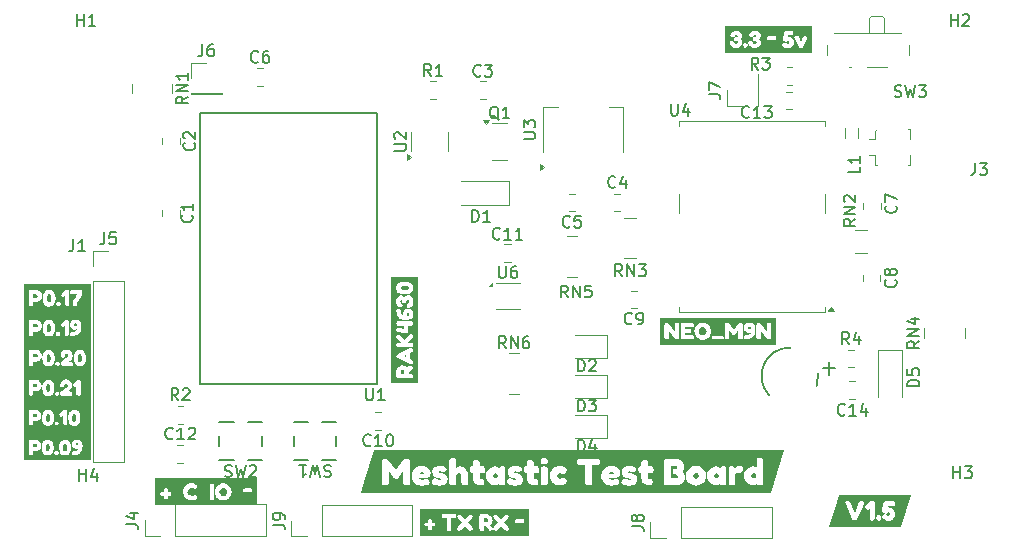
<source format=gbr>
%TF.GenerationSoftware,KiCad,Pcbnew,8.0.0*%
%TF.CreationDate,2024-06-26T14:25:48-05:00*%
%TF.ProjectId,CyberTastic,43796265-7254-4617-9374-69632e6b6963,rev?*%
%TF.SameCoordinates,Original*%
%TF.FileFunction,Legend,Top*%
%TF.FilePolarity,Positive*%
%FSLAX46Y46*%
G04 Gerber Fmt 4.6, Leading zero omitted, Abs format (unit mm)*
G04 Created by KiCad (PCBNEW 8.0.0) date 2024-06-26 14:25:48*
%MOMM*%
%LPD*%
G01*
G04 APERTURE LIST*
%ADD10C,0.150000*%
%ADD11C,0.000000*%
%ADD12C,0.120000*%
%ADD13C,0.127000*%
G04 APERTURE END LIST*
D10*
X139238095Y-147054819D02*
X139238095Y-147864342D01*
X139238095Y-147864342D02*
X139285714Y-147959580D01*
X139285714Y-147959580D02*
X139333333Y-148007200D01*
X139333333Y-148007200D02*
X139428571Y-148054819D01*
X139428571Y-148054819D02*
X139619047Y-148054819D01*
X139619047Y-148054819D02*
X139714285Y-148007200D01*
X139714285Y-148007200D02*
X139761904Y-147959580D01*
X139761904Y-147959580D02*
X139809523Y-147864342D01*
X139809523Y-147864342D02*
X139809523Y-147054819D01*
X140809523Y-148054819D02*
X140238095Y-148054819D01*
X140523809Y-148054819D02*
X140523809Y-147054819D01*
X140523809Y-147054819D02*
X140428571Y-147197676D01*
X140428571Y-147197676D02*
X140333333Y-147292914D01*
X140333333Y-147292914D02*
X140238095Y-147340533D01*
X152554819Y-125911904D02*
X153364342Y-125911904D01*
X153364342Y-125911904D02*
X153459580Y-125864285D01*
X153459580Y-125864285D02*
X153507200Y-125816666D01*
X153507200Y-125816666D02*
X153554819Y-125721428D01*
X153554819Y-125721428D02*
X153554819Y-125530952D01*
X153554819Y-125530952D02*
X153507200Y-125435714D01*
X153507200Y-125435714D02*
X153459580Y-125388095D01*
X153459580Y-125388095D02*
X153364342Y-125340476D01*
X153364342Y-125340476D02*
X152554819Y-125340476D01*
X152554819Y-124959523D02*
X152554819Y-124340476D01*
X152554819Y-124340476D02*
X152935771Y-124673809D01*
X152935771Y-124673809D02*
X152935771Y-124530952D01*
X152935771Y-124530952D02*
X152983390Y-124435714D01*
X152983390Y-124435714D02*
X153031009Y-124388095D01*
X153031009Y-124388095D02*
X153126247Y-124340476D01*
X153126247Y-124340476D02*
X153364342Y-124340476D01*
X153364342Y-124340476D02*
X153459580Y-124388095D01*
X153459580Y-124388095D02*
X153507200Y-124435714D01*
X153507200Y-124435714D02*
X153554819Y-124530952D01*
X153554819Y-124530952D02*
X153554819Y-124816666D01*
X153554819Y-124816666D02*
X153507200Y-124911904D01*
X153507200Y-124911904D02*
X153459580Y-124959523D01*
X160909523Y-137554819D02*
X160576190Y-137078628D01*
X160338095Y-137554819D02*
X160338095Y-136554819D01*
X160338095Y-136554819D02*
X160719047Y-136554819D01*
X160719047Y-136554819D02*
X160814285Y-136602438D01*
X160814285Y-136602438D02*
X160861904Y-136650057D01*
X160861904Y-136650057D02*
X160909523Y-136745295D01*
X160909523Y-136745295D02*
X160909523Y-136888152D01*
X160909523Y-136888152D02*
X160861904Y-136983390D01*
X160861904Y-136983390D02*
X160814285Y-137031009D01*
X160814285Y-137031009D02*
X160719047Y-137078628D01*
X160719047Y-137078628D02*
X160338095Y-137078628D01*
X161338095Y-137554819D02*
X161338095Y-136554819D01*
X161338095Y-136554819D02*
X161909523Y-137554819D01*
X161909523Y-137554819D02*
X161909523Y-136554819D01*
X162290476Y-136554819D02*
X162909523Y-136554819D01*
X162909523Y-136554819D02*
X162576190Y-136935771D01*
X162576190Y-136935771D02*
X162719047Y-136935771D01*
X162719047Y-136935771D02*
X162814285Y-136983390D01*
X162814285Y-136983390D02*
X162861904Y-137031009D01*
X162861904Y-137031009D02*
X162909523Y-137126247D01*
X162909523Y-137126247D02*
X162909523Y-137364342D01*
X162909523Y-137364342D02*
X162861904Y-137459580D01*
X162861904Y-137459580D02*
X162814285Y-137507200D01*
X162814285Y-137507200D02*
X162719047Y-137554819D01*
X162719047Y-137554819D02*
X162433333Y-137554819D01*
X162433333Y-137554819D02*
X162338095Y-137507200D01*
X162338095Y-137507200D02*
X162290476Y-137459580D01*
X190779166Y-127979819D02*
X190779166Y-128694104D01*
X190779166Y-128694104D02*
X190731547Y-128836961D01*
X190731547Y-128836961D02*
X190636309Y-128932200D01*
X190636309Y-128932200D02*
X190493452Y-128979819D01*
X190493452Y-128979819D02*
X190398214Y-128979819D01*
X191160119Y-127979819D02*
X191779166Y-127979819D01*
X191779166Y-127979819D02*
X191445833Y-128360771D01*
X191445833Y-128360771D02*
X191588690Y-128360771D01*
X191588690Y-128360771D02*
X191683928Y-128408390D01*
X191683928Y-128408390D02*
X191731547Y-128456009D01*
X191731547Y-128456009D02*
X191779166Y-128551247D01*
X191779166Y-128551247D02*
X191779166Y-128789342D01*
X191779166Y-128789342D02*
X191731547Y-128884580D01*
X191731547Y-128884580D02*
X191683928Y-128932200D01*
X191683928Y-128932200D02*
X191588690Y-128979819D01*
X191588690Y-128979819D02*
X191302976Y-128979819D01*
X191302976Y-128979819D02*
X191207738Y-128932200D01*
X191207738Y-128932200D02*
X191160119Y-128884580D01*
X124154819Y-122340476D02*
X123678628Y-122673809D01*
X124154819Y-122911904D02*
X123154819Y-122911904D01*
X123154819Y-122911904D02*
X123154819Y-122530952D01*
X123154819Y-122530952D02*
X123202438Y-122435714D01*
X123202438Y-122435714D02*
X123250057Y-122388095D01*
X123250057Y-122388095D02*
X123345295Y-122340476D01*
X123345295Y-122340476D02*
X123488152Y-122340476D01*
X123488152Y-122340476D02*
X123583390Y-122388095D01*
X123583390Y-122388095D02*
X123631009Y-122435714D01*
X123631009Y-122435714D02*
X123678628Y-122530952D01*
X123678628Y-122530952D02*
X123678628Y-122911904D01*
X124154819Y-121911904D02*
X123154819Y-121911904D01*
X123154819Y-121911904D02*
X124154819Y-121340476D01*
X124154819Y-121340476D02*
X123154819Y-121340476D01*
X124154819Y-120340476D02*
X124154819Y-120911904D01*
X124154819Y-120626190D02*
X123154819Y-120626190D01*
X123154819Y-120626190D02*
X123297676Y-120721428D01*
X123297676Y-120721428D02*
X123392914Y-120816666D01*
X123392914Y-120816666D02*
X123440533Y-120911904D01*
X183966667Y-122337200D02*
X184109524Y-122384819D01*
X184109524Y-122384819D02*
X184347619Y-122384819D01*
X184347619Y-122384819D02*
X184442857Y-122337200D01*
X184442857Y-122337200D02*
X184490476Y-122289580D01*
X184490476Y-122289580D02*
X184538095Y-122194342D01*
X184538095Y-122194342D02*
X184538095Y-122099104D01*
X184538095Y-122099104D02*
X184490476Y-122003866D01*
X184490476Y-122003866D02*
X184442857Y-121956247D01*
X184442857Y-121956247D02*
X184347619Y-121908628D01*
X184347619Y-121908628D02*
X184157143Y-121861009D01*
X184157143Y-121861009D02*
X184061905Y-121813390D01*
X184061905Y-121813390D02*
X184014286Y-121765771D01*
X184014286Y-121765771D02*
X183966667Y-121670533D01*
X183966667Y-121670533D02*
X183966667Y-121575295D01*
X183966667Y-121575295D02*
X184014286Y-121480057D01*
X184014286Y-121480057D02*
X184061905Y-121432438D01*
X184061905Y-121432438D02*
X184157143Y-121384819D01*
X184157143Y-121384819D02*
X184395238Y-121384819D01*
X184395238Y-121384819D02*
X184538095Y-121432438D01*
X184871429Y-121384819D02*
X185109524Y-122384819D01*
X185109524Y-122384819D02*
X185300000Y-121670533D01*
X185300000Y-121670533D02*
X185490476Y-122384819D01*
X185490476Y-122384819D02*
X185728572Y-121384819D01*
X186014286Y-121384819D02*
X186633333Y-121384819D01*
X186633333Y-121384819D02*
X186300000Y-121765771D01*
X186300000Y-121765771D02*
X186442857Y-121765771D01*
X186442857Y-121765771D02*
X186538095Y-121813390D01*
X186538095Y-121813390D02*
X186585714Y-121861009D01*
X186585714Y-121861009D02*
X186633333Y-121956247D01*
X186633333Y-121956247D02*
X186633333Y-122194342D01*
X186633333Y-122194342D02*
X186585714Y-122289580D01*
X186585714Y-122289580D02*
X186538095Y-122337200D01*
X186538095Y-122337200D02*
X186442857Y-122384819D01*
X186442857Y-122384819D02*
X186157143Y-122384819D01*
X186157143Y-122384819D02*
X186061905Y-122337200D01*
X186061905Y-122337200D02*
X186014286Y-122289580D01*
X127266667Y-154507200D02*
X127409524Y-154554819D01*
X127409524Y-154554819D02*
X127647619Y-154554819D01*
X127647619Y-154554819D02*
X127742857Y-154507200D01*
X127742857Y-154507200D02*
X127790476Y-154459580D01*
X127790476Y-154459580D02*
X127838095Y-154364342D01*
X127838095Y-154364342D02*
X127838095Y-154269104D01*
X127838095Y-154269104D02*
X127790476Y-154173866D01*
X127790476Y-154173866D02*
X127742857Y-154126247D01*
X127742857Y-154126247D02*
X127647619Y-154078628D01*
X127647619Y-154078628D02*
X127457143Y-154031009D01*
X127457143Y-154031009D02*
X127361905Y-153983390D01*
X127361905Y-153983390D02*
X127314286Y-153935771D01*
X127314286Y-153935771D02*
X127266667Y-153840533D01*
X127266667Y-153840533D02*
X127266667Y-153745295D01*
X127266667Y-153745295D02*
X127314286Y-153650057D01*
X127314286Y-153650057D02*
X127361905Y-153602438D01*
X127361905Y-153602438D02*
X127457143Y-153554819D01*
X127457143Y-153554819D02*
X127695238Y-153554819D01*
X127695238Y-153554819D02*
X127838095Y-153602438D01*
X128171429Y-153554819D02*
X128409524Y-154554819D01*
X128409524Y-154554819D02*
X128600000Y-153840533D01*
X128600000Y-153840533D02*
X128790476Y-154554819D01*
X128790476Y-154554819D02*
X129028572Y-153554819D01*
X129361905Y-153650057D02*
X129409524Y-153602438D01*
X129409524Y-153602438D02*
X129504762Y-153554819D01*
X129504762Y-153554819D02*
X129742857Y-153554819D01*
X129742857Y-153554819D02*
X129838095Y-153602438D01*
X129838095Y-153602438D02*
X129885714Y-153650057D01*
X129885714Y-153650057D02*
X129933333Y-153745295D01*
X129933333Y-153745295D02*
X129933333Y-153840533D01*
X129933333Y-153840533D02*
X129885714Y-153983390D01*
X129885714Y-153983390D02*
X129314286Y-154554819D01*
X129314286Y-154554819D02*
X129933333Y-154554819D01*
X139607142Y-151839580D02*
X139559523Y-151887200D01*
X139559523Y-151887200D02*
X139416666Y-151934819D01*
X139416666Y-151934819D02*
X139321428Y-151934819D01*
X139321428Y-151934819D02*
X139178571Y-151887200D01*
X139178571Y-151887200D02*
X139083333Y-151791961D01*
X139083333Y-151791961D02*
X139035714Y-151696723D01*
X139035714Y-151696723D02*
X138988095Y-151506247D01*
X138988095Y-151506247D02*
X138988095Y-151363390D01*
X138988095Y-151363390D02*
X139035714Y-151172914D01*
X139035714Y-151172914D02*
X139083333Y-151077676D01*
X139083333Y-151077676D02*
X139178571Y-150982438D01*
X139178571Y-150982438D02*
X139321428Y-150934819D01*
X139321428Y-150934819D02*
X139416666Y-150934819D01*
X139416666Y-150934819D02*
X139559523Y-150982438D01*
X139559523Y-150982438D02*
X139607142Y-151030057D01*
X140559523Y-151934819D02*
X139988095Y-151934819D01*
X140273809Y-151934819D02*
X140273809Y-150934819D01*
X140273809Y-150934819D02*
X140178571Y-151077676D01*
X140178571Y-151077676D02*
X140083333Y-151172914D01*
X140083333Y-151172914D02*
X139988095Y-151220533D01*
X141178571Y-150934819D02*
X141273809Y-150934819D01*
X141273809Y-150934819D02*
X141369047Y-150982438D01*
X141369047Y-150982438D02*
X141416666Y-151030057D01*
X141416666Y-151030057D02*
X141464285Y-151125295D01*
X141464285Y-151125295D02*
X141511904Y-151315771D01*
X141511904Y-151315771D02*
X141511904Y-151553866D01*
X141511904Y-151553866D02*
X141464285Y-151744342D01*
X141464285Y-151744342D02*
X141416666Y-151839580D01*
X141416666Y-151839580D02*
X141369047Y-151887200D01*
X141369047Y-151887200D02*
X141273809Y-151934819D01*
X141273809Y-151934819D02*
X141178571Y-151934819D01*
X141178571Y-151934819D02*
X141083333Y-151887200D01*
X141083333Y-151887200D02*
X141035714Y-151839580D01*
X141035714Y-151839580D02*
X140988095Y-151744342D01*
X140988095Y-151744342D02*
X140940476Y-151553866D01*
X140940476Y-151553866D02*
X140940476Y-151315771D01*
X140940476Y-151315771D02*
X140988095Y-151125295D01*
X140988095Y-151125295D02*
X141035714Y-151030057D01*
X141035714Y-151030057D02*
X141083333Y-150982438D01*
X141083333Y-150982438D02*
X141178571Y-150934819D01*
X114439166Y-134424819D02*
X114439166Y-135139104D01*
X114439166Y-135139104D02*
X114391547Y-135281961D01*
X114391547Y-135281961D02*
X114296309Y-135377200D01*
X114296309Y-135377200D02*
X114153452Y-135424819D01*
X114153452Y-135424819D02*
X114058214Y-135424819D01*
X115439166Y-135424819D02*
X114867738Y-135424819D01*
X115153452Y-135424819D02*
X115153452Y-134424819D01*
X115153452Y-134424819D02*
X115058214Y-134567676D01*
X115058214Y-134567676D02*
X114962976Y-134662914D01*
X114962976Y-134662914D02*
X114867738Y-134710533D01*
X114938095Y-154854819D02*
X114938095Y-153854819D01*
X114938095Y-154331009D02*
X115509523Y-154331009D01*
X115509523Y-154854819D02*
X115509523Y-153854819D01*
X116414285Y-154188152D02*
X116414285Y-154854819D01*
X116176190Y-153807200D02*
X115938095Y-154521485D01*
X115938095Y-154521485D02*
X116557142Y-154521485D01*
X172433333Y-120054819D02*
X172100000Y-119578628D01*
X171861905Y-120054819D02*
X171861905Y-119054819D01*
X171861905Y-119054819D02*
X172242857Y-119054819D01*
X172242857Y-119054819D02*
X172338095Y-119102438D01*
X172338095Y-119102438D02*
X172385714Y-119150057D01*
X172385714Y-119150057D02*
X172433333Y-119245295D01*
X172433333Y-119245295D02*
X172433333Y-119388152D01*
X172433333Y-119388152D02*
X172385714Y-119483390D01*
X172385714Y-119483390D02*
X172338095Y-119531009D01*
X172338095Y-119531009D02*
X172242857Y-119578628D01*
X172242857Y-119578628D02*
X171861905Y-119578628D01*
X172766667Y-119054819D02*
X173385714Y-119054819D01*
X173385714Y-119054819D02*
X173052381Y-119435771D01*
X173052381Y-119435771D02*
X173195238Y-119435771D01*
X173195238Y-119435771D02*
X173290476Y-119483390D01*
X173290476Y-119483390D02*
X173338095Y-119531009D01*
X173338095Y-119531009D02*
X173385714Y-119626247D01*
X173385714Y-119626247D02*
X173385714Y-119864342D01*
X173385714Y-119864342D02*
X173338095Y-119959580D01*
X173338095Y-119959580D02*
X173290476Y-120007200D01*
X173290476Y-120007200D02*
X173195238Y-120054819D01*
X173195238Y-120054819D02*
X172909524Y-120054819D01*
X172909524Y-120054819D02*
X172814286Y-120007200D01*
X172814286Y-120007200D02*
X172766667Y-119959580D01*
X123333333Y-148054819D02*
X123000000Y-147578628D01*
X122761905Y-148054819D02*
X122761905Y-147054819D01*
X122761905Y-147054819D02*
X123142857Y-147054819D01*
X123142857Y-147054819D02*
X123238095Y-147102438D01*
X123238095Y-147102438D02*
X123285714Y-147150057D01*
X123285714Y-147150057D02*
X123333333Y-147245295D01*
X123333333Y-147245295D02*
X123333333Y-147388152D01*
X123333333Y-147388152D02*
X123285714Y-147483390D01*
X123285714Y-147483390D02*
X123238095Y-147531009D01*
X123238095Y-147531009D02*
X123142857Y-147578628D01*
X123142857Y-147578628D02*
X122761905Y-147578628D01*
X123714286Y-147150057D02*
X123761905Y-147102438D01*
X123761905Y-147102438D02*
X123857143Y-147054819D01*
X123857143Y-147054819D02*
X124095238Y-147054819D01*
X124095238Y-147054819D02*
X124190476Y-147102438D01*
X124190476Y-147102438D02*
X124238095Y-147150057D01*
X124238095Y-147150057D02*
X124285714Y-147245295D01*
X124285714Y-147245295D02*
X124285714Y-147340533D01*
X124285714Y-147340533D02*
X124238095Y-147483390D01*
X124238095Y-147483390D02*
X123666667Y-148054819D01*
X123666667Y-148054819D02*
X124285714Y-148054819D01*
X157161905Y-152404819D02*
X157161905Y-151404819D01*
X157161905Y-151404819D02*
X157400000Y-151404819D01*
X157400000Y-151404819D02*
X157542857Y-151452438D01*
X157542857Y-151452438D02*
X157638095Y-151547676D01*
X157638095Y-151547676D02*
X157685714Y-151642914D01*
X157685714Y-151642914D02*
X157733333Y-151833390D01*
X157733333Y-151833390D02*
X157733333Y-151976247D01*
X157733333Y-151976247D02*
X157685714Y-152166723D01*
X157685714Y-152166723D02*
X157638095Y-152261961D01*
X157638095Y-152261961D02*
X157542857Y-152357200D01*
X157542857Y-152357200D02*
X157400000Y-152404819D01*
X157400000Y-152404819D02*
X157161905Y-152404819D01*
X158590476Y-151738152D02*
X158590476Y-152404819D01*
X158352381Y-151357200D02*
X158114286Y-152071485D01*
X158114286Y-152071485D02*
X158733333Y-152071485D01*
X186054819Y-143040476D02*
X185578628Y-143373809D01*
X186054819Y-143611904D02*
X185054819Y-143611904D01*
X185054819Y-143611904D02*
X185054819Y-143230952D01*
X185054819Y-143230952D02*
X185102438Y-143135714D01*
X185102438Y-143135714D02*
X185150057Y-143088095D01*
X185150057Y-143088095D02*
X185245295Y-143040476D01*
X185245295Y-143040476D02*
X185388152Y-143040476D01*
X185388152Y-143040476D02*
X185483390Y-143088095D01*
X185483390Y-143088095D02*
X185531009Y-143135714D01*
X185531009Y-143135714D02*
X185578628Y-143230952D01*
X185578628Y-143230952D02*
X185578628Y-143611904D01*
X186054819Y-142611904D02*
X185054819Y-142611904D01*
X185054819Y-142611904D02*
X186054819Y-142040476D01*
X186054819Y-142040476D02*
X185054819Y-142040476D01*
X185388152Y-141135714D02*
X186054819Y-141135714D01*
X185007200Y-141373809D02*
X185721485Y-141611904D01*
X185721485Y-141611904D02*
X185721485Y-140992857D01*
X117066666Y-133844819D02*
X117066666Y-134559104D01*
X117066666Y-134559104D02*
X117019047Y-134701961D01*
X117019047Y-134701961D02*
X116923809Y-134797200D01*
X116923809Y-134797200D02*
X116780952Y-134844819D01*
X116780952Y-134844819D02*
X116685714Y-134844819D01*
X118019047Y-133844819D02*
X117542857Y-133844819D01*
X117542857Y-133844819D02*
X117495238Y-134321009D01*
X117495238Y-134321009D02*
X117542857Y-134273390D01*
X117542857Y-134273390D02*
X117638095Y-134225771D01*
X117638095Y-134225771D02*
X117876190Y-134225771D01*
X117876190Y-134225771D02*
X117971428Y-134273390D01*
X117971428Y-134273390D02*
X118019047Y-134321009D01*
X118019047Y-134321009D02*
X118066666Y-134416247D01*
X118066666Y-134416247D02*
X118066666Y-134654342D01*
X118066666Y-134654342D02*
X118019047Y-134749580D01*
X118019047Y-134749580D02*
X117971428Y-134797200D01*
X117971428Y-134797200D02*
X117876190Y-134844819D01*
X117876190Y-134844819D02*
X117638095Y-134844819D01*
X117638095Y-134844819D02*
X117542857Y-134797200D01*
X117542857Y-134797200D02*
X117495238Y-134749580D01*
X148933333Y-120559580D02*
X148885714Y-120607200D01*
X148885714Y-120607200D02*
X148742857Y-120654819D01*
X148742857Y-120654819D02*
X148647619Y-120654819D01*
X148647619Y-120654819D02*
X148504762Y-120607200D01*
X148504762Y-120607200D02*
X148409524Y-120511961D01*
X148409524Y-120511961D02*
X148361905Y-120416723D01*
X148361905Y-120416723D02*
X148314286Y-120226247D01*
X148314286Y-120226247D02*
X148314286Y-120083390D01*
X148314286Y-120083390D02*
X148361905Y-119892914D01*
X148361905Y-119892914D02*
X148409524Y-119797676D01*
X148409524Y-119797676D02*
X148504762Y-119702438D01*
X148504762Y-119702438D02*
X148647619Y-119654819D01*
X148647619Y-119654819D02*
X148742857Y-119654819D01*
X148742857Y-119654819D02*
X148885714Y-119702438D01*
X148885714Y-119702438D02*
X148933333Y-119750057D01*
X149266667Y-119654819D02*
X149885714Y-119654819D01*
X149885714Y-119654819D02*
X149552381Y-120035771D01*
X149552381Y-120035771D02*
X149695238Y-120035771D01*
X149695238Y-120035771D02*
X149790476Y-120083390D01*
X149790476Y-120083390D02*
X149838095Y-120131009D01*
X149838095Y-120131009D02*
X149885714Y-120226247D01*
X149885714Y-120226247D02*
X149885714Y-120464342D01*
X149885714Y-120464342D02*
X149838095Y-120559580D01*
X149838095Y-120559580D02*
X149790476Y-120607200D01*
X149790476Y-120607200D02*
X149695238Y-120654819D01*
X149695238Y-120654819D02*
X149409524Y-120654819D01*
X149409524Y-120654819D02*
X149314286Y-120607200D01*
X149314286Y-120607200D02*
X149266667Y-120559580D01*
X150463095Y-136704819D02*
X150463095Y-137514342D01*
X150463095Y-137514342D02*
X150510714Y-137609580D01*
X150510714Y-137609580D02*
X150558333Y-137657200D01*
X150558333Y-137657200D02*
X150653571Y-137704819D01*
X150653571Y-137704819D02*
X150844047Y-137704819D01*
X150844047Y-137704819D02*
X150939285Y-137657200D01*
X150939285Y-137657200D02*
X150986904Y-137609580D01*
X150986904Y-137609580D02*
X151034523Y-137514342D01*
X151034523Y-137514342D02*
X151034523Y-136704819D01*
X151939285Y-136704819D02*
X151748809Y-136704819D01*
X151748809Y-136704819D02*
X151653571Y-136752438D01*
X151653571Y-136752438D02*
X151605952Y-136800057D01*
X151605952Y-136800057D02*
X151510714Y-136942914D01*
X151510714Y-136942914D02*
X151463095Y-137133390D01*
X151463095Y-137133390D02*
X151463095Y-137514342D01*
X151463095Y-137514342D02*
X151510714Y-137609580D01*
X151510714Y-137609580D02*
X151558333Y-137657200D01*
X151558333Y-137657200D02*
X151653571Y-137704819D01*
X151653571Y-137704819D02*
X151844047Y-137704819D01*
X151844047Y-137704819D02*
X151939285Y-137657200D01*
X151939285Y-137657200D02*
X151986904Y-137609580D01*
X151986904Y-137609580D02*
X152034523Y-137514342D01*
X152034523Y-137514342D02*
X152034523Y-137276247D01*
X152034523Y-137276247D02*
X151986904Y-137181009D01*
X151986904Y-137181009D02*
X151939285Y-137133390D01*
X151939285Y-137133390D02*
X151844047Y-137085771D01*
X151844047Y-137085771D02*
X151653571Y-137085771D01*
X151653571Y-137085771D02*
X151558333Y-137133390D01*
X151558333Y-137133390D02*
X151510714Y-137181009D01*
X151510714Y-137181009D02*
X151463095Y-137276247D01*
X171657142Y-124059580D02*
X171609523Y-124107200D01*
X171609523Y-124107200D02*
X171466666Y-124154819D01*
X171466666Y-124154819D02*
X171371428Y-124154819D01*
X171371428Y-124154819D02*
X171228571Y-124107200D01*
X171228571Y-124107200D02*
X171133333Y-124011961D01*
X171133333Y-124011961D02*
X171085714Y-123916723D01*
X171085714Y-123916723D02*
X171038095Y-123726247D01*
X171038095Y-123726247D02*
X171038095Y-123583390D01*
X171038095Y-123583390D02*
X171085714Y-123392914D01*
X171085714Y-123392914D02*
X171133333Y-123297676D01*
X171133333Y-123297676D02*
X171228571Y-123202438D01*
X171228571Y-123202438D02*
X171371428Y-123154819D01*
X171371428Y-123154819D02*
X171466666Y-123154819D01*
X171466666Y-123154819D02*
X171609523Y-123202438D01*
X171609523Y-123202438D02*
X171657142Y-123250057D01*
X172609523Y-124154819D02*
X172038095Y-124154819D01*
X172323809Y-124154819D02*
X172323809Y-123154819D01*
X172323809Y-123154819D02*
X172228571Y-123297676D01*
X172228571Y-123297676D02*
X172133333Y-123392914D01*
X172133333Y-123392914D02*
X172038095Y-123440533D01*
X172942857Y-123154819D02*
X173561904Y-123154819D01*
X173561904Y-123154819D02*
X173228571Y-123535771D01*
X173228571Y-123535771D02*
X173371428Y-123535771D01*
X173371428Y-123535771D02*
X173466666Y-123583390D01*
X173466666Y-123583390D02*
X173514285Y-123631009D01*
X173514285Y-123631009D02*
X173561904Y-123726247D01*
X173561904Y-123726247D02*
X173561904Y-123964342D01*
X173561904Y-123964342D02*
X173514285Y-124059580D01*
X173514285Y-124059580D02*
X173466666Y-124107200D01*
X173466666Y-124107200D02*
X173371428Y-124154819D01*
X173371428Y-124154819D02*
X173085714Y-124154819D01*
X173085714Y-124154819D02*
X172990476Y-124107200D01*
X172990476Y-124107200D02*
X172942857Y-124059580D01*
X180120833Y-143304819D02*
X179787500Y-142828628D01*
X179549405Y-143304819D02*
X179549405Y-142304819D01*
X179549405Y-142304819D02*
X179930357Y-142304819D01*
X179930357Y-142304819D02*
X180025595Y-142352438D01*
X180025595Y-142352438D02*
X180073214Y-142400057D01*
X180073214Y-142400057D02*
X180120833Y-142495295D01*
X180120833Y-142495295D02*
X180120833Y-142638152D01*
X180120833Y-142638152D02*
X180073214Y-142733390D01*
X180073214Y-142733390D02*
X180025595Y-142781009D01*
X180025595Y-142781009D02*
X179930357Y-142828628D01*
X179930357Y-142828628D02*
X179549405Y-142828628D01*
X180977976Y-142638152D02*
X180977976Y-143304819D01*
X180739881Y-142257200D02*
X180501786Y-142971485D01*
X180501786Y-142971485D02*
X181120833Y-142971485D01*
X181054819Y-128266666D02*
X181054819Y-128742856D01*
X181054819Y-128742856D02*
X180054819Y-128742856D01*
X181054819Y-127409523D02*
X181054819Y-127980951D01*
X181054819Y-127695237D02*
X180054819Y-127695237D01*
X180054819Y-127695237D02*
X180197676Y-127790475D01*
X180197676Y-127790475D02*
X180292914Y-127885713D01*
X180292914Y-127885713D02*
X180340533Y-127980951D01*
X151059523Y-143654819D02*
X150726190Y-143178628D01*
X150488095Y-143654819D02*
X150488095Y-142654819D01*
X150488095Y-142654819D02*
X150869047Y-142654819D01*
X150869047Y-142654819D02*
X150964285Y-142702438D01*
X150964285Y-142702438D02*
X151011904Y-142750057D01*
X151011904Y-142750057D02*
X151059523Y-142845295D01*
X151059523Y-142845295D02*
X151059523Y-142988152D01*
X151059523Y-142988152D02*
X151011904Y-143083390D01*
X151011904Y-143083390D02*
X150964285Y-143131009D01*
X150964285Y-143131009D02*
X150869047Y-143178628D01*
X150869047Y-143178628D02*
X150488095Y-143178628D01*
X151488095Y-143654819D02*
X151488095Y-142654819D01*
X151488095Y-142654819D02*
X152059523Y-143654819D01*
X152059523Y-143654819D02*
X152059523Y-142654819D01*
X152964285Y-142654819D02*
X152773809Y-142654819D01*
X152773809Y-142654819D02*
X152678571Y-142702438D01*
X152678571Y-142702438D02*
X152630952Y-142750057D01*
X152630952Y-142750057D02*
X152535714Y-142892914D01*
X152535714Y-142892914D02*
X152488095Y-143083390D01*
X152488095Y-143083390D02*
X152488095Y-143464342D01*
X152488095Y-143464342D02*
X152535714Y-143559580D01*
X152535714Y-143559580D02*
X152583333Y-143607200D01*
X152583333Y-143607200D02*
X152678571Y-143654819D01*
X152678571Y-143654819D02*
X152869047Y-143654819D01*
X152869047Y-143654819D02*
X152964285Y-143607200D01*
X152964285Y-143607200D02*
X153011904Y-143559580D01*
X153011904Y-143559580D02*
X153059523Y-143464342D01*
X153059523Y-143464342D02*
X153059523Y-143226247D01*
X153059523Y-143226247D02*
X153011904Y-143131009D01*
X153011904Y-143131009D02*
X152964285Y-143083390D01*
X152964285Y-143083390D02*
X152869047Y-143035771D01*
X152869047Y-143035771D02*
X152678571Y-143035771D01*
X152678571Y-143035771D02*
X152583333Y-143083390D01*
X152583333Y-143083390D02*
X152535714Y-143131009D01*
X152535714Y-143131009D02*
X152488095Y-143226247D01*
X177871214Y-145343937D02*
X178938865Y-145343937D01*
X178405039Y-145877762D02*
X178405039Y-144810111D01*
X184059580Y-131566666D02*
X184107200Y-131614285D01*
X184107200Y-131614285D02*
X184154819Y-131757142D01*
X184154819Y-131757142D02*
X184154819Y-131852380D01*
X184154819Y-131852380D02*
X184107200Y-131995237D01*
X184107200Y-131995237D02*
X184011961Y-132090475D01*
X184011961Y-132090475D02*
X183916723Y-132138094D01*
X183916723Y-132138094D02*
X183726247Y-132185713D01*
X183726247Y-132185713D02*
X183583390Y-132185713D01*
X183583390Y-132185713D02*
X183392914Y-132138094D01*
X183392914Y-132138094D02*
X183297676Y-132090475D01*
X183297676Y-132090475D02*
X183202438Y-131995237D01*
X183202438Y-131995237D02*
X183154819Y-131852380D01*
X183154819Y-131852380D02*
X183154819Y-131757142D01*
X183154819Y-131757142D02*
X183202438Y-131614285D01*
X183202438Y-131614285D02*
X183250057Y-131566666D01*
X183154819Y-131233332D02*
X183154819Y-130566666D01*
X183154819Y-130566666D02*
X184154819Y-130995237D01*
X125366666Y-117924819D02*
X125366666Y-118639104D01*
X125366666Y-118639104D02*
X125319047Y-118781961D01*
X125319047Y-118781961D02*
X125223809Y-118877200D01*
X125223809Y-118877200D02*
X125080952Y-118924819D01*
X125080952Y-118924819D02*
X124985714Y-118924819D01*
X126271428Y-117924819D02*
X126080952Y-117924819D01*
X126080952Y-117924819D02*
X125985714Y-117972438D01*
X125985714Y-117972438D02*
X125938095Y-118020057D01*
X125938095Y-118020057D02*
X125842857Y-118162914D01*
X125842857Y-118162914D02*
X125795238Y-118353390D01*
X125795238Y-118353390D02*
X125795238Y-118734342D01*
X125795238Y-118734342D02*
X125842857Y-118829580D01*
X125842857Y-118829580D02*
X125890476Y-118877200D01*
X125890476Y-118877200D02*
X125985714Y-118924819D01*
X125985714Y-118924819D02*
X126176190Y-118924819D01*
X126176190Y-118924819D02*
X126271428Y-118877200D01*
X126271428Y-118877200D02*
X126319047Y-118829580D01*
X126319047Y-118829580D02*
X126366666Y-118734342D01*
X126366666Y-118734342D02*
X126366666Y-118496247D01*
X126366666Y-118496247D02*
X126319047Y-118401009D01*
X126319047Y-118401009D02*
X126271428Y-118353390D01*
X126271428Y-118353390D02*
X126176190Y-118305771D01*
X126176190Y-118305771D02*
X125985714Y-118305771D01*
X125985714Y-118305771D02*
X125890476Y-118353390D01*
X125890476Y-118353390D02*
X125842857Y-118401009D01*
X125842857Y-118401009D02*
X125795238Y-118496247D01*
X180654819Y-132690476D02*
X180178628Y-133023809D01*
X180654819Y-133261904D02*
X179654819Y-133261904D01*
X179654819Y-133261904D02*
X179654819Y-132880952D01*
X179654819Y-132880952D02*
X179702438Y-132785714D01*
X179702438Y-132785714D02*
X179750057Y-132738095D01*
X179750057Y-132738095D02*
X179845295Y-132690476D01*
X179845295Y-132690476D02*
X179988152Y-132690476D01*
X179988152Y-132690476D02*
X180083390Y-132738095D01*
X180083390Y-132738095D02*
X180131009Y-132785714D01*
X180131009Y-132785714D02*
X180178628Y-132880952D01*
X180178628Y-132880952D02*
X180178628Y-133261904D01*
X180654819Y-132261904D02*
X179654819Y-132261904D01*
X179654819Y-132261904D02*
X180654819Y-131690476D01*
X180654819Y-131690476D02*
X179654819Y-131690476D01*
X179750057Y-131261904D02*
X179702438Y-131214285D01*
X179702438Y-131214285D02*
X179654819Y-131119047D01*
X179654819Y-131119047D02*
X179654819Y-130880952D01*
X179654819Y-130880952D02*
X179702438Y-130785714D01*
X179702438Y-130785714D02*
X179750057Y-130738095D01*
X179750057Y-130738095D02*
X179845295Y-130690476D01*
X179845295Y-130690476D02*
X179940533Y-130690476D01*
X179940533Y-130690476D02*
X180083390Y-130738095D01*
X180083390Y-130738095D02*
X180654819Y-131309523D01*
X180654819Y-131309523D02*
X180654819Y-130690476D01*
X114738095Y-116354819D02*
X114738095Y-115354819D01*
X114738095Y-115831009D02*
X115309523Y-115831009D01*
X115309523Y-116354819D02*
X115309523Y-115354819D01*
X116309523Y-116354819D02*
X115738095Y-116354819D01*
X116023809Y-116354819D02*
X116023809Y-115354819D01*
X116023809Y-115354819D02*
X115928571Y-115497676D01*
X115928571Y-115497676D02*
X115833333Y-115592914D01*
X115833333Y-115592914D02*
X115738095Y-115640533D01*
X136233332Y-153592800D02*
X136090475Y-153545180D01*
X136090475Y-153545180D02*
X135852380Y-153545180D01*
X135852380Y-153545180D02*
X135757142Y-153592800D01*
X135757142Y-153592800D02*
X135709523Y-153640419D01*
X135709523Y-153640419D02*
X135661904Y-153735657D01*
X135661904Y-153735657D02*
X135661904Y-153830895D01*
X135661904Y-153830895D02*
X135709523Y-153926133D01*
X135709523Y-153926133D02*
X135757142Y-153973752D01*
X135757142Y-153973752D02*
X135852380Y-154021371D01*
X135852380Y-154021371D02*
X136042856Y-154068990D01*
X136042856Y-154068990D02*
X136138094Y-154116609D01*
X136138094Y-154116609D02*
X136185713Y-154164228D01*
X136185713Y-154164228D02*
X136233332Y-154259466D01*
X136233332Y-154259466D02*
X136233332Y-154354704D01*
X136233332Y-154354704D02*
X136185713Y-154449942D01*
X136185713Y-154449942D02*
X136138094Y-154497561D01*
X136138094Y-154497561D02*
X136042856Y-154545180D01*
X136042856Y-154545180D02*
X135804761Y-154545180D01*
X135804761Y-154545180D02*
X135661904Y-154497561D01*
X135328570Y-154545180D02*
X135090475Y-153545180D01*
X135090475Y-153545180D02*
X134899999Y-154259466D01*
X134899999Y-154259466D02*
X134709523Y-153545180D01*
X134709523Y-153545180D02*
X134471428Y-154545180D01*
X133566666Y-153545180D02*
X134138094Y-153545180D01*
X133852380Y-153545180D02*
X133852380Y-154545180D01*
X133852380Y-154545180D02*
X133947618Y-154402323D01*
X133947618Y-154402323D02*
X134042856Y-154307085D01*
X134042856Y-154307085D02*
X134138094Y-154259466D01*
X148211905Y-132954819D02*
X148211905Y-131954819D01*
X148211905Y-131954819D02*
X148450000Y-131954819D01*
X148450000Y-131954819D02*
X148592857Y-132002438D01*
X148592857Y-132002438D02*
X148688095Y-132097676D01*
X148688095Y-132097676D02*
X148735714Y-132192914D01*
X148735714Y-132192914D02*
X148783333Y-132383390D01*
X148783333Y-132383390D02*
X148783333Y-132526247D01*
X148783333Y-132526247D02*
X148735714Y-132716723D01*
X148735714Y-132716723D02*
X148688095Y-132811961D01*
X148688095Y-132811961D02*
X148592857Y-132907200D01*
X148592857Y-132907200D02*
X148450000Y-132954819D01*
X148450000Y-132954819D02*
X148211905Y-132954819D01*
X149735714Y-132954819D02*
X149164286Y-132954819D01*
X149450000Y-132954819D02*
X149450000Y-131954819D01*
X149450000Y-131954819D02*
X149354762Y-132097676D01*
X149354762Y-132097676D02*
X149259524Y-132192914D01*
X149259524Y-132192914D02*
X149164286Y-132240533D01*
X168224819Y-122133333D02*
X168939104Y-122133333D01*
X168939104Y-122133333D02*
X169081961Y-122180952D01*
X169081961Y-122180952D02*
X169177200Y-122276190D01*
X169177200Y-122276190D02*
X169224819Y-122419047D01*
X169224819Y-122419047D02*
X169224819Y-122514285D01*
X168224819Y-121752380D02*
X168224819Y-121085714D01*
X168224819Y-121085714D02*
X169224819Y-121514285D01*
X124659580Y-126266666D02*
X124707200Y-126314285D01*
X124707200Y-126314285D02*
X124754819Y-126457142D01*
X124754819Y-126457142D02*
X124754819Y-126552380D01*
X124754819Y-126552380D02*
X124707200Y-126695237D01*
X124707200Y-126695237D02*
X124611961Y-126790475D01*
X124611961Y-126790475D02*
X124516723Y-126838094D01*
X124516723Y-126838094D02*
X124326247Y-126885713D01*
X124326247Y-126885713D02*
X124183390Y-126885713D01*
X124183390Y-126885713D02*
X123992914Y-126838094D01*
X123992914Y-126838094D02*
X123897676Y-126790475D01*
X123897676Y-126790475D02*
X123802438Y-126695237D01*
X123802438Y-126695237D02*
X123754819Y-126552380D01*
X123754819Y-126552380D02*
X123754819Y-126457142D01*
X123754819Y-126457142D02*
X123802438Y-126314285D01*
X123802438Y-126314285D02*
X123850057Y-126266666D01*
X123850057Y-125885713D02*
X123802438Y-125838094D01*
X123802438Y-125838094D02*
X123754819Y-125742856D01*
X123754819Y-125742856D02*
X123754819Y-125504761D01*
X123754819Y-125504761D02*
X123802438Y-125409523D01*
X123802438Y-125409523D02*
X123850057Y-125361904D01*
X123850057Y-125361904D02*
X123945295Y-125314285D01*
X123945295Y-125314285D02*
X124040533Y-125314285D01*
X124040533Y-125314285D02*
X124183390Y-125361904D01*
X124183390Y-125361904D02*
X124754819Y-125933332D01*
X124754819Y-125933332D02*
X124754819Y-125314285D01*
X156309523Y-139354819D02*
X155976190Y-138878628D01*
X155738095Y-139354819D02*
X155738095Y-138354819D01*
X155738095Y-138354819D02*
X156119047Y-138354819D01*
X156119047Y-138354819D02*
X156214285Y-138402438D01*
X156214285Y-138402438D02*
X156261904Y-138450057D01*
X156261904Y-138450057D02*
X156309523Y-138545295D01*
X156309523Y-138545295D02*
X156309523Y-138688152D01*
X156309523Y-138688152D02*
X156261904Y-138783390D01*
X156261904Y-138783390D02*
X156214285Y-138831009D01*
X156214285Y-138831009D02*
X156119047Y-138878628D01*
X156119047Y-138878628D02*
X155738095Y-138878628D01*
X156738095Y-139354819D02*
X156738095Y-138354819D01*
X156738095Y-138354819D02*
X157309523Y-139354819D01*
X157309523Y-139354819D02*
X157309523Y-138354819D01*
X158261904Y-138354819D02*
X157785714Y-138354819D01*
X157785714Y-138354819D02*
X157738095Y-138831009D01*
X157738095Y-138831009D02*
X157785714Y-138783390D01*
X157785714Y-138783390D02*
X157880952Y-138735771D01*
X157880952Y-138735771D02*
X158119047Y-138735771D01*
X158119047Y-138735771D02*
X158214285Y-138783390D01*
X158214285Y-138783390D02*
X158261904Y-138831009D01*
X158261904Y-138831009D02*
X158309523Y-138926247D01*
X158309523Y-138926247D02*
X158309523Y-139164342D01*
X158309523Y-139164342D02*
X158261904Y-139259580D01*
X158261904Y-139259580D02*
X158214285Y-139307200D01*
X158214285Y-139307200D02*
X158119047Y-139354819D01*
X158119047Y-139354819D02*
X157880952Y-139354819D01*
X157880952Y-139354819D02*
X157785714Y-139307200D01*
X157785714Y-139307200D02*
X157738095Y-139259580D01*
X131324819Y-158593333D02*
X132039104Y-158593333D01*
X132039104Y-158593333D02*
X132181961Y-158640952D01*
X132181961Y-158640952D02*
X132277200Y-158736190D01*
X132277200Y-158736190D02*
X132324819Y-158879047D01*
X132324819Y-158879047D02*
X132324819Y-158974285D01*
X132324819Y-158069523D02*
X132324819Y-157879047D01*
X132324819Y-157879047D02*
X132277200Y-157783809D01*
X132277200Y-157783809D02*
X132229580Y-157736190D01*
X132229580Y-157736190D02*
X132086723Y-157640952D01*
X132086723Y-157640952D02*
X131896247Y-157593333D01*
X131896247Y-157593333D02*
X131515295Y-157593333D01*
X131515295Y-157593333D02*
X131420057Y-157640952D01*
X131420057Y-157640952D02*
X131372438Y-157688571D01*
X131372438Y-157688571D02*
X131324819Y-157783809D01*
X131324819Y-157783809D02*
X131324819Y-157974285D01*
X131324819Y-157974285D02*
X131372438Y-158069523D01*
X131372438Y-158069523D02*
X131420057Y-158117142D01*
X131420057Y-158117142D02*
X131515295Y-158164761D01*
X131515295Y-158164761D02*
X131753390Y-158164761D01*
X131753390Y-158164761D02*
X131848628Y-158117142D01*
X131848628Y-158117142D02*
X131896247Y-158069523D01*
X131896247Y-158069523D02*
X131943866Y-157974285D01*
X131943866Y-157974285D02*
X131943866Y-157783809D01*
X131943866Y-157783809D02*
X131896247Y-157688571D01*
X131896247Y-157688571D02*
X131848628Y-157640952D01*
X131848628Y-157640952D02*
X131753390Y-157593333D01*
X150449761Y-124287557D02*
X150354523Y-124239938D01*
X150354523Y-124239938D02*
X150259285Y-124144700D01*
X150259285Y-124144700D02*
X150116428Y-124001842D01*
X150116428Y-124001842D02*
X150021190Y-123954223D01*
X150021190Y-123954223D02*
X149925952Y-123954223D01*
X149973571Y-124192319D02*
X149878333Y-124144700D01*
X149878333Y-124144700D02*
X149783095Y-124049461D01*
X149783095Y-124049461D02*
X149735476Y-123858985D01*
X149735476Y-123858985D02*
X149735476Y-123525652D01*
X149735476Y-123525652D02*
X149783095Y-123335176D01*
X149783095Y-123335176D02*
X149878333Y-123239938D01*
X149878333Y-123239938D02*
X149973571Y-123192319D01*
X149973571Y-123192319D02*
X150164047Y-123192319D01*
X150164047Y-123192319D02*
X150259285Y-123239938D01*
X150259285Y-123239938D02*
X150354523Y-123335176D01*
X150354523Y-123335176D02*
X150402142Y-123525652D01*
X150402142Y-123525652D02*
X150402142Y-123858985D01*
X150402142Y-123858985D02*
X150354523Y-124049461D01*
X150354523Y-124049461D02*
X150259285Y-124144700D01*
X150259285Y-124144700D02*
X150164047Y-124192319D01*
X150164047Y-124192319D02*
X149973571Y-124192319D01*
X151354523Y-124192319D02*
X150783095Y-124192319D01*
X151068809Y-124192319D02*
X151068809Y-123192319D01*
X151068809Y-123192319D02*
X150973571Y-123335176D01*
X150973571Y-123335176D02*
X150878333Y-123430414D01*
X150878333Y-123430414D02*
X150783095Y-123478033D01*
X160333333Y-129979580D02*
X160285714Y-130027200D01*
X160285714Y-130027200D02*
X160142857Y-130074819D01*
X160142857Y-130074819D02*
X160047619Y-130074819D01*
X160047619Y-130074819D02*
X159904762Y-130027200D01*
X159904762Y-130027200D02*
X159809524Y-129931961D01*
X159809524Y-129931961D02*
X159761905Y-129836723D01*
X159761905Y-129836723D02*
X159714286Y-129646247D01*
X159714286Y-129646247D02*
X159714286Y-129503390D01*
X159714286Y-129503390D02*
X159761905Y-129312914D01*
X159761905Y-129312914D02*
X159809524Y-129217676D01*
X159809524Y-129217676D02*
X159904762Y-129122438D01*
X159904762Y-129122438D02*
X160047619Y-129074819D01*
X160047619Y-129074819D02*
X160142857Y-129074819D01*
X160142857Y-129074819D02*
X160285714Y-129122438D01*
X160285714Y-129122438D02*
X160333333Y-129170057D01*
X161190476Y-129408152D02*
X161190476Y-130074819D01*
X160952381Y-129027200D02*
X160714286Y-129741485D01*
X160714286Y-129741485D02*
X161333333Y-129741485D01*
X179757142Y-149259580D02*
X179709523Y-149307200D01*
X179709523Y-149307200D02*
X179566666Y-149354819D01*
X179566666Y-149354819D02*
X179471428Y-149354819D01*
X179471428Y-149354819D02*
X179328571Y-149307200D01*
X179328571Y-149307200D02*
X179233333Y-149211961D01*
X179233333Y-149211961D02*
X179185714Y-149116723D01*
X179185714Y-149116723D02*
X179138095Y-148926247D01*
X179138095Y-148926247D02*
X179138095Y-148783390D01*
X179138095Y-148783390D02*
X179185714Y-148592914D01*
X179185714Y-148592914D02*
X179233333Y-148497676D01*
X179233333Y-148497676D02*
X179328571Y-148402438D01*
X179328571Y-148402438D02*
X179471428Y-148354819D01*
X179471428Y-148354819D02*
X179566666Y-148354819D01*
X179566666Y-148354819D02*
X179709523Y-148402438D01*
X179709523Y-148402438D02*
X179757142Y-148450057D01*
X180709523Y-149354819D02*
X180138095Y-149354819D01*
X180423809Y-149354819D02*
X180423809Y-148354819D01*
X180423809Y-148354819D02*
X180328571Y-148497676D01*
X180328571Y-148497676D02*
X180233333Y-148592914D01*
X180233333Y-148592914D02*
X180138095Y-148640533D01*
X181566666Y-148688152D02*
X181566666Y-149354819D01*
X181328571Y-148307200D02*
X181090476Y-149021485D01*
X181090476Y-149021485D02*
X181709523Y-149021485D01*
X118924819Y-158533333D02*
X119639104Y-158533333D01*
X119639104Y-158533333D02*
X119781961Y-158580952D01*
X119781961Y-158580952D02*
X119877200Y-158676190D01*
X119877200Y-158676190D02*
X119924819Y-158819047D01*
X119924819Y-158819047D02*
X119924819Y-158914285D01*
X119258152Y-157628571D02*
X119924819Y-157628571D01*
X118877200Y-157866666D02*
X119591485Y-158104761D01*
X119591485Y-158104761D02*
X119591485Y-157485714D01*
X156483333Y-133339580D02*
X156435714Y-133387200D01*
X156435714Y-133387200D02*
X156292857Y-133434819D01*
X156292857Y-133434819D02*
X156197619Y-133434819D01*
X156197619Y-133434819D02*
X156054762Y-133387200D01*
X156054762Y-133387200D02*
X155959524Y-133291961D01*
X155959524Y-133291961D02*
X155911905Y-133196723D01*
X155911905Y-133196723D02*
X155864286Y-133006247D01*
X155864286Y-133006247D02*
X155864286Y-132863390D01*
X155864286Y-132863390D02*
X155911905Y-132672914D01*
X155911905Y-132672914D02*
X155959524Y-132577676D01*
X155959524Y-132577676D02*
X156054762Y-132482438D01*
X156054762Y-132482438D02*
X156197619Y-132434819D01*
X156197619Y-132434819D02*
X156292857Y-132434819D01*
X156292857Y-132434819D02*
X156435714Y-132482438D01*
X156435714Y-132482438D02*
X156483333Y-132530057D01*
X157388095Y-132434819D02*
X156911905Y-132434819D01*
X156911905Y-132434819D02*
X156864286Y-132911009D01*
X156864286Y-132911009D02*
X156911905Y-132863390D01*
X156911905Y-132863390D02*
X157007143Y-132815771D01*
X157007143Y-132815771D02*
X157245238Y-132815771D01*
X157245238Y-132815771D02*
X157340476Y-132863390D01*
X157340476Y-132863390D02*
X157388095Y-132911009D01*
X157388095Y-132911009D02*
X157435714Y-133006247D01*
X157435714Y-133006247D02*
X157435714Y-133244342D01*
X157435714Y-133244342D02*
X157388095Y-133339580D01*
X157388095Y-133339580D02*
X157340476Y-133387200D01*
X157340476Y-133387200D02*
X157245238Y-133434819D01*
X157245238Y-133434819D02*
X157007143Y-133434819D01*
X157007143Y-133434819D02*
X156911905Y-133387200D01*
X156911905Y-133387200D02*
X156864286Y-133339580D01*
X157161905Y-149004819D02*
X157161905Y-148004819D01*
X157161905Y-148004819D02*
X157400000Y-148004819D01*
X157400000Y-148004819D02*
X157542857Y-148052438D01*
X157542857Y-148052438D02*
X157638095Y-148147676D01*
X157638095Y-148147676D02*
X157685714Y-148242914D01*
X157685714Y-148242914D02*
X157733333Y-148433390D01*
X157733333Y-148433390D02*
X157733333Y-148576247D01*
X157733333Y-148576247D02*
X157685714Y-148766723D01*
X157685714Y-148766723D02*
X157638095Y-148861961D01*
X157638095Y-148861961D02*
X157542857Y-148957200D01*
X157542857Y-148957200D02*
X157400000Y-149004819D01*
X157400000Y-149004819D02*
X157161905Y-149004819D01*
X158066667Y-148004819D02*
X158685714Y-148004819D01*
X158685714Y-148004819D02*
X158352381Y-148385771D01*
X158352381Y-148385771D02*
X158495238Y-148385771D01*
X158495238Y-148385771D02*
X158590476Y-148433390D01*
X158590476Y-148433390D02*
X158638095Y-148481009D01*
X158638095Y-148481009D02*
X158685714Y-148576247D01*
X158685714Y-148576247D02*
X158685714Y-148814342D01*
X158685714Y-148814342D02*
X158638095Y-148909580D01*
X158638095Y-148909580D02*
X158590476Y-148957200D01*
X158590476Y-148957200D02*
X158495238Y-149004819D01*
X158495238Y-149004819D02*
X158209524Y-149004819D01*
X158209524Y-149004819D02*
X158114286Y-148957200D01*
X158114286Y-148957200D02*
X158066667Y-148909580D01*
X124459580Y-132366666D02*
X124507200Y-132414285D01*
X124507200Y-132414285D02*
X124554819Y-132557142D01*
X124554819Y-132557142D02*
X124554819Y-132652380D01*
X124554819Y-132652380D02*
X124507200Y-132795237D01*
X124507200Y-132795237D02*
X124411961Y-132890475D01*
X124411961Y-132890475D02*
X124316723Y-132938094D01*
X124316723Y-132938094D02*
X124126247Y-132985713D01*
X124126247Y-132985713D02*
X123983390Y-132985713D01*
X123983390Y-132985713D02*
X123792914Y-132938094D01*
X123792914Y-132938094D02*
X123697676Y-132890475D01*
X123697676Y-132890475D02*
X123602438Y-132795237D01*
X123602438Y-132795237D02*
X123554819Y-132652380D01*
X123554819Y-132652380D02*
X123554819Y-132557142D01*
X123554819Y-132557142D02*
X123602438Y-132414285D01*
X123602438Y-132414285D02*
X123650057Y-132366666D01*
X124554819Y-131414285D02*
X124554819Y-131985713D01*
X124554819Y-131699999D02*
X123554819Y-131699999D01*
X123554819Y-131699999D02*
X123697676Y-131795237D01*
X123697676Y-131795237D02*
X123792914Y-131890475D01*
X123792914Y-131890475D02*
X123840533Y-131985713D01*
X165038095Y-122954819D02*
X165038095Y-123764342D01*
X165038095Y-123764342D02*
X165085714Y-123859580D01*
X165085714Y-123859580D02*
X165133333Y-123907200D01*
X165133333Y-123907200D02*
X165228571Y-123954819D01*
X165228571Y-123954819D02*
X165419047Y-123954819D01*
X165419047Y-123954819D02*
X165514285Y-123907200D01*
X165514285Y-123907200D02*
X165561904Y-123859580D01*
X165561904Y-123859580D02*
X165609523Y-123764342D01*
X165609523Y-123764342D02*
X165609523Y-122954819D01*
X166514285Y-123288152D02*
X166514285Y-123954819D01*
X166276190Y-122907200D02*
X166038095Y-123621485D01*
X166038095Y-123621485D02*
X166657142Y-123621485D01*
X157161905Y-145604819D02*
X157161905Y-144604819D01*
X157161905Y-144604819D02*
X157400000Y-144604819D01*
X157400000Y-144604819D02*
X157542857Y-144652438D01*
X157542857Y-144652438D02*
X157638095Y-144747676D01*
X157638095Y-144747676D02*
X157685714Y-144842914D01*
X157685714Y-144842914D02*
X157733333Y-145033390D01*
X157733333Y-145033390D02*
X157733333Y-145176247D01*
X157733333Y-145176247D02*
X157685714Y-145366723D01*
X157685714Y-145366723D02*
X157638095Y-145461961D01*
X157638095Y-145461961D02*
X157542857Y-145557200D01*
X157542857Y-145557200D02*
X157400000Y-145604819D01*
X157400000Y-145604819D02*
X157161905Y-145604819D01*
X158114286Y-144700057D02*
X158161905Y-144652438D01*
X158161905Y-144652438D02*
X158257143Y-144604819D01*
X158257143Y-144604819D02*
X158495238Y-144604819D01*
X158495238Y-144604819D02*
X158590476Y-144652438D01*
X158590476Y-144652438D02*
X158638095Y-144700057D01*
X158638095Y-144700057D02*
X158685714Y-144795295D01*
X158685714Y-144795295D02*
X158685714Y-144890533D01*
X158685714Y-144890533D02*
X158638095Y-145033390D01*
X158638095Y-145033390D02*
X158066667Y-145604819D01*
X158066667Y-145604819D02*
X158685714Y-145604819D01*
X161724819Y-158733333D02*
X162439104Y-158733333D01*
X162439104Y-158733333D02*
X162581961Y-158780952D01*
X162581961Y-158780952D02*
X162677200Y-158876190D01*
X162677200Y-158876190D02*
X162724819Y-159019047D01*
X162724819Y-159019047D02*
X162724819Y-159114285D01*
X162153390Y-158114285D02*
X162105771Y-158209523D01*
X162105771Y-158209523D02*
X162058152Y-158257142D01*
X162058152Y-158257142D02*
X161962914Y-158304761D01*
X161962914Y-158304761D02*
X161915295Y-158304761D01*
X161915295Y-158304761D02*
X161820057Y-158257142D01*
X161820057Y-158257142D02*
X161772438Y-158209523D01*
X161772438Y-158209523D02*
X161724819Y-158114285D01*
X161724819Y-158114285D02*
X161724819Y-157923809D01*
X161724819Y-157923809D02*
X161772438Y-157828571D01*
X161772438Y-157828571D02*
X161820057Y-157780952D01*
X161820057Y-157780952D02*
X161915295Y-157733333D01*
X161915295Y-157733333D02*
X161962914Y-157733333D01*
X161962914Y-157733333D02*
X162058152Y-157780952D01*
X162058152Y-157780952D02*
X162105771Y-157828571D01*
X162105771Y-157828571D02*
X162153390Y-157923809D01*
X162153390Y-157923809D02*
X162153390Y-158114285D01*
X162153390Y-158114285D02*
X162201009Y-158209523D01*
X162201009Y-158209523D02*
X162248628Y-158257142D01*
X162248628Y-158257142D02*
X162343866Y-158304761D01*
X162343866Y-158304761D02*
X162534342Y-158304761D01*
X162534342Y-158304761D02*
X162629580Y-158257142D01*
X162629580Y-158257142D02*
X162677200Y-158209523D01*
X162677200Y-158209523D02*
X162724819Y-158114285D01*
X162724819Y-158114285D02*
X162724819Y-157923809D01*
X162724819Y-157923809D02*
X162677200Y-157828571D01*
X162677200Y-157828571D02*
X162629580Y-157780952D01*
X162629580Y-157780952D02*
X162534342Y-157733333D01*
X162534342Y-157733333D02*
X162343866Y-157733333D01*
X162343866Y-157733333D02*
X162248628Y-157780952D01*
X162248628Y-157780952D02*
X162201009Y-157828571D01*
X162201009Y-157828571D02*
X162153390Y-157923809D01*
X150557142Y-134359580D02*
X150509523Y-134407200D01*
X150509523Y-134407200D02*
X150366666Y-134454819D01*
X150366666Y-134454819D02*
X150271428Y-134454819D01*
X150271428Y-134454819D02*
X150128571Y-134407200D01*
X150128571Y-134407200D02*
X150033333Y-134311961D01*
X150033333Y-134311961D02*
X149985714Y-134216723D01*
X149985714Y-134216723D02*
X149938095Y-134026247D01*
X149938095Y-134026247D02*
X149938095Y-133883390D01*
X149938095Y-133883390D02*
X149985714Y-133692914D01*
X149985714Y-133692914D02*
X150033333Y-133597676D01*
X150033333Y-133597676D02*
X150128571Y-133502438D01*
X150128571Y-133502438D02*
X150271428Y-133454819D01*
X150271428Y-133454819D02*
X150366666Y-133454819D01*
X150366666Y-133454819D02*
X150509523Y-133502438D01*
X150509523Y-133502438D02*
X150557142Y-133550057D01*
X151509523Y-134454819D02*
X150938095Y-134454819D01*
X151223809Y-134454819D02*
X151223809Y-133454819D01*
X151223809Y-133454819D02*
X151128571Y-133597676D01*
X151128571Y-133597676D02*
X151033333Y-133692914D01*
X151033333Y-133692914D02*
X150938095Y-133740533D01*
X152461904Y-134454819D02*
X151890476Y-134454819D01*
X152176190Y-134454819D02*
X152176190Y-133454819D01*
X152176190Y-133454819D02*
X152080952Y-133597676D01*
X152080952Y-133597676D02*
X151985714Y-133692914D01*
X151985714Y-133692914D02*
X151890476Y-133740533D01*
X130083333Y-119379580D02*
X130035714Y-119427200D01*
X130035714Y-119427200D02*
X129892857Y-119474819D01*
X129892857Y-119474819D02*
X129797619Y-119474819D01*
X129797619Y-119474819D02*
X129654762Y-119427200D01*
X129654762Y-119427200D02*
X129559524Y-119331961D01*
X129559524Y-119331961D02*
X129511905Y-119236723D01*
X129511905Y-119236723D02*
X129464286Y-119046247D01*
X129464286Y-119046247D02*
X129464286Y-118903390D01*
X129464286Y-118903390D02*
X129511905Y-118712914D01*
X129511905Y-118712914D02*
X129559524Y-118617676D01*
X129559524Y-118617676D02*
X129654762Y-118522438D01*
X129654762Y-118522438D02*
X129797619Y-118474819D01*
X129797619Y-118474819D02*
X129892857Y-118474819D01*
X129892857Y-118474819D02*
X130035714Y-118522438D01*
X130035714Y-118522438D02*
X130083333Y-118570057D01*
X130940476Y-118474819D02*
X130750000Y-118474819D01*
X130750000Y-118474819D02*
X130654762Y-118522438D01*
X130654762Y-118522438D02*
X130607143Y-118570057D01*
X130607143Y-118570057D02*
X130511905Y-118712914D01*
X130511905Y-118712914D02*
X130464286Y-118903390D01*
X130464286Y-118903390D02*
X130464286Y-119284342D01*
X130464286Y-119284342D02*
X130511905Y-119379580D01*
X130511905Y-119379580D02*
X130559524Y-119427200D01*
X130559524Y-119427200D02*
X130654762Y-119474819D01*
X130654762Y-119474819D02*
X130845238Y-119474819D01*
X130845238Y-119474819D02*
X130940476Y-119427200D01*
X130940476Y-119427200D02*
X130988095Y-119379580D01*
X130988095Y-119379580D02*
X131035714Y-119284342D01*
X131035714Y-119284342D02*
X131035714Y-119046247D01*
X131035714Y-119046247D02*
X130988095Y-118951009D01*
X130988095Y-118951009D02*
X130940476Y-118903390D01*
X130940476Y-118903390D02*
X130845238Y-118855771D01*
X130845238Y-118855771D02*
X130654762Y-118855771D01*
X130654762Y-118855771D02*
X130559524Y-118903390D01*
X130559524Y-118903390D02*
X130511905Y-118951009D01*
X130511905Y-118951009D02*
X130464286Y-119046247D01*
X188938095Y-154654819D02*
X188938095Y-153654819D01*
X188938095Y-154131009D02*
X189509523Y-154131009D01*
X189509523Y-154654819D02*
X189509523Y-153654819D01*
X189890476Y-153654819D02*
X190509523Y-153654819D01*
X190509523Y-153654819D02*
X190176190Y-154035771D01*
X190176190Y-154035771D02*
X190319047Y-154035771D01*
X190319047Y-154035771D02*
X190414285Y-154083390D01*
X190414285Y-154083390D02*
X190461904Y-154131009D01*
X190461904Y-154131009D02*
X190509523Y-154226247D01*
X190509523Y-154226247D02*
X190509523Y-154464342D01*
X190509523Y-154464342D02*
X190461904Y-154559580D01*
X190461904Y-154559580D02*
X190414285Y-154607200D01*
X190414285Y-154607200D02*
X190319047Y-154654819D01*
X190319047Y-154654819D02*
X190033333Y-154654819D01*
X190033333Y-154654819D02*
X189938095Y-154607200D01*
X189938095Y-154607200D02*
X189890476Y-154559580D01*
X188738095Y-116354819D02*
X188738095Y-115354819D01*
X188738095Y-115831009D02*
X189309523Y-115831009D01*
X189309523Y-116354819D02*
X189309523Y-115354819D01*
X189738095Y-115450057D02*
X189785714Y-115402438D01*
X189785714Y-115402438D02*
X189880952Y-115354819D01*
X189880952Y-115354819D02*
X190119047Y-115354819D01*
X190119047Y-115354819D02*
X190214285Y-115402438D01*
X190214285Y-115402438D02*
X190261904Y-115450057D01*
X190261904Y-115450057D02*
X190309523Y-115545295D01*
X190309523Y-115545295D02*
X190309523Y-115640533D01*
X190309523Y-115640533D02*
X190261904Y-115783390D01*
X190261904Y-115783390D02*
X189690476Y-116354819D01*
X189690476Y-116354819D02*
X190309523Y-116354819D01*
X184039580Y-137866666D02*
X184087200Y-137914285D01*
X184087200Y-137914285D02*
X184134819Y-138057142D01*
X184134819Y-138057142D02*
X184134819Y-138152380D01*
X184134819Y-138152380D02*
X184087200Y-138295237D01*
X184087200Y-138295237D02*
X183991961Y-138390475D01*
X183991961Y-138390475D02*
X183896723Y-138438094D01*
X183896723Y-138438094D02*
X183706247Y-138485713D01*
X183706247Y-138485713D02*
X183563390Y-138485713D01*
X183563390Y-138485713D02*
X183372914Y-138438094D01*
X183372914Y-138438094D02*
X183277676Y-138390475D01*
X183277676Y-138390475D02*
X183182438Y-138295237D01*
X183182438Y-138295237D02*
X183134819Y-138152380D01*
X183134819Y-138152380D02*
X183134819Y-138057142D01*
X183134819Y-138057142D02*
X183182438Y-137914285D01*
X183182438Y-137914285D02*
X183230057Y-137866666D01*
X183563390Y-137295237D02*
X183515771Y-137390475D01*
X183515771Y-137390475D02*
X183468152Y-137438094D01*
X183468152Y-137438094D02*
X183372914Y-137485713D01*
X183372914Y-137485713D02*
X183325295Y-137485713D01*
X183325295Y-137485713D02*
X183230057Y-137438094D01*
X183230057Y-137438094D02*
X183182438Y-137390475D01*
X183182438Y-137390475D02*
X183134819Y-137295237D01*
X183134819Y-137295237D02*
X183134819Y-137104761D01*
X183134819Y-137104761D02*
X183182438Y-137009523D01*
X183182438Y-137009523D02*
X183230057Y-136961904D01*
X183230057Y-136961904D02*
X183325295Y-136914285D01*
X183325295Y-136914285D02*
X183372914Y-136914285D01*
X183372914Y-136914285D02*
X183468152Y-136961904D01*
X183468152Y-136961904D02*
X183515771Y-137009523D01*
X183515771Y-137009523D02*
X183563390Y-137104761D01*
X183563390Y-137104761D02*
X183563390Y-137295237D01*
X183563390Y-137295237D02*
X183611009Y-137390475D01*
X183611009Y-137390475D02*
X183658628Y-137438094D01*
X183658628Y-137438094D02*
X183753866Y-137485713D01*
X183753866Y-137485713D02*
X183944342Y-137485713D01*
X183944342Y-137485713D02*
X184039580Y-137438094D01*
X184039580Y-137438094D02*
X184087200Y-137390475D01*
X184087200Y-137390475D02*
X184134819Y-137295237D01*
X184134819Y-137295237D02*
X184134819Y-137104761D01*
X184134819Y-137104761D02*
X184087200Y-137009523D01*
X184087200Y-137009523D02*
X184039580Y-136961904D01*
X184039580Y-136961904D02*
X183944342Y-136914285D01*
X183944342Y-136914285D02*
X183753866Y-136914285D01*
X183753866Y-136914285D02*
X183658628Y-136961904D01*
X183658628Y-136961904D02*
X183611009Y-137009523D01*
X183611009Y-137009523D02*
X183563390Y-137104761D01*
X141612319Y-126911904D02*
X142421842Y-126911904D01*
X142421842Y-126911904D02*
X142517080Y-126864285D01*
X142517080Y-126864285D02*
X142564700Y-126816666D01*
X142564700Y-126816666D02*
X142612319Y-126721428D01*
X142612319Y-126721428D02*
X142612319Y-126530952D01*
X142612319Y-126530952D02*
X142564700Y-126435714D01*
X142564700Y-126435714D02*
X142517080Y-126388095D01*
X142517080Y-126388095D02*
X142421842Y-126340476D01*
X142421842Y-126340476D02*
X141612319Y-126340476D01*
X141707557Y-125911904D02*
X141659938Y-125864285D01*
X141659938Y-125864285D02*
X141612319Y-125769047D01*
X141612319Y-125769047D02*
X141612319Y-125530952D01*
X141612319Y-125530952D02*
X141659938Y-125435714D01*
X141659938Y-125435714D02*
X141707557Y-125388095D01*
X141707557Y-125388095D02*
X141802795Y-125340476D01*
X141802795Y-125340476D02*
X141898033Y-125340476D01*
X141898033Y-125340476D02*
X142040890Y-125388095D01*
X142040890Y-125388095D02*
X142612319Y-125959523D01*
X142612319Y-125959523D02*
X142612319Y-125340476D01*
X144728333Y-120604819D02*
X144395000Y-120128628D01*
X144156905Y-120604819D02*
X144156905Y-119604819D01*
X144156905Y-119604819D02*
X144537857Y-119604819D01*
X144537857Y-119604819D02*
X144633095Y-119652438D01*
X144633095Y-119652438D02*
X144680714Y-119700057D01*
X144680714Y-119700057D02*
X144728333Y-119795295D01*
X144728333Y-119795295D02*
X144728333Y-119938152D01*
X144728333Y-119938152D02*
X144680714Y-120033390D01*
X144680714Y-120033390D02*
X144633095Y-120081009D01*
X144633095Y-120081009D02*
X144537857Y-120128628D01*
X144537857Y-120128628D02*
X144156905Y-120128628D01*
X145680714Y-120604819D02*
X145109286Y-120604819D01*
X145395000Y-120604819D02*
X145395000Y-119604819D01*
X145395000Y-119604819D02*
X145299762Y-119747676D01*
X145299762Y-119747676D02*
X145204524Y-119842914D01*
X145204524Y-119842914D02*
X145109286Y-119890533D01*
X161733333Y-141539580D02*
X161685714Y-141587200D01*
X161685714Y-141587200D02*
X161542857Y-141634819D01*
X161542857Y-141634819D02*
X161447619Y-141634819D01*
X161447619Y-141634819D02*
X161304762Y-141587200D01*
X161304762Y-141587200D02*
X161209524Y-141491961D01*
X161209524Y-141491961D02*
X161161905Y-141396723D01*
X161161905Y-141396723D02*
X161114286Y-141206247D01*
X161114286Y-141206247D02*
X161114286Y-141063390D01*
X161114286Y-141063390D02*
X161161905Y-140872914D01*
X161161905Y-140872914D02*
X161209524Y-140777676D01*
X161209524Y-140777676D02*
X161304762Y-140682438D01*
X161304762Y-140682438D02*
X161447619Y-140634819D01*
X161447619Y-140634819D02*
X161542857Y-140634819D01*
X161542857Y-140634819D02*
X161685714Y-140682438D01*
X161685714Y-140682438D02*
X161733333Y-140730057D01*
X162209524Y-141634819D02*
X162400000Y-141634819D01*
X162400000Y-141634819D02*
X162495238Y-141587200D01*
X162495238Y-141587200D02*
X162542857Y-141539580D01*
X162542857Y-141539580D02*
X162638095Y-141396723D01*
X162638095Y-141396723D02*
X162685714Y-141206247D01*
X162685714Y-141206247D02*
X162685714Y-140825295D01*
X162685714Y-140825295D02*
X162638095Y-140730057D01*
X162638095Y-140730057D02*
X162590476Y-140682438D01*
X162590476Y-140682438D02*
X162495238Y-140634819D01*
X162495238Y-140634819D02*
X162304762Y-140634819D01*
X162304762Y-140634819D02*
X162209524Y-140682438D01*
X162209524Y-140682438D02*
X162161905Y-140730057D01*
X162161905Y-140730057D02*
X162114286Y-140825295D01*
X162114286Y-140825295D02*
X162114286Y-141063390D01*
X162114286Y-141063390D02*
X162161905Y-141158628D01*
X162161905Y-141158628D02*
X162209524Y-141206247D01*
X162209524Y-141206247D02*
X162304762Y-141253866D01*
X162304762Y-141253866D02*
X162495238Y-141253866D01*
X162495238Y-141253866D02*
X162590476Y-141206247D01*
X162590476Y-141206247D02*
X162638095Y-141158628D01*
X162638095Y-141158628D02*
X162685714Y-141063390D01*
X122857142Y-151279580D02*
X122809523Y-151327200D01*
X122809523Y-151327200D02*
X122666666Y-151374819D01*
X122666666Y-151374819D02*
X122571428Y-151374819D01*
X122571428Y-151374819D02*
X122428571Y-151327200D01*
X122428571Y-151327200D02*
X122333333Y-151231961D01*
X122333333Y-151231961D02*
X122285714Y-151136723D01*
X122285714Y-151136723D02*
X122238095Y-150946247D01*
X122238095Y-150946247D02*
X122238095Y-150803390D01*
X122238095Y-150803390D02*
X122285714Y-150612914D01*
X122285714Y-150612914D02*
X122333333Y-150517676D01*
X122333333Y-150517676D02*
X122428571Y-150422438D01*
X122428571Y-150422438D02*
X122571428Y-150374819D01*
X122571428Y-150374819D02*
X122666666Y-150374819D01*
X122666666Y-150374819D02*
X122809523Y-150422438D01*
X122809523Y-150422438D02*
X122857142Y-150470057D01*
X123809523Y-151374819D02*
X123238095Y-151374819D01*
X123523809Y-151374819D02*
X123523809Y-150374819D01*
X123523809Y-150374819D02*
X123428571Y-150517676D01*
X123428571Y-150517676D02*
X123333333Y-150612914D01*
X123333333Y-150612914D02*
X123238095Y-150660533D01*
X124190476Y-150470057D02*
X124238095Y-150422438D01*
X124238095Y-150422438D02*
X124333333Y-150374819D01*
X124333333Y-150374819D02*
X124571428Y-150374819D01*
X124571428Y-150374819D02*
X124666666Y-150422438D01*
X124666666Y-150422438D02*
X124714285Y-150470057D01*
X124714285Y-150470057D02*
X124761904Y-150565295D01*
X124761904Y-150565295D02*
X124761904Y-150660533D01*
X124761904Y-150660533D02*
X124714285Y-150803390D01*
X124714285Y-150803390D02*
X124142857Y-151374819D01*
X124142857Y-151374819D02*
X124761904Y-151374819D01*
X186054819Y-146883094D02*
X185054819Y-146883094D01*
X185054819Y-146883094D02*
X185054819Y-146644999D01*
X185054819Y-146644999D02*
X185102438Y-146502142D01*
X185102438Y-146502142D02*
X185197676Y-146406904D01*
X185197676Y-146406904D02*
X185292914Y-146359285D01*
X185292914Y-146359285D02*
X185483390Y-146311666D01*
X185483390Y-146311666D02*
X185626247Y-146311666D01*
X185626247Y-146311666D02*
X185816723Y-146359285D01*
X185816723Y-146359285D02*
X185911961Y-146406904D01*
X185911961Y-146406904D02*
X186007200Y-146502142D01*
X186007200Y-146502142D02*
X186054819Y-146644999D01*
X186054819Y-146644999D02*
X186054819Y-146883094D01*
X185054819Y-145406904D02*
X185054819Y-145883094D01*
X185054819Y-145883094D02*
X185531009Y-145930713D01*
X185531009Y-145930713D02*
X185483390Y-145883094D01*
X185483390Y-145883094D02*
X185435771Y-145787856D01*
X185435771Y-145787856D02*
X185435771Y-145549761D01*
X185435771Y-145549761D02*
X185483390Y-145454523D01*
X185483390Y-145454523D02*
X185531009Y-145406904D01*
X185531009Y-145406904D02*
X185626247Y-145359285D01*
X185626247Y-145359285D02*
X185864342Y-145359285D01*
X185864342Y-145359285D02*
X185959580Y-145406904D01*
X185959580Y-145406904D02*
X186007200Y-145454523D01*
X186007200Y-145454523D02*
X186054819Y-145549761D01*
X186054819Y-145549761D02*
X186054819Y-145787856D01*
X186054819Y-145787856D02*
X186007200Y-145883094D01*
X186007200Y-145883094D02*
X185959580Y-145930713D01*
D11*
%TO.C,kibuzzard-667C6B2E*%
G36*
X184523741Y-158761678D02*
G01*
X184027647Y-158761678D01*
X183449003Y-158761678D01*
X182625091Y-158761678D01*
X182077403Y-158761678D01*
X180598647Y-158761678D01*
X179772353Y-158761678D01*
X179276259Y-158761678D01*
X178459253Y-158761678D01*
X179075639Y-156707056D01*
X179796166Y-156707056D01*
X179819978Y-156872553D01*
X180384334Y-158113184D01*
X180465297Y-158202481D01*
X180598647Y-158232247D01*
X180721281Y-158200100D01*
X180803434Y-158113184D01*
X181278967Y-157067816D01*
X181477328Y-157067816D01*
X181551147Y-157224978D01*
X181692831Y-157308322D01*
X181839278Y-157239266D01*
X181863091Y-157217834D01*
X181863091Y-158022697D01*
X181910716Y-158191766D01*
X182077403Y-158239391D01*
X182246472Y-158191766D01*
X182294097Y-158025078D01*
X182294097Y-158013172D01*
X182396491Y-158013172D01*
X182447688Y-158187003D01*
X182625091Y-158237009D01*
X182802494Y-158187003D01*
X182853691Y-158010791D01*
X182847150Y-157953641D01*
X182898934Y-157953641D01*
X182989422Y-158098897D01*
X183039428Y-158141759D01*
X183201353Y-158223913D01*
X183320416Y-158255166D01*
X183449003Y-158265584D01*
X183603784Y-158246667D01*
X183741103Y-158189914D01*
X183860959Y-158095325D01*
X183953564Y-157972955D01*
X184009126Y-157832858D01*
X184027647Y-157675034D01*
X184008597Y-157533350D01*
X183951447Y-157403572D01*
X183856197Y-157285700D01*
X183735811Y-157192434D01*
X183603255Y-157136475D01*
X183458528Y-157117822D01*
X183446622Y-157117822D01*
X183406141Y-157122584D01*
X183422809Y-156996378D01*
X183789522Y-156996378D01*
X183865722Y-156992806D01*
X183927634Y-156971375D01*
X183978831Y-156908272D01*
X183994309Y-156789209D01*
X183977641Y-156659431D01*
X183924063Y-156592756D01*
X183859769Y-156570134D01*
X183777616Y-156565372D01*
X183232309Y-156562991D01*
X183119200Y-156584422D01*
X183052525Y-156647525D01*
X183025141Y-156713009D01*
X183013234Y-156779684D01*
X182925128Y-157455959D01*
X182954894Y-157525016D01*
X183060859Y-157596453D01*
X183215641Y-157644078D01*
X183348991Y-157586928D01*
X183441859Y-157553591D01*
X183546634Y-157592881D01*
X183589497Y-157691703D01*
X183549016Y-157791716D01*
X183434716Y-157827434D01*
X183296603Y-157789334D01*
X183134678Y-157710753D01*
X182987041Y-157791716D01*
X182898934Y-157953641D01*
X182847150Y-157953641D01*
X182841189Y-157901551D01*
X182803684Y-157831006D01*
X182627472Y-157779809D01*
X182518232Y-157792609D01*
X182447688Y-157831006D01*
X182409290Y-157902146D01*
X182396491Y-158013172D01*
X182294097Y-158013172D01*
X182294097Y-156786828D01*
X182246472Y-156616569D01*
X182079784Y-156567753D01*
X181917859Y-156608234D01*
X181879759Y-156639191D01*
X181577341Y-156910653D01*
X181504713Y-156991616D01*
X181477328Y-157067816D01*
X181278967Y-157067816D01*
X181367791Y-156872553D01*
X181395175Y-156708247D01*
X181258253Y-156593947D01*
X181082041Y-156559419D01*
X180970122Y-156693959D01*
X180593884Y-157620266D01*
X180217647Y-156693959D01*
X180108109Y-156558228D01*
X179929516Y-156593947D01*
X179796166Y-156707056D01*
X179075639Y-156707056D01*
X179276259Y-156038322D01*
X179772353Y-156038322D01*
X184027647Y-156038322D01*
X184523741Y-156038322D01*
X185340748Y-156038322D01*
X184523741Y-158761678D01*
G37*
%TO.C,U1*%
D10*
X125185000Y-146695000D02*
X140185000Y-146695000D01*
X140185000Y-123695000D01*
X125185000Y-123695000D01*
X125185000Y-146695000D01*
D12*
%TO.C,U3*%
X154190000Y-123240000D02*
X155450000Y-123240000D01*
X154190000Y-127000000D02*
X154190000Y-123240000D01*
X161010000Y-123240000D02*
X159750000Y-123240000D01*
X161010000Y-127000000D02*
X161010000Y-123240000D01*
X154290000Y-128280000D02*
X153960000Y-128520000D01*
X153960000Y-128040000D01*
X154290000Y-128280000D01*
G36*
X154290000Y-128280000D02*
G01*
X153960000Y-128520000D01*
X153960000Y-128040000D01*
X154290000Y-128280000D01*
G37*
%TO.C,RN3*%
X161100000Y-132620000D02*
X162100000Y-132620000D01*
X161100000Y-135980000D02*
X162100000Y-135980000D01*
%TO.C,RN1*%
X119380000Y-122050000D02*
X119380000Y-121250000D01*
X122820000Y-122050000D02*
X122820000Y-121250000D01*
%TO.C,SW3*%
X178250000Y-118010000D02*
X178250000Y-118800000D01*
X180300000Y-119850000D02*
X180100000Y-119850000D01*
X181800000Y-115710000D02*
X181800000Y-117000000D01*
X181800000Y-115710000D02*
X182000000Y-115500000D01*
X182900000Y-115500000D02*
X182000000Y-115500000D01*
X183100000Y-115710000D02*
X182900000Y-115500000D01*
X183100000Y-117000000D02*
X183100000Y-115710000D01*
X183300000Y-119850000D02*
X181600000Y-119850000D01*
X184550000Y-117000000D02*
X178850000Y-117000000D01*
X185150000Y-118800000D02*
X185150000Y-118010000D01*
D10*
%TO.C,SW2*%
X126800000Y-149900000D02*
X128000000Y-149900000D01*
X126800000Y-151900000D02*
X126800000Y-151100000D01*
X128000000Y-153100000D02*
X126800000Y-153100000D01*
X129200000Y-149900000D02*
X130400000Y-149900000D01*
X130400000Y-151100000D02*
X130400000Y-151900000D01*
X130400000Y-153100000D02*
X129200000Y-153100000D01*
D12*
%TO.C,C10*%
X140511252Y-149065000D02*
X139988748Y-149065000D01*
X140511252Y-150535000D02*
X139988748Y-150535000D01*
D11*
%TO.C,kibuzzard-665A1BDF*%
G36*
X144077788Y-154149212D02*
G01*
X144128588Y-154242875D01*
X144042863Y-154319075D01*
X143687263Y-154319075D01*
X143761875Y-154177787D01*
X143941263Y-154115875D01*
X144077788Y-154149212D01*
G37*
G36*
X160130588Y-154149212D02*
G01*
X160181388Y-154242875D01*
X160095663Y-154319075D01*
X159740063Y-154319075D01*
X159814675Y-154177787D01*
X159994063Y-154115875D01*
X160130588Y-154149212D01*
G37*
G36*
X150343650Y-154280975D02*
G01*
X150408738Y-154442900D01*
X150343650Y-154603238D01*
X150189663Y-154671500D01*
X150022975Y-154603238D01*
X149951538Y-154446075D01*
X150019800Y-154284150D01*
X150183313Y-154214300D01*
X150343650Y-154280975D01*
G37*
G36*
X167347363Y-154252400D02*
G01*
X167420388Y-154439725D01*
X167334663Y-154636575D01*
X167156863Y-154700075D01*
X166982238Y-154636575D01*
X166899688Y-154442900D01*
X166974300Y-154257163D01*
X167153688Y-154182550D01*
X167347363Y-154252400D01*
G37*
G36*
X169060275Y-154280975D02*
G01*
X169125363Y-154442900D01*
X169060275Y-154603238D01*
X168906288Y-154671500D01*
X168739600Y-154603238D01*
X168668163Y-154446075D01*
X168736425Y-154284150D01*
X168899938Y-154214300D01*
X169060275Y-154280975D01*
G37*
G36*
X172201938Y-154284150D02*
G01*
X172268613Y-154446075D01*
X172201938Y-154606413D01*
X172043188Y-154674675D01*
X171881263Y-154606413D01*
X171811413Y-154446075D01*
X171878088Y-154284150D01*
X172040013Y-154217475D01*
X172201938Y-154284150D01*
G37*
G36*
X165532850Y-153633275D02*
G01*
X165566188Y-153731700D01*
X165543963Y-153830125D01*
X165467763Y-153852350D01*
X165429663Y-153852350D01*
X165235988Y-153904738D01*
X165178838Y-154087300D01*
X165232813Y-154276212D01*
X165413788Y-154331775D01*
X165455063Y-154331775D01*
X165588413Y-154361938D01*
X165629688Y-154493700D01*
X165612225Y-154593713D01*
X165564600Y-154647687D01*
X165515388Y-154665150D01*
X165470938Y-154668325D01*
X165016913Y-154668325D01*
X165016913Y-153607875D01*
X165401088Y-153607875D01*
X165532850Y-153633275D01*
G37*
G36*
X173511096Y-155948908D02*
G01*
X172849638Y-155948908D01*
X172563888Y-155948908D01*
X170195338Y-155948908D01*
X169430163Y-155948908D01*
X167163213Y-155948908D01*
X164724813Y-155948908D01*
X163191288Y-155948908D01*
X161476788Y-155948908D01*
X159997238Y-155948908D01*
X158063663Y-155948908D01*
X155618913Y-155948908D01*
X154307638Y-155948908D01*
X153507538Y-155948908D01*
X151793038Y-155948908D01*
X150713538Y-155948908D01*
X148926013Y-155948908D01*
X147589338Y-155948908D01*
X145423988Y-155948908D01*
X143944438Y-155948908D01*
X140836113Y-155948908D01*
X140550363Y-155948908D01*
X139888904Y-155948908D01*
X138779559Y-155948908D01*
X139077056Y-154957250D01*
X140550363Y-154957250D01*
X140556713Y-155068375D01*
X140586875Y-155155688D01*
X140672600Y-155227125D01*
X140836113Y-155249350D01*
X141004388Y-155227125D01*
X141093288Y-155155688D01*
X141123450Y-155069962D01*
X141128213Y-154963600D01*
X141128213Y-154058725D01*
X141496513Y-154560375D01*
X141601288Y-154658006D01*
X141744163Y-154690550D01*
X141831475Y-154681025D01*
X141898150Y-154652450D01*
X141939425Y-154620700D01*
X141969588Y-154585775D01*
X141988638Y-154560375D01*
X142360113Y-154055550D01*
X142360113Y-154957250D01*
X142364875Y-155066788D01*
X142395038Y-155154100D01*
X142483938Y-155227125D01*
X142649038Y-155249350D01*
X142815725Y-155227125D01*
X142903038Y-155157275D01*
X142934788Y-155071550D01*
X142941138Y-154963600D01*
X142941138Y-154452425D01*
X143077663Y-154452425D01*
X143089966Y-154596887D01*
X143126875Y-154738175D01*
X143187994Y-154874700D01*
X143272925Y-155004875D01*
X143389209Y-155119572D01*
X143544388Y-155209663D01*
X143731713Y-155268003D01*
X143944438Y-155287450D01*
X144233363Y-155269392D01*
X144439738Y-155215219D01*
X144563563Y-155124930D01*
X144604838Y-154998525D01*
X144600352Y-154982650D01*
X144776288Y-154982650D01*
X144831453Y-155099331D01*
X144996950Y-155195375D01*
X145214041Y-155259669D01*
X145423988Y-155281100D01*
X145678877Y-155259129D01*
X145877124Y-155193216D01*
X146018729Y-155083361D01*
X146084889Y-154963600D01*
X146268538Y-154963600D01*
X146273300Y-155073138D01*
X146303463Y-155158863D01*
X146390775Y-155230300D01*
X146554288Y-155252525D01*
X146719388Y-155230300D01*
X146808288Y-155158863D01*
X146838450Y-155074725D01*
X146843213Y-154966775D01*
X146843213Y-154395275D01*
X146928938Y-154271450D01*
X147087688Y-154217475D01*
X147243263Y-154279387D01*
X147300413Y-154442900D01*
X147300413Y-154960425D01*
X147306763Y-155073138D01*
X147338513Y-155160450D01*
X147425825Y-155230300D01*
X147589338Y-155252525D01*
X147754438Y-155230300D01*
X147843338Y-155158863D01*
X147873500Y-155073138D01*
X147878263Y-154966775D01*
X147878263Y-154446075D01*
X147855332Y-154231586D01*
X147786540Y-154041086D01*
X147711239Y-153931725D01*
X147998913Y-153931725D01*
X148041775Y-154141275D01*
X148189413Y-154211125D01*
X148268788Y-154211125D01*
X148268788Y-154614350D01*
X148286603Y-154813317D01*
X148340049Y-154974183D01*
X148429125Y-155096950D01*
X148555596Y-155183381D01*
X148721225Y-155235239D01*
X148926013Y-155252525D01*
X149029200Y-155247763D01*
X149116513Y-155217600D01*
X149191125Y-155130288D01*
X149214938Y-154966775D01*
X149195888Y-154820725D01*
X149132388Y-154742938D01*
X149046663Y-154712775D01*
X148929188Y-154706425D01*
X148860925Y-154681025D01*
X148843463Y-154585775D01*
X148843463Y-154439725D01*
X149376863Y-154439725D01*
X149401733Y-154643278D01*
X149476346Y-154830603D01*
X149600700Y-155001700D01*
X149756804Y-155137519D01*
X149926667Y-155219011D01*
X150110288Y-155246175D01*
X150292056Y-155217600D01*
X150443663Y-155131875D01*
X150533356Y-155217600D01*
X150713538Y-155246175D01*
X150878638Y-155223950D01*
X150967538Y-155152513D01*
X150997700Y-155068375D01*
X151001482Y-154982650D01*
X151145338Y-154982650D01*
X151200503Y-155099331D01*
X151366000Y-155195375D01*
X151583091Y-155259669D01*
X151793038Y-155281100D01*
X152047927Y-155259129D01*
X152246174Y-155193216D01*
X152387779Y-155083361D01*
X152472742Y-154929564D01*
X152501063Y-154731825D01*
X152458200Y-154503225D01*
X152334375Y-154357175D01*
X152181975Y-154284150D01*
X152008938Y-154242875D01*
X151958138Y-154234938D01*
X151907338Y-154227000D01*
X151862888Y-154217475D01*
X151821613Y-154206363D01*
X151786688Y-154195250D01*
X151756525Y-154180963D01*
X151735888Y-154163500D01*
X151721600Y-154141275D01*
X151716838Y-154112700D01*
X151834313Y-154049200D01*
X152031163Y-154106350D01*
X152205788Y-154163500D01*
X152364538Y-154042850D01*
X152403209Y-153931725D01*
X152580438Y-153931725D01*
X152623300Y-154141275D01*
X152770938Y-154211125D01*
X152850313Y-154211125D01*
X152850313Y-154614350D01*
X152868128Y-154813317D01*
X152921574Y-154974183D01*
X153010650Y-155096950D01*
X153137121Y-155183381D01*
X153302750Y-155235239D01*
X153507538Y-155252525D01*
X153610725Y-155247763D01*
X153698038Y-155217600D01*
X153772650Y-155130288D01*
X153796463Y-154966775D01*
X153796049Y-154963600D01*
X154021888Y-154963600D01*
X154026650Y-155073138D01*
X154056813Y-155158863D01*
X154144125Y-155230300D01*
X154307638Y-155252525D01*
X154474325Y-155230300D01*
X154561638Y-155158863D01*
X154591800Y-155074725D01*
X154596563Y-154966775D01*
X154596563Y-154439725D01*
X154787063Y-154439725D01*
X154806906Y-154628241D01*
X154866438Y-154800088D01*
X154957719Y-154947328D01*
X155072813Y-155062025D01*
X155203384Y-155149338D01*
X155341100Y-155214425D01*
X155481197Y-155254906D01*
X155618913Y-155268400D01*
X155834813Y-155237444D01*
X156050713Y-155144575D01*
X156188649Y-155020397D01*
X156221457Y-154884931D01*
X156149138Y-154738175D01*
X156021344Y-154611969D01*
X155911013Y-154569900D01*
X155745913Y-154639750D01*
X155606213Y-154681025D01*
X155445875Y-154611175D01*
X155377613Y-154442900D01*
X155447463Y-154276212D01*
X155612563Y-154207950D01*
X155772900Y-154265100D01*
X155930063Y-154322250D01*
X156044363Y-154278594D01*
X156158663Y-154147625D01*
X156225338Y-153966650D01*
X156195175Y-153871400D01*
X156134850Y-153803137D01*
X156050713Y-153747575D01*
X155839575Y-153652325D01*
X155612563Y-153620575D01*
X155477228Y-153634069D01*
X155337925Y-153674550D01*
X155200606Y-153739241D01*
X155071225Y-153825362D01*
X154957322Y-153938472D01*
X154866438Y-154084125D01*
X154806906Y-154253987D01*
X154787063Y-154439725D01*
X154596563Y-154439725D01*
X154596563Y-153934900D01*
X154591800Y-153825362D01*
X154561638Y-153738050D01*
X154474325Y-153665025D01*
X154310813Y-153642800D01*
X154307638Y-153643227D01*
X154145713Y-153665025D01*
X154056813Y-153736463D01*
X154026650Y-153822188D01*
X154021888Y-153928550D01*
X154021888Y-154963600D01*
X153796049Y-154963600D01*
X153777413Y-154820725D01*
X153713913Y-154742938D01*
X153628188Y-154712775D01*
X153510713Y-154706425D01*
X153442450Y-154681025D01*
X153424988Y-154585775D01*
X153424988Y-154217475D01*
X153590088Y-154220650D01*
X153698038Y-154212713D01*
X153785350Y-154179375D01*
X153855200Y-154092062D01*
X153879013Y-153934900D01*
X153861550Y-153793613D01*
X153820275Y-153706300D01*
X153752013Y-153661850D01*
X153677400Y-153644388D01*
X153593263Y-153642800D01*
X153424988Y-153649150D01*
X153424988Y-153395150D01*
X153418638Y-153288787D01*
X153386888Y-153199887D01*
X153384948Y-153198300D01*
X154021888Y-153198300D01*
X154026650Y-153304662D01*
X154056813Y-153391975D01*
X154144125Y-153465000D01*
X154307638Y-153487225D01*
X154474325Y-153465000D01*
X154561638Y-153393563D01*
X154591800Y-153309425D01*
X154593621Y-153268150D01*
X157098463Y-153268150D01*
X157117513Y-153411025D01*
X157177838Y-153485637D01*
X157249275Y-153511037D01*
X157339763Y-153515800D01*
X157781088Y-153515800D01*
X157781088Y-154966775D01*
X157785850Y-155073138D01*
X157814425Y-155158863D01*
X157900150Y-155230300D01*
X158063663Y-155252525D01*
X158228763Y-155230300D01*
X158317663Y-155160450D01*
X158347825Y-155076313D01*
X158352588Y-154969950D01*
X158352588Y-154452425D01*
X159130463Y-154452425D01*
X159142766Y-154596887D01*
X159179675Y-154738175D01*
X159240794Y-154874700D01*
X159325725Y-155004875D01*
X159442009Y-155119572D01*
X159597188Y-155209663D01*
X159784513Y-155268003D01*
X159997238Y-155287450D01*
X160286163Y-155269392D01*
X160492538Y-155215219D01*
X160616363Y-155124930D01*
X160657638Y-154998525D01*
X160653152Y-154982650D01*
X160829088Y-154982650D01*
X160884253Y-155099331D01*
X161049750Y-155195375D01*
X161266841Y-155259669D01*
X161476788Y-155281100D01*
X161731677Y-155259129D01*
X161929924Y-155193216D01*
X162071529Y-155083361D01*
X162156492Y-154929564D01*
X162184813Y-154731825D01*
X162141950Y-154503225D01*
X162018125Y-154357175D01*
X161865725Y-154284150D01*
X161692688Y-154242875D01*
X161641888Y-154234938D01*
X161591088Y-154227000D01*
X161546638Y-154217475D01*
X161505363Y-154206363D01*
X161470438Y-154195250D01*
X161440275Y-154180963D01*
X161419638Y-154163500D01*
X161405350Y-154141275D01*
X161400588Y-154112700D01*
X161518063Y-154049200D01*
X161714913Y-154106350D01*
X161889538Y-154163500D01*
X162048288Y-154042850D01*
X162086959Y-153931725D01*
X162264188Y-153931725D01*
X162307050Y-154141275D01*
X162454688Y-154211125D01*
X162534063Y-154211125D01*
X162534063Y-154614350D01*
X162551878Y-154813317D01*
X162605324Y-154974183D01*
X162694400Y-155096950D01*
X162820871Y-155183381D01*
X162986500Y-155235239D01*
X163191288Y-155252525D01*
X163294475Y-155247763D01*
X163381788Y-155217600D01*
X163456400Y-155130288D01*
X163480213Y-154966775D01*
X163478556Y-154954075D01*
X164435888Y-154954075D01*
X164440650Y-155065200D01*
X164470813Y-155154100D01*
X164559713Y-155227125D01*
X164724813Y-155249350D01*
X165502688Y-155249350D01*
X165686308Y-155226067D01*
X165851937Y-155156217D01*
X165999575Y-155039800D01*
X166115463Y-154889869D01*
X166185842Y-154719478D01*
X166210713Y-154528625D01*
X166196462Y-154446075D01*
X166318663Y-154446075D01*
X166347943Y-154673440D01*
X166435785Y-154872936D01*
X166582188Y-155044562D01*
X166763868Y-155175972D01*
X166957543Y-155254818D01*
X167163213Y-155281100D01*
X167366942Y-155255347D01*
X167559029Y-155178089D01*
X167739475Y-155049325D01*
X167884996Y-154878933D01*
X167972308Y-154676792D01*
X168001413Y-154442900D01*
X168001024Y-154439725D01*
X168093488Y-154439725D01*
X168118358Y-154643278D01*
X168192971Y-154830603D01*
X168317325Y-155001700D01*
X168473429Y-155137519D01*
X168643292Y-155219011D01*
X168826913Y-155246175D01*
X169008681Y-155217600D01*
X169160288Y-155131875D01*
X169249981Y-155217600D01*
X169430163Y-155246175D01*
X169595263Y-155223950D01*
X169684163Y-155152513D01*
X169714325Y-155068375D01*
X169719088Y-154960425D01*
X169909588Y-154960425D01*
X169914350Y-155069962D01*
X169944513Y-155157275D01*
X170031825Y-155230300D01*
X170195338Y-155252525D01*
X170363613Y-155230300D01*
X170452513Y-155158863D01*
X170482675Y-155074725D01*
X170487438Y-154966775D01*
X170487438Y-154439725D01*
X171233563Y-154439725D01*
X171258433Y-154643278D01*
X171333046Y-154830603D01*
X171457400Y-155001700D01*
X171613504Y-155137519D01*
X171783367Y-155219011D01*
X171966988Y-155246175D01*
X172149550Y-155217600D01*
X172303538Y-155131875D01*
X172394025Y-155219981D01*
X172563888Y-155249350D01*
X172727400Y-155227125D01*
X172814713Y-155154100D01*
X172844875Y-155066788D01*
X172849638Y-154960425D01*
X172849638Y-153198300D01*
X172844875Y-153091938D01*
X172814713Y-153006212D01*
X172727400Y-152934775D01*
X172560713Y-152912550D01*
X172422600Y-152928425D01*
X172340050Y-152972875D01*
X172298775Y-153039550D01*
X172286075Y-153118925D01*
X172287663Y-153201475D01*
X172287663Y-153747575D01*
X172140819Y-153668994D01*
X171966988Y-153642800D01*
X171784954Y-153669964D01*
X171615621Y-153751456D01*
X171458988Y-153887275D01*
X171333751Y-154057314D01*
X171258610Y-154241464D01*
X171233563Y-154439725D01*
X170487438Y-154439725D01*
X170487438Y-154347650D01*
X170549350Y-154231763D01*
X170706513Y-154185725D01*
X170784300Y-154209538D01*
X170906538Y-154233350D01*
X171084338Y-154123812D01*
X171136725Y-154001178D01*
X171154188Y-153852350D01*
X171114500Y-153731700D01*
X171011313Y-153660262D01*
X170897013Y-153631688D01*
X170801763Y-153623750D01*
X170631900Y-153660262D01*
X170471563Y-153769800D01*
X170382663Y-153672169D01*
X170198513Y-153639625D01*
X170031825Y-153661850D01*
X169944513Y-153733287D01*
X169914350Y-153817425D01*
X169909588Y-153925375D01*
X169909588Y-154960425D01*
X169719088Y-154960425D01*
X169719088Y-153928550D01*
X169714325Y-153822188D01*
X169684163Y-153734875D01*
X169596850Y-153661850D01*
X169433338Y-153639625D01*
X169241250Y-153672169D01*
X169160288Y-153769800D01*
X169013444Y-153674550D01*
X168826913Y-153642800D01*
X168644879Y-153669964D01*
X168475546Y-153751456D01*
X168318913Y-153887275D01*
X168193676Y-154057314D01*
X168118535Y-154241464D01*
X168093488Y-154439725D01*
X168001024Y-154439725D01*
X167974072Y-154219944D01*
X167892051Y-154020978D01*
X167755350Y-153846000D01*
X167579490Y-153710181D01*
X167379994Y-153628689D01*
X167156863Y-153601525D01*
X166938846Y-153629218D01*
X166741996Y-153712297D01*
X166566313Y-153850762D01*
X166428729Y-154027681D01*
X166346179Y-154226118D01*
X166318663Y-154446075D01*
X166196462Y-154446075D01*
X166168644Y-154284944D01*
X166042438Y-154061900D01*
X166121019Y-153892037D01*
X166147213Y-153706300D01*
X166125340Y-153530440D01*
X166059724Y-153371161D01*
X165950363Y-153228463D01*
X165809604Y-153116456D01*
X165649796Y-153049251D01*
X165470938Y-153026850D01*
X164727988Y-153026850D01*
X164559713Y-153049075D01*
X164470813Y-153122100D01*
X164440650Y-153209412D01*
X164435888Y-153315775D01*
X164435888Y-154954075D01*
X163478556Y-154954075D01*
X163461163Y-154820725D01*
X163397663Y-154742938D01*
X163311938Y-154712775D01*
X163194463Y-154706425D01*
X163126200Y-154681025D01*
X163108738Y-154585775D01*
X163108738Y-154217475D01*
X163273838Y-154220650D01*
X163381788Y-154212713D01*
X163469100Y-154179375D01*
X163538950Y-154092062D01*
X163562763Y-153934900D01*
X163545300Y-153793613D01*
X163504025Y-153706300D01*
X163435763Y-153661850D01*
X163361150Y-153644388D01*
X163277013Y-153642800D01*
X163108738Y-153649150D01*
X163108738Y-153395150D01*
X163102388Y-153288787D01*
X163070638Y-153199887D01*
X162983325Y-153128450D01*
X162822988Y-153106225D01*
X162656300Y-153126862D01*
X162568988Y-153193537D01*
X162538825Y-153276088D01*
X162534063Y-153382450D01*
X162534063Y-153658675D01*
X162467388Y-153658675D01*
X162314988Y-153726937D01*
X162264188Y-153931725D01*
X162086959Y-153931725D01*
X162117344Y-153844412D01*
X161994313Y-153712650D01*
X161772856Y-153634069D01*
X161552988Y-153607875D01*
X161350669Y-153622162D01*
X161183982Y-153665025D01*
X161052925Y-153736463D01*
X160925528Y-153894022D01*
X160883063Y-154109525D01*
X160907470Y-154287920D01*
X160980694Y-154432581D01*
X161102733Y-154543508D01*
X161273588Y-154620700D01*
X161445038Y-154663563D01*
X161602200Y-154708013D01*
X161648238Y-154763575D01*
X161527588Y-154814375D01*
X161291050Y-154736588D01*
X161070388Y-154658800D01*
X160946563Y-154722300D01*
X160858456Y-154869937D01*
X160829088Y-154982650D01*
X160653152Y-154982650D01*
X160616363Y-154852475D01*
X160530638Y-154738175D01*
X160425863Y-154700075D01*
X160279813Y-154741350D01*
X160022638Y-154782625D01*
X159835313Y-154738175D01*
X159740063Y-154617525D01*
X160416338Y-154617525D01*
X160545322Y-154593316D01*
X160646525Y-154520688D01*
X160712009Y-154403609D01*
X160733838Y-154246050D01*
X160686609Y-154023006D01*
X160544925Y-153811075D01*
X160400463Y-153696422D01*
X160218958Y-153627631D01*
X160000413Y-153604700D01*
X159759994Y-153630982D01*
X159550974Y-153709828D01*
X159373350Y-153841238D01*
X159238413Y-154014275D01*
X159157450Y-154218004D01*
X159130463Y-154452425D01*
X158352588Y-154452425D01*
X158352588Y-153515800D01*
X158790738Y-153515800D01*
X158881225Y-153511037D01*
X158954250Y-153485637D01*
X159016163Y-153411025D01*
X159035213Y-153271325D01*
X159016163Y-153131625D01*
X158955838Y-153057013D01*
X158884400Y-153031613D01*
X158793913Y-153026850D01*
X157342938Y-153026850D01*
X157252450Y-153031613D01*
X157179425Y-153057013D01*
X157117513Y-153130037D01*
X157098463Y-153268150D01*
X154593621Y-153268150D01*
X154596563Y-153201475D01*
X154591800Y-153095113D01*
X154561638Y-153007800D01*
X154474325Y-152934775D01*
X154310813Y-152912550D01*
X154145713Y-152934775D01*
X154056813Y-153006212D01*
X154026650Y-153091938D01*
X154021888Y-153198300D01*
X153384948Y-153198300D01*
X153299575Y-153128450D01*
X153139238Y-153106225D01*
X152972550Y-153126862D01*
X152885238Y-153193537D01*
X152855075Y-153276088D01*
X152850313Y-153382450D01*
X152850313Y-153658675D01*
X152783638Y-153658675D01*
X152631238Y-153726937D01*
X152580438Y-153931725D01*
X152403209Y-153931725D01*
X152433594Y-153844412D01*
X152310563Y-153712650D01*
X152089106Y-153634069D01*
X151869238Y-153607875D01*
X151666919Y-153622162D01*
X151500232Y-153665025D01*
X151369175Y-153736463D01*
X151241778Y-153894022D01*
X151199313Y-154109525D01*
X151223720Y-154287920D01*
X151296944Y-154432581D01*
X151418983Y-154543508D01*
X151589838Y-154620700D01*
X151761288Y-154663563D01*
X151918450Y-154708013D01*
X151964488Y-154763575D01*
X151843838Y-154814375D01*
X151607300Y-154736588D01*
X151386638Y-154658800D01*
X151262813Y-154722300D01*
X151174706Y-154869937D01*
X151145338Y-154982650D01*
X151001482Y-154982650D01*
X151002463Y-154960425D01*
X151002463Y-153928550D01*
X150997700Y-153822188D01*
X150967538Y-153734875D01*
X150880225Y-153661850D01*
X150716713Y-153639625D01*
X150524625Y-153672169D01*
X150443663Y-153769800D01*
X150296819Y-153674550D01*
X150110288Y-153642800D01*
X149928254Y-153669964D01*
X149758921Y-153751456D01*
X149602288Y-153887275D01*
X149477051Y-154057314D01*
X149401910Y-154241464D01*
X149376863Y-154439725D01*
X148843463Y-154439725D01*
X148843463Y-154217475D01*
X149008563Y-154220650D01*
X149116513Y-154212713D01*
X149203825Y-154179375D01*
X149273675Y-154092062D01*
X149297488Y-153934900D01*
X149280025Y-153793613D01*
X149238750Y-153706300D01*
X149170488Y-153661850D01*
X149095875Y-153644388D01*
X149011738Y-153642800D01*
X148843463Y-153649150D01*
X148843463Y-153395150D01*
X148837113Y-153288787D01*
X148805363Y-153199887D01*
X148718050Y-153128450D01*
X148557713Y-153106225D01*
X148391025Y-153126862D01*
X148303713Y-153193537D01*
X148273550Y-153276088D01*
X148268788Y-153382450D01*
X148268788Y-153658675D01*
X148202113Y-153658675D01*
X148049713Y-153726937D01*
X147998913Y-153931725D01*
X147711239Y-153931725D01*
X147671888Y-153874575D01*
X147523368Y-153745811D01*
X147352976Y-153668553D01*
X147160713Y-153642800D01*
X146994025Y-153676931D01*
X146843213Y-153779325D01*
X146843213Y-153201475D01*
X146838450Y-153091938D01*
X146808288Y-153006212D01*
X146720975Y-152934775D01*
X146557463Y-152912550D01*
X146390775Y-152934775D01*
X146303463Y-153006212D01*
X146273300Y-153091938D01*
X146268538Y-153198300D01*
X146268538Y-154963600D01*
X146084889Y-154963600D01*
X146103692Y-154929564D01*
X146132013Y-154731825D01*
X146089150Y-154503225D01*
X145965325Y-154357175D01*
X145812925Y-154284150D01*
X145639888Y-154242875D01*
X145589088Y-154234938D01*
X145538288Y-154227000D01*
X145493838Y-154217475D01*
X145452563Y-154206363D01*
X145417638Y-154195250D01*
X145387475Y-154180963D01*
X145366838Y-154163500D01*
X145352550Y-154141275D01*
X145347788Y-154112700D01*
X145465263Y-154049200D01*
X145662113Y-154106350D01*
X145836738Y-154163500D01*
X145995488Y-154042850D01*
X146064544Y-153844412D01*
X145941513Y-153712650D01*
X145720056Y-153634069D01*
X145500188Y-153607875D01*
X145297869Y-153622162D01*
X145131182Y-153665025D01*
X145000125Y-153736463D01*
X144872728Y-153894022D01*
X144830263Y-154109525D01*
X144854670Y-154287920D01*
X144927894Y-154432581D01*
X145049933Y-154543508D01*
X145220788Y-154620700D01*
X145392238Y-154663563D01*
X145549400Y-154708013D01*
X145595438Y-154763575D01*
X145474788Y-154814375D01*
X145238250Y-154736588D01*
X145017588Y-154658800D01*
X144893763Y-154722300D01*
X144805656Y-154869937D01*
X144776288Y-154982650D01*
X144600352Y-154982650D01*
X144563563Y-154852475D01*
X144477838Y-154738175D01*
X144373063Y-154700075D01*
X144227013Y-154741350D01*
X143969838Y-154782625D01*
X143782513Y-154738175D01*
X143687263Y-154617525D01*
X144363538Y-154617525D01*
X144492522Y-154593316D01*
X144593725Y-154520688D01*
X144659209Y-154403609D01*
X144681038Y-154246050D01*
X144633809Y-154023006D01*
X144492125Y-153811075D01*
X144347663Y-153696422D01*
X144166158Y-153627631D01*
X143947613Y-153604700D01*
X143707194Y-153630982D01*
X143498174Y-153709828D01*
X143320550Y-153841238D01*
X143185613Y-154014275D01*
X143104650Y-154218004D01*
X143077663Y-154452425D01*
X142941138Y-154452425D01*
X142941138Y-153325300D01*
X142934788Y-153214175D01*
X142904625Y-153126862D01*
X142817313Y-153055425D01*
X142652213Y-153033200D01*
X142483938Y-153052250D01*
X142388688Y-153125275D01*
X141744163Y-153953950D01*
X141096463Y-153122100D01*
X141075825Y-153099875D01*
X141052013Y-153076062D01*
X141025025Y-153060187D01*
X140983750Y-153045900D01*
X140926600Y-153037962D01*
X140842463Y-153033200D01*
X140674188Y-153055425D01*
X140585288Y-153126862D01*
X140555125Y-153212587D01*
X140550363Y-153318950D01*
X140550363Y-154957250D01*
X139077056Y-154957250D01*
X139888904Y-152251092D01*
X140550362Y-152251092D01*
X172849637Y-152251092D01*
X173511096Y-152251092D01*
X174620441Y-152251092D01*
X173511096Y-155948908D01*
G37*
D12*
%TO.C,R3*%
X175314564Y-119865000D02*
X174860436Y-119865000D01*
X175314564Y-121335000D02*
X174860436Y-121335000D01*
%TO.C,R2*%
X123714564Y-148565000D02*
X123260436Y-148565000D01*
X123714564Y-150035000D02*
X123260436Y-150035000D01*
%TO.C,D4*%
X156900000Y-151260000D02*
X159585000Y-151260000D01*
X159585000Y-149340000D02*
X156900000Y-149340000D01*
X159585000Y-151260000D02*
X159585000Y-149340000D01*
%TO.C,RN4*%
X186480000Y-141950000D02*
X186480000Y-142750000D01*
X189920000Y-141950000D02*
X189920000Y-142750000D01*
%TO.C,J5*%
X116070000Y-135390000D02*
X117400000Y-135390000D01*
X116070000Y-136720000D02*
X116070000Y-135390000D01*
X116070000Y-137990000D02*
X116070000Y-153290000D01*
X116070000Y-137990000D02*
X118730000Y-137990000D01*
X116070000Y-153290000D02*
X118730000Y-153290000D01*
X118730000Y-137990000D02*
X118730000Y-153290000D01*
%TO.C,C3*%
X149356252Y-121065000D02*
X148833748Y-121065000D01*
X149356252Y-122535000D02*
X148833748Y-122535000D01*
D11*
%TO.C,kibuzzard-665A1D5A*%
G36*
X142594758Y-144429632D02*
G01*
X142399194Y-144334875D01*
X142594758Y-144240117D01*
X142594758Y-144429632D01*
G37*
G36*
X142417339Y-145510275D02*
G01*
X142453629Y-145607049D01*
X142453629Y-145828823D01*
X142159275Y-145828823D01*
X142159275Y-145611082D01*
X142201613Y-145507251D01*
X142306452Y-145463905D01*
X142417339Y-145510275D01*
G37*
G36*
X142855846Y-140675608D02*
G01*
X142881048Y-140772382D01*
X142854838Y-140867140D01*
X142770161Y-140895365D01*
X142701612Y-140859075D01*
X142675403Y-140760285D01*
X142702621Y-140677624D01*
X142774193Y-140645366D01*
X142855846Y-140675608D01*
G37*
G36*
X142588710Y-138372185D02*
G01*
X142677419Y-138383274D01*
X142768145Y-138409483D01*
X142829636Y-138460894D01*
X142856854Y-138544564D01*
X142834551Y-138619538D01*
X142767641Y-138673092D01*
X142656124Y-138705224D01*
X142500000Y-138715934D01*
X142342112Y-138705098D01*
X142229335Y-138672587D01*
X142161669Y-138618404D01*
X142139114Y-138542547D01*
X142161543Y-138467573D01*
X142228831Y-138414019D01*
X142340978Y-138381887D01*
X142497984Y-138371177D01*
X142508064Y-138371177D01*
X142588710Y-138372185D01*
G37*
G36*
X143653896Y-139685690D02*
G01*
X143653896Y-140764317D01*
X143653896Y-141546574D01*
X143653896Y-142695765D01*
X143653896Y-143893343D01*
X143653896Y-145312695D01*
X143653896Y-146197774D01*
X143653896Y-146617800D01*
X141346104Y-146617800D01*
X141346104Y-146197774D01*
X141346104Y-146012291D01*
X141790324Y-146012291D01*
X141804437Y-146119145D01*
X141850808Y-146175597D01*
X141906251Y-146194750D01*
X141973791Y-146197774D01*
X143014112Y-146197774D01*
X143083668Y-146194750D01*
X143139112Y-146175597D01*
X143185483Y-146119145D01*
X143199595Y-146014307D01*
X143185483Y-145907452D01*
X143140120Y-145851001D01*
X143085684Y-145831847D01*
X143016128Y-145828823D01*
X142820564Y-145828823D01*
X142820564Y-145641324D01*
X143112902Y-145425598D01*
X143206652Y-145312695D01*
X143151208Y-145169550D01*
X143032257Y-145072776D01*
X142893144Y-145127212D01*
X142699596Y-145272373D01*
X142589830Y-145173807D01*
X142459453Y-145114667D01*
X142308468Y-145094954D01*
X142188761Y-145107554D01*
X142079638Y-145145357D01*
X141986644Y-145203068D01*
X141915324Y-145275397D01*
X141861896Y-145356546D01*
X141822582Y-145440719D01*
X141798388Y-145525144D01*
X141790324Y-145607049D01*
X141790324Y-146012291D01*
X141346104Y-146012291D01*
X141346104Y-144332858D01*
X141790324Y-144332858D01*
X141819558Y-144431649D01*
X141897179Y-144502213D01*
X142945564Y-145008260D01*
X143087700Y-145034470D01*
X143185483Y-144921567D01*
X143214716Y-144774390D01*
X143102821Y-144673584D01*
X142909273Y-144580842D01*
X142909273Y-144084875D01*
X143100805Y-143992133D01*
X143216732Y-143893343D01*
X143187499Y-143744150D01*
X143088708Y-143632255D01*
X142945564Y-143659473D01*
X141899195Y-144165520D01*
X141817542Y-144234572D01*
X141790324Y-144332858D01*
X141346104Y-144332858D01*
X141346104Y-142690725D01*
X141771171Y-142690725D01*
X141852824Y-142816732D01*
X142254033Y-143167538D01*
X141975808Y-143167538D01*
X141906251Y-143170562D01*
X141850808Y-143189716D01*
X141804437Y-143246167D01*
X141790324Y-143351006D01*
X141804437Y-143457860D01*
X141850808Y-143514312D01*
X141906251Y-143533465D01*
X141973791Y-143536489D01*
X143016128Y-143536489D01*
X143085684Y-143533465D01*
X143141128Y-143514312D01*
X143187499Y-143457860D01*
X143201612Y-143353022D01*
X143187499Y-143246167D01*
X143142136Y-143189716D01*
X143087700Y-143170562D01*
X143018144Y-143167538D01*
X142733870Y-143167538D01*
X143135079Y-142814716D01*
X143221773Y-142695765D01*
X143157257Y-142552620D01*
X143029233Y-142464919D01*
X142895161Y-142534475D01*
X142497984Y-142931652D01*
X142094759Y-142536491D01*
X141965727Y-142469959D01*
X141903731Y-142492136D01*
X141834679Y-142554636D01*
X141771171Y-142690725D01*
X141346104Y-142690725D01*
X141346104Y-141542541D01*
X141788308Y-141542541D01*
X141801413Y-141650404D01*
X141844759Y-141707864D01*
X141897179Y-141727017D01*
X141963711Y-141730041D01*
X142457661Y-141730041D01*
X142457661Y-141994153D01*
X141943549Y-141869154D01*
X141854840Y-141897379D01*
X141796372Y-142014315D01*
X141794356Y-142166532D01*
X141927420Y-142242137D01*
X142554435Y-142397378D01*
X142618951Y-142403427D01*
X142688508Y-142400403D01*
X142743951Y-142381249D01*
X142790322Y-142324798D01*
X142804435Y-142219959D01*
X142804435Y-141730041D01*
X143014112Y-141730041D01*
X143083668Y-141727017D01*
X143139112Y-141707864D01*
X143185483Y-141651412D01*
X143199595Y-141546574D01*
X143185483Y-141439719D01*
X143141128Y-141383268D01*
X143085684Y-141363106D01*
X143016128Y-141359074D01*
X141973791Y-141359074D01*
X141905243Y-141363106D01*
X141848792Y-141382260D01*
X141802421Y-141437703D01*
X141788308Y-141542541D01*
X141346104Y-141542541D01*
X141346104Y-140496173D01*
X141790324Y-140496173D01*
X141805193Y-140661369D01*
X141849800Y-140810184D01*
X141924144Y-140942618D01*
X142028227Y-141058671D01*
X142129114Y-141136333D01*
X142241452Y-141196736D01*
X142365242Y-141239881D01*
X142500484Y-141265768D01*
X142647177Y-141274397D01*
X142814403Y-141259276D01*
X142955868Y-141213913D01*
X143071571Y-141138308D01*
X143157257Y-141036270D01*
X143208668Y-140911606D01*
X143225805Y-140764317D01*
X143210908Y-140635621D01*
X143166217Y-140521038D01*
X143091733Y-140420568D01*
X142995743Y-140342723D01*
X142886536Y-140296016D01*
X142764112Y-140280447D01*
X142657146Y-140296016D01*
X142559364Y-140342723D01*
X142470766Y-140420568D01*
X142400762Y-140519470D01*
X142358759Y-140629349D01*
X142344758Y-140750204D01*
X142364920Y-140857059D01*
X142291331Y-140808924D01*
X142223791Y-140737099D01*
X142175404Y-140637049D01*
X142159275Y-140504237D01*
X142156251Y-140434681D01*
X142137097Y-140379237D01*
X142080646Y-140332866D01*
X141975808Y-140318754D01*
X141869961Y-140331858D01*
X141814517Y-140375205D01*
X141794356Y-140428632D01*
X141790324Y-140496173D01*
X141346104Y-140496173D01*
X141346104Y-139685690D01*
X141770163Y-139685690D01*
X141779235Y-139797585D01*
X141803429Y-139890327D01*
X141838711Y-139964924D01*
X141880042Y-140024399D01*
X141923388Y-140068754D01*
X141963711Y-140101012D01*
X141996977Y-140121173D01*
X142019154Y-140132262D01*
X142026211Y-140135286D01*
X142165323Y-140164520D01*
X142276210Y-140064722D01*
X142312276Y-139956747D01*
X142288755Y-139872070D01*
X142205646Y-139810690D01*
X142145162Y-139752222D01*
X142125001Y-139665529D01*
X142150202Y-139573795D01*
X142219759Y-139540529D01*
X142271170Y-139569763D01*
X142284275Y-139663513D01*
X142284275Y-139677626D01*
X142287299Y-139742142D01*
X142304436Y-139793553D01*
X142356855Y-139835892D01*
X142457661Y-139848996D01*
X142546371Y-139836900D01*
X142598790Y-139812706D01*
X142623992Y-139767343D01*
X142633064Y-139720972D01*
X142633064Y-139665529D01*
X142662298Y-139549098D01*
X142749999Y-139510287D01*
X142833669Y-139557666D01*
X142864919Y-139683674D01*
X142853830Y-139755247D01*
X142829636Y-139803634D01*
X142799395Y-139833875D01*
X142775201Y-139848996D01*
X142764112Y-139853029D01*
X142669354Y-139911496D01*
X142647177Y-140022383D01*
X142678931Y-140173593D01*
X142774193Y-140223996D01*
X142889000Y-140206075D01*
X142994175Y-140152311D01*
X143089717Y-140062706D01*
X143165321Y-139949131D01*
X143210684Y-139823459D01*
X143225805Y-139685690D01*
X143210684Y-139537505D01*
X143165321Y-139407465D01*
X143089717Y-139295570D01*
X142991038Y-139209885D01*
X142876455Y-139158474D01*
X142745967Y-139141337D01*
X142649193Y-139154945D01*
X142568548Y-139195772D01*
X142459677Y-139308675D01*
X142359375Y-139204340D01*
X142211694Y-139169562D01*
X142103495Y-139185131D01*
X142002017Y-139231838D01*
X141907259Y-139309683D01*
X141831095Y-139413737D01*
X141785396Y-139539073D01*
X141770163Y-139685690D01*
X141346104Y-139685690D01*
X141346104Y-138540531D01*
X141770163Y-138540531D01*
X141783520Y-138667547D01*
X141823590Y-138778434D01*
X141883318Y-138869664D01*
X141955646Y-138937708D01*
X142040828Y-138988867D01*
X142139114Y-139029442D01*
X142238912Y-139058423D01*
X142328629Y-139074804D01*
X142413307Y-139082365D01*
X142497984Y-139084885D01*
X142645161Y-139076821D01*
X142805443Y-139048595D01*
X142889112Y-139023141D01*
X142964717Y-138987103D01*
X143097781Y-138888313D01*
X143152468Y-138822537D01*
X143193547Y-138740128D01*
X143219253Y-138643858D01*
X143227821Y-138536499D01*
X143215220Y-138415028D01*
X143177418Y-138308677D01*
X143120462Y-138220471D01*
X143050402Y-138153435D01*
X142967489Y-138102276D01*
X142871975Y-138061702D01*
X142773185Y-138032216D01*
X142680443Y-138014323D01*
X142590474Y-138005250D01*
X142500000Y-138002226D01*
X142411795Y-138004998D01*
X142324597Y-138013315D01*
X142233619Y-138030452D01*
X142134073Y-138059685D01*
X142036795Y-138100260D01*
X141952622Y-138151419D01*
X141881302Y-138218959D01*
X141822582Y-138308677D01*
X141783268Y-138417044D01*
X141770163Y-138540531D01*
X141346104Y-138540531D01*
X141346104Y-138002226D01*
X141346104Y-137582200D01*
X143653896Y-137582200D01*
X143653896Y-138002226D01*
X143653896Y-138536499D01*
X143653896Y-139685690D01*
G37*
D12*
%TO.C,U6*%
X150225000Y-138090000D02*
X152225000Y-138090000D01*
X150225000Y-140310000D02*
X152225000Y-140310000D01*
X149875000Y-138380000D02*
X149595000Y-138380000D01*
X149875000Y-138100000D01*
X149875000Y-138380000D01*
G36*
X149875000Y-138380000D02*
G01*
X149595000Y-138380000D01*
X149875000Y-138100000D01*
X149875000Y-138380000D01*
G37*
%TO.C,C13*%
X175311252Y-121965000D02*
X174788748Y-121965000D01*
X175311252Y-123435000D02*
X174788748Y-123435000D01*
%TO.C,R4*%
X180060436Y-143765000D02*
X180514564Y-143765000D01*
X180060436Y-145235000D02*
X180514564Y-145235000D01*
%TO.C,L1*%
X179740000Y-125837122D02*
X179740000Y-125037878D01*
X180860000Y-125837122D02*
X180860000Y-125037878D01*
%TO.C,RN6*%
X152150000Y-144080000D02*
X151350000Y-144080000D01*
X152150000Y-147520000D02*
X151350000Y-147520000D01*
D13*
%TO.C,BT2*%
X173350000Y-147639999D02*
G75*
G02*
X175160000Y-143600000I1741712J1645136D01*
G01*
X177510000Y-145783000D02*
G75*
G02*
X177360000Y-146830000I-3043933J-98151D01*
G01*
D12*
%TO.C,C7*%
X181315000Y-131861252D02*
X181315000Y-131338748D01*
X182785000Y-131861252D02*
X182785000Y-131338748D01*
%TO.C,J6*%
X124370000Y-119470000D02*
X125700000Y-119470000D01*
X124370000Y-120800000D02*
X124370000Y-119470000D01*
X124370000Y-122070000D02*
X124370000Y-122130000D01*
X124370000Y-122070000D02*
X127030000Y-122070000D01*
X124370000Y-122130000D02*
X127030000Y-122130000D01*
X127030000Y-122070000D02*
X127030000Y-122130000D01*
%TO.C,RN2*%
X181600000Y-133630000D02*
X180600000Y-133630000D01*
X181600000Y-135570000D02*
X180600000Y-135570000D01*
%TO.C,J2*%
X182300000Y-125300000D02*
X182500000Y-125100000D01*
X182300000Y-125900000D02*
X181800000Y-125900000D01*
X182300000Y-125900000D02*
X182300000Y-125300000D01*
X182300000Y-127300000D02*
X181800000Y-127300000D01*
X182300000Y-128100000D02*
X182300000Y-127300000D01*
X182500000Y-128100000D02*
X182300000Y-128100000D01*
X185100000Y-125100000D02*
X185300000Y-125100000D01*
X185300000Y-125100000D02*
X185300000Y-125900000D01*
X185300000Y-127300000D02*
X185300000Y-128100000D01*
X185300000Y-128100000D02*
X185100000Y-128100000D01*
D11*
%TO.C,kibuzzard-665A1CD2*%
G36*
X177016390Y-118648855D02*
G01*
X176596364Y-118648855D01*
X176041930Y-118648855D01*
X174943142Y-118648855D01*
X173822176Y-118648855D01*
X172124599Y-118648855D01*
X171336294Y-118648855D01*
X170541941Y-118648855D01*
X170003636Y-118648855D01*
X169583610Y-118648855D01*
X169583610Y-117775201D01*
X170003636Y-117775201D01*
X170021557Y-117890008D01*
X170075320Y-117995183D01*
X170164926Y-118090725D01*
X170278501Y-118166329D01*
X170404172Y-118211692D01*
X170541941Y-118226813D01*
X170690126Y-118211692D01*
X170820166Y-118166329D01*
X170932061Y-118090725D01*
X170997711Y-118015120D01*
X171142746Y-118015120D01*
X171186093Y-118162297D01*
X171336294Y-118204636D01*
X171486496Y-118162297D01*
X171529842Y-118013104D01*
X171519258Y-117920614D01*
X171487504Y-117860886D01*
X171338310Y-117817540D01*
X171245821Y-117828376D01*
X171186093Y-117860886D01*
X171153583Y-117921118D01*
X171142746Y-118015120D01*
X170997711Y-118015120D01*
X171017746Y-117992047D01*
X171069158Y-117877463D01*
X171082588Y-117775201D01*
X171586294Y-117775201D01*
X171604215Y-117890008D01*
X171657978Y-117995183D01*
X171747584Y-118090725D01*
X171861159Y-118166329D01*
X171986831Y-118211692D01*
X172124599Y-118226813D01*
X172272784Y-118211692D01*
X172402824Y-118166329D01*
X172514719Y-118090725D01*
X172600405Y-117992047D01*
X172612667Y-117964717D01*
X174477417Y-117964717D01*
X174554030Y-118087700D01*
X174596368Y-118123991D01*
X174733465Y-118193547D01*
X174834271Y-118220009D01*
X174943142Y-118228829D01*
X175074190Y-118212812D01*
X175190453Y-118164761D01*
X175291932Y-118084676D01*
X175370336Y-117981070D01*
X175417379Y-117862454D01*
X175433060Y-117728830D01*
X175416931Y-117608871D01*
X175368544Y-117498992D01*
X175287899Y-117399194D01*
X175185973Y-117320229D01*
X175139012Y-117300404D01*
X175495560Y-117300404D01*
X175523786Y-117444557D01*
X175880640Y-118123991D01*
X175944148Y-118190523D01*
X176041930Y-118212700D01*
X176139712Y-118190523D01*
X176203220Y-118123991D01*
X176560074Y-117444557D01*
X176593340Y-117345766D01*
X176569147Y-117265121D01*
X176479429Y-117196573D01*
X176332252Y-117163307D01*
X176278825Y-117199849D01*
X176231446Y-117279234D01*
X176041930Y-117710685D01*
X175852414Y-117279234D01*
X175754632Y-117164315D01*
X175604431Y-117196573D01*
X175495560Y-117300404D01*
X175139012Y-117300404D01*
X175073742Y-117272850D01*
X174951206Y-117257057D01*
X174941126Y-117257057D01*
X174906852Y-117261089D01*
X174920965Y-117154235D01*
X175231448Y-117154235D01*
X175295964Y-117151210D01*
X175348383Y-117133065D01*
X175391730Y-117079638D01*
X175404835Y-116978832D01*
X175390722Y-116868953D01*
X175345359Y-116812501D01*
X175290923Y-116793348D01*
X175221367Y-116789316D01*
X174759674Y-116787300D01*
X174663909Y-116805445D01*
X174607457Y-116858872D01*
X174584272Y-116914316D01*
X174574191Y-116970767D01*
X174499594Y-117543347D01*
X174524796Y-117601814D01*
X174614514Y-117662298D01*
X174745562Y-117702621D01*
X174858465Y-117654234D01*
X174937094Y-117626008D01*
X175025803Y-117659274D01*
X175062093Y-117742943D01*
X175027819Y-117827620D01*
X174931045Y-117857862D01*
X174814110Y-117825604D01*
X174677013Y-117759072D01*
X174552014Y-117827620D01*
X174477417Y-117964717D01*
X172612667Y-117964717D01*
X172651816Y-117877463D01*
X172668953Y-117746975D01*
X172655344Y-117650201D01*
X172614517Y-117569556D01*
X172501615Y-117460686D01*
X172585501Y-117380041D01*
X173197178Y-117380041D01*
X173207258Y-117472782D01*
X173252117Y-117524194D01*
X173342339Y-117541331D01*
X173822176Y-117541331D01*
X173922983Y-117523185D01*
X173958265Y-117473790D01*
X173969353Y-117382057D01*
X173957257Y-117289315D01*
X173913910Y-117239416D01*
X173824193Y-117222783D01*
X173344355Y-117222783D01*
X173247581Y-117240928D01*
X173209274Y-117289315D01*
X173197178Y-117380041D01*
X172585501Y-117380041D01*
X172605949Y-117360383D01*
X172640727Y-117212702D01*
X172625158Y-117104503D01*
X172578451Y-117003025D01*
X172500606Y-116908267D01*
X172396552Y-116832103D01*
X172271216Y-116786404D01*
X172124599Y-116771171D01*
X172012704Y-116780243D01*
X171919962Y-116804437D01*
X171845366Y-116839719D01*
X171785890Y-116881050D01*
X171741535Y-116924396D01*
X171709277Y-116964719D01*
X171689116Y-116997985D01*
X171678027Y-117020162D01*
X171675003Y-117027219D01*
X171645769Y-117166331D01*
X171745568Y-117277218D01*
X171853542Y-117313284D01*
X171938220Y-117289763D01*
X171999599Y-117206654D01*
X172058067Y-117146170D01*
X172144760Y-117126009D01*
X172236494Y-117151210D01*
X172269760Y-117220767D01*
X172240526Y-117272178D01*
X172146776Y-117285283D01*
X172132664Y-117285283D01*
X172068148Y-117288307D01*
X172016736Y-117305444D01*
X171974398Y-117357863D01*
X171961293Y-117458669D01*
X171973390Y-117547379D01*
X171997583Y-117599798D01*
X172042946Y-117625000D01*
X172089317Y-117634072D01*
X172144760Y-117634072D01*
X172261192Y-117663306D01*
X172300002Y-117751008D01*
X172252623Y-117834677D01*
X172126615Y-117865927D01*
X172055043Y-117854838D01*
X172006656Y-117830645D01*
X171976414Y-117800403D01*
X171961293Y-117776209D01*
X171957261Y-117765120D01*
X171898793Y-117670363D01*
X171787906Y-117648185D01*
X171636697Y-117679939D01*
X171586294Y-117775201D01*
X171082588Y-117775201D01*
X171086295Y-117746975D01*
X171072686Y-117650201D01*
X171031859Y-117569556D01*
X170918956Y-117460686D01*
X171023291Y-117360383D01*
X171058069Y-117212702D01*
X171042500Y-117104503D01*
X170995793Y-117003025D01*
X170917948Y-116908267D01*
X170813894Y-116832103D01*
X170688558Y-116786404D01*
X170541941Y-116771171D01*
X170430046Y-116780243D01*
X170337304Y-116804437D01*
X170262708Y-116839719D01*
X170203232Y-116881050D01*
X170158877Y-116924396D01*
X170126619Y-116964719D01*
X170106458Y-116997985D01*
X170095369Y-117020162D01*
X170092345Y-117027219D01*
X170063111Y-117166331D01*
X170162909Y-117277218D01*
X170270884Y-117313284D01*
X170355561Y-117289763D01*
X170416941Y-117206654D01*
X170475409Y-117146170D01*
X170562102Y-117126009D01*
X170653836Y-117151210D01*
X170687102Y-117220767D01*
X170657868Y-117272178D01*
X170564118Y-117285283D01*
X170550005Y-117285283D01*
X170485489Y-117288307D01*
X170434078Y-117305444D01*
X170391740Y-117357863D01*
X170378635Y-117458669D01*
X170390732Y-117547379D01*
X170414925Y-117599798D01*
X170460288Y-117625000D01*
X170506659Y-117634072D01*
X170562102Y-117634072D01*
X170678533Y-117663306D01*
X170717344Y-117751008D01*
X170669965Y-117834677D01*
X170543957Y-117865927D01*
X170472385Y-117854838D01*
X170423998Y-117830645D01*
X170393756Y-117800403D01*
X170378635Y-117776209D01*
X170374603Y-117765120D01*
X170316135Y-117670363D01*
X170205248Y-117648185D01*
X170054039Y-117679939D01*
X170003636Y-117775201D01*
X169583610Y-117775201D01*
X169583610Y-116351145D01*
X170003636Y-116351145D01*
X176596364Y-116351145D01*
X177016390Y-116351145D01*
X177016390Y-118648855D01*
G37*
D10*
%TO.C,SW1*%
X133100000Y-149900000D02*
X134300000Y-149900000D01*
X133100000Y-151900000D02*
X133100000Y-151100000D01*
X134300000Y-153100000D02*
X133100000Y-153100000D01*
X135500000Y-149900000D02*
X136700000Y-149900000D01*
X136700000Y-151100000D02*
X136700000Y-151900000D01*
X136700000Y-153100000D02*
X135500000Y-153100000D01*
D12*
%TO.C,D1*%
X151310000Y-129500000D02*
X147300000Y-129500000D01*
X151310000Y-131500000D02*
X147300000Y-131500000D01*
X151310000Y-131500000D02*
X151310000Y-129500000D01*
%TO.C,J7*%
X169770000Y-123130000D02*
X169770000Y-121800000D01*
X171100000Y-123130000D02*
X169770000Y-123130000D01*
X172370000Y-120470000D02*
X172430000Y-120470000D01*
X172370000Y-123130000D02*
X172370000Y-120470000D01*
X172370000Y-123130000D02*
X172430000Y-123130000D01*
X172430000Y-123130000D02*
X172430000Y-120470000D01*
%TO.C,C2*%
X121965000Y-126361252D02*
X121965000Y-125838748D01*
X123435000Y-126361252D02*
X123435000Y-125838748D01*
D11*
%TO.C,kibuzzard-665A1D6B*%
G36*
X171782252Y-141843146D02*
G01*
X171811486Y-141927823D01*
X171775196Y-141997379D01*
X171676406Y-142022581D01*
X171591729Y-141995363D01*
X171559471Y-141923791D01*
X171589713Y-141842138D01*
X171686487Y-141816936D01*
X171782252Y-141843146D01*
G37*
G36*
X167850305Y-141873136D02*
G01*
X167956655Y-141951009D01*
X168029236Y-142066180D01*
X168053429Y-142204032D01*
X168029488Y-142342893D01*
X167957663Y-142457056D01*
X167851061Y-142533417D01*
X167722785Y-142558870D01*
X167598541Y-142532661D01*
X167491939Y-142454032D01*
X167418602Y-142339113D01*
X167394156Y-142204032D01*
X167418350Y-142066180D01*
X167490930Y-141951009D01*
X167597785Y-141873136D01*
X167724801Y-141847178D01*
X167850305Y-141873136D01*
G37*
G36*
X173933122Y-143347847D02*
G01*
X173513096Y-143347847D01*
X172456646Y-143347847D01*
X171404229Y-143347847D01*
X169775200Y-143347847D01*
X168597783Y-143347847D01*
X167732865Y-143347847D01*
X166041337Y-143347847D01*
X164668355Y-143347847D01*
X164486904Y-143347847D01*
X164066878Y-143347847D01*
X164066878Y-142720160D01*
X164486904Y-142720160D01*
X164490936Y-142790725D01*
X164510090Y-142846168D01*
X164564525Y-142891531D01*
X164668355Y-142905644D01*
X164775210Y-142891531D01*
X164831662Y-142846168D01*
X164850815Y-142791733D01*
X164853839Y-142722176D01*
X164853839Y-142161694D01*
X165376015Y-142851208D01*
X165435491Y-142894555D01*
X165539321Y-142905644D01*
X165646176Y-142891531D01*
X165702628Y-142846168D01*
X165721781Y-142791733D01*
X165724805Y-142722176D01*
X165724805Y-142720160D01*
X165857869Y-142720160D01*
X165860893Y-142789717D01*
X165880047Y-142845160D01*
X165936498Y-142891531D01*
X166041337Y-142905644D01*
X166783271Y-142905644D01*
X166852827Y-142902620D01*
X166908270Y-142883466D01*
X166954641Y-142827015D01*
X166968754Y-142722176D01*
X166954641Y-142615322D01*
X166909278Y-142558870D01*
X166854843Y-142539717D01*
X166785287Y-142536693D01*
X166226820Y-142536693D01*
X166226820Y-142357258D01*
X166595771Y-142357258D01*
X166662303Y-142354234D01*
X166712706Y-142338105D01*
X166752021Y-142291734D01*
X166761863Y-142212097D01*
X167025206Y-142212097D01*
X167038184Y-142354864D01*
X167077121Y-142486794D01*
X167142015Y-142607887D01*
X167232866Y-142718144D01*
X167341989Y-142809878D01*
X167461697Y-142875402D01*
X167591989Y-142914716D01*
X167732865Y-142927821D01*
X167869899Y-142914527D01*
X167996726Y-142874646D01*
X168113346Y-142808177D01*
X168184025Y-142746370D01*
X168474799Y-142746370D01*
X168484880Y-142827015D01*
X168597783Y-142885482D01*
X169390120Y-142885482D01*
X169476814Y-142869353D01*
X169506047Y-142827015D01*
X169515120Y-142747378D01*
X169511419Y-142718144D01*
X169593749Y-142718144D01*
X169597781Y-142788709D01*
X169616934Y-142844152D01*
X169671370Y-142889515D01*
X169775200Y-142903628D01*
X169882055Y-142889515D01*
X169938506Y-142844152D01*
X169957659Y-142789717D01*
X169960684Y-142722176D01*
X169960684Y-142147581D01*
X170194554Y-142466129D01*
X170261086Y-142528124D01*
X170351812Y-142548790D01*
X170407255Y-142542741D01*
X170449594Y-142524596D01*
X170475803Y-142504435D01*
X170494957Y-142482258D01*
X170507053Y-142466129D01*
X170742940Y-142145565D01*
X170742940Y-142718144D01*
X170745964Y-142787700D01*
X170765117Y-142843144D01*
X170821569Y-142889515D01*
X170926407Y-142903628D01*
X171032254Y-142889515D01*
X171087697Y-142845160D01*
X171107859Y-142790725D01*
X171111891Y-142722176D01*
X171111891Y-141935888D01*
X171196568Y-141935888D01*
X171212137Y-142042742D01*
X171258844Y-142140188D01*
X171336689Y-142228226D01*
X171435367Y-142297670D01*
X171544574Y-142339337D01*
X171664309Y-142353226D01*
X171771164Y-142335080D01*
X171688279Y-142448207D01*
X171571343Y-142516084D01*
X171420358Y-142538709D01*
X171349794Y-142541733D01*
X171293342Y-142560886D01*
X171246971Y-142617338D01*
X171232858Y-142722176D01*
X171245963Y-142827015D01*
X171288302Y-142883466D01*
X171340721Y-142903628D01*
X171404229Y-142907660D01*
X171540600Y-142898224D01*
X171665841Y-142869918D01*
X171779954Y-142822741D01*
X171882938Y-142756692D01*
X171922453Y-142720160D01*
X172275195Y-142720160D01*
X172279227Y-142790725D01*
X172298380Y-142846168D01*
X172352816Y-142891531D01*
X172456646Y-142905644D01*
X172563501Y-142891531D01*
X172619952Y-142846168D01*
X172639106Y-142791733D01*
X172642130Y-142722176D01*
X172642130Y-142161694D01*
X173164306Y-142851208D01*
X173223782Y-142894555D01*
X173327612Y-142905644D01*
X173434467Y-142891531D01*
X173490918Y-142846168D01*
X173510072Y-142791733D01*
X173513096Y-142722176D01*
X173513096Y-141681856D01*
X173510072Y-141612300D01*
X173490918Y-141556856D01*
X173434467Y-141510485D01*
X173329628Y-141496372D01*
X173224790Y-141510485D01*
X173168338Y-141553832D01*
X173148177Y-141607259D01*
X173144145Y-141673791D01*
X173144145Y-142252419D01*
X172640114Y-141575001D01*
X172603823Y-141533671D01*
X172552412Y-141508469D01*
X172460679Y-141496372D01*
X172354832Y-141509477D01*
X172299389Y-141552824D01*
X172279227Y-141606251D01*
X172275195Y-141673791D01*
X172275195Y-142720160D01*
X171922453Y-142720160D01*
X171974792Y-142671773D01*
X172052454Y-142571451D01*
X172112857Y-142459193D01*
X172156002Y-142335000D01*
X172181889Y-142198871D01*
X172190518Y-142050807D01*
X172175397Y-141883580D01*
X172130034Y-141742116D01*
X172054429Y-141626412D01*
X171952167Y-141540727D01*
X171826831Y-141489316D01*
X171678422Y-141472179D01*
X171549838Y-141487076D01*
X171435591Y-141531767D01*
X171335681Y-141606251D01*
X171258396Y-141702465D01*
X171212025Y-141812344D01*
X171196568Y-141935888D01*
X171111891Y-141935888D01*
X171111891Y-141681856D01*
X171107859Y-141611291D01*
X171088706Y-141555848D01*
X171033262Y-141510485D01*
X170928424Y-141496372D01*
X170821569Y-141508469D01*
X170761085Y-141554840D01*
X170351812Y-142081049D01*
X169940522Y-141552824D01*
X169927418Y-141538711D01*
X169912297Y-141523590D01*
X169895160Y-141513509D01*
X169868950Y-141504437D01*
X169832660Y-141499397D01*
X169779232Y-141496372D01*
X169672378Y-141510485D01*
X169615926Y-141555848D01*
X169596773Y-141610283D01*
X169593749Y-141677824D01*
X169593749Y-142718144D01*
X169511419Y-142718144D01*
X169505039Y-142667741D01*
X169392136Y-142607257D01*
X168599799Y-142607257D01*
X168513106Y-142623386D01*
X168482864Y-142665725D01*
X168474799Y-142746370D01*
X168184025Y-142746370D01*
X168219760Y-142715120D01*
X168308406Y-142603414D01*
X168371725Y-142480997D01*
X168409716Y-142347870D01*
X168422380Y-142204032D01*
X168409527Y-142057674D01*
X168370969Y-141923035D01*
X168306705Y-141800114D01*
X168216735Y-141688912D01*
X168108369Y-141596738D01*
X167988913Y-141530899D01*
X167858369Y-141491395D01*
X167716736Y-141478227D01*
X167578002Y-141491584D01*
X167450104Y-141531655D01*
X167333043Y-141598439D01*
X167226818Y-141691936D01*
X167138613Y-141804587D01*
X167075609Y-141928831D01*
X167037806Y-142064668D01*
X167025206Y-142212097D01*
X166761863Y-142212097D01*
X166763109Y-142202016D01*
X166752021Y-142110282D01*
X166713714Y-142061895D01*
X166665327Y-142045766D01*
X166599803Y-142042742D01*
X166226820Y-142042742D01*
X166226820Y-141863307D01*
X166783271Y-141863307D01*
X166852827Y-141860283D01*
X166908270Y-141841130D01*
X166954641Y-141784678D01*
X166968754Y-141679840D01*
X166954641Y-141572985D01*
X166909278Y-141516534D01*
X166854843Y-141497380D01*
X166785287Y-141494356D01*
X166047385Y-141494356D01*
X165899200Y-141533671D01*
X165857869Y-141677824D01*
X165857869Y-142720160D01*
X165724805Y-142720160D01*
X165724805Y-141681856D01*
X165721781Y-141612300D01*
X165702628Y-141556856D01*
X165646176Y-141510485D01*
X165541338Y-141496372D01*
X165436499Y-141510485D01*
X165380048Y-141553832D01*
X165359886Y-141607259D01*
X165355854Y-141673791D01*
X165355854Y-142252419D01*
X164851823Y-141575001D01*
X164815533Y-141533671D01*
X164764121Y-141508469D01*
X164672388Y-141496372D01*
X164566541Y-141509477D01*
X164511098Y-141552824D01*
X164490936Y-141606251D01*
X164486904Y-141673791D01*
X164486904Y-142720160D01*
X164066878Y-142720160D01*
X164066878Y-141052153D01*
X164486904Y-141052153D01*
X173513096Y-141052153D01*
X173933122Y-141052153D01*
X173933122Y-143347847D01*
G37*
D12*
%TO.C,RN5*%
X157050000Y-134180000D02*
X156250000Y-134180000D01*
X157050000Y-137620000D02*
X156250000Y-137620000D01*
%TO.C,J9*%
X132870000Y-159590000D02*
X132870000Y-158260000D01*
X134200000Y-159590000D02*
X132870000Y-159590000D01*
X135470000Y-156930000D02*
X143150000Y-156930000D01*
X135470000Y-159590000D02*
X135470000Y-156930000D01*
X135470000Y-159590000D02*
X143150000Y-159590000D01*
X143150000Y-159590000D02*
X143150000Y-156930000D01*
%TO.C,Q1*%
X150545000Y-124577500D02*
X149895000Y-124577500D01*
X150545000Y-124577500D02*
X151195000Y-124577500D01*
X150545000Y-127697500D02*
X149895000Y-127697500D01*
X150545000Y-127697500D02*
X151195000Y-127697500D01*
X149382500Y-124627500D02*
X149142500Y-124297500D01*
X149622500Y-124297500D01*
X149382500Y-124627500D01*
G36*
X149382500Y-124627500D02*
G01*
X149142500Y-124297500D01*
X149622500Y-124297500D01*
X149382500Y-124627500D01*
G37*
%TO.C,C4*%
X160238748Y-130565000D02*
X160761252Y-130565000D01*
X160238748Y-132035000D02*
X160761252Y-132035000D01*
%TO.C,C14*%
X180088748Y-146465000D02*
X180611252Y-146465000D01*
X180088748Y-147935000D02*
X180611252Y-147935000D01*
%TO.C,J4*%
X120470000Y-159530000D02*
X120470000Y-158200000D01*
X121800000Y-159530000D02*
X120470000Y-159530000D01*
X123070000Y-156870000D02*
X130750000Y-156870000D01*
X123070000Y-159530000D02*
X123070000Y-156870000D01*
X123070000Y-159530000D02*
X130750000Y-159530000D01*
X130750000Y-159530000D02*
X130750000Y-156870000D01*
%TO.C,C5*%
X156911252Y-130565000D02*
X156388748Y-130565000D01*
X156911252Y-132035000D02*
X156388748Y-132035000D01*
%TO.C,D3*%
X156900000Y-147860000D02*
X159585000Y-147860000D01*
X159585000Y-145940000D02*
X156900000Y-145940000D01*
X159585000Y-147860000D02*
X159585000Y-145940000D01*
%TO.C,C1*%
X121965000Y-131938748D02*
X121965000Y-132461252D01*
X123435000Y-131938748D02*
X123435000Y-132461252D01*
D11*
%TO.C,kibuzzard-665A1CA2*%
G36*
X149514917Y-158106654D02*
G01*
X149558264Y-158211492D01*
X149511893Y-158322379D01*
X149415119Y-158358669D01*
X149193345Y-158358669D01*
X149193345Y-158064315D01*
X149411087Y-158064315D01*
X149514917Y-158106654D01*
G37*
G36*
X153052880Y-159550871D02*
G01*
X152632854Y-159550871D01*
X152485677Y-159550871D01*
X151126809Y-159550871D01*
X149709473Y-159550871D01*
X148046170Y-159550871D01*
X146243754Y-159550871D01*
X144632870Y-159550871D01*
X144167146Y-159550871D01*
X143747120Y-159550871D01*
X143747120Y-158574395D01*
X144167146Y-158574395D01*
X144179242Y-158671169D01*
X144218557Y-158721572D01*
X144264928Y-158738709D01*
X144322387Y-158741733D01*
X144467548Y-158741733D01*
X144467548Y-158872781D01*
X144470572Y-158934273D01*
X144487709Y-158984676D01*
X144538113Y-159027015D01*
X144632870Y-159040120D01*
X144729644Y-159027015D01*
X144780048Y-158985684D01*
X144797185Y-158936289D01*
X144800209Y-158874797D01*
X144800209Y-158741733D01*
X144943354Y-158741733D01*
X145000813Y-158738709D01*
X145047184Y-158721572D01*
X145086499Y-158671169D01*
X145098595Y-158576411D01*
X145085490Y-158478629D01*
X145044160Y-158427218D01*
X144994765Y-158410081D01*
X144933273Y-158407056D01*
X144800209Y-158407056D01*
X144800209Y-158276008D01*
X144797185Y-158214516D01*
X144780048Y-158165121D01*
X144729644Y-158123791D01*
X144634887Y-158110686D01*
X144538113Y-158122783D01*
X144487709Y-158163105D01*
X144470572Y-158212500D01*
X144467548Y-158273992D01*
X144467548Y-158407056D01*
X144336500Y-158407056D01*
X144274000Y-158410081D01*
X144222589Y-158427218D01*
X144180250Y-158477621D01*
X144167146Y-158574395D01*
X143747120Y-158574395D01*
X143747120Y-157846574D01*
X145630852Y-157846574D01*
X145642949Y-157937299D01*
X145681255Y-157984678D01*
X145726618Y-158000807D01*
X145784078Y-158003831D01*
X146064319Y-158003831D01*
X146064319Y-158925201D01*
X146067343Y-158992741D01*
X146085488Y-159047176D01*
X146139924Y-159092539D01*
X146243754Y-159106652D01*
X146348593Y-159092539D01*
X146405044Y-159048184D01*
X146424197Y-158994757D01*
X146427177Y-158928225D01*
X146908067Y-158928225D01*
X146987704Y-159056249D01*
X147124801Y-159127821D01*
X147247785Y-159044152D01*
X147586494Y-158673185D01*
X147923186Y-159044152D01*
X148046170Y-159127821D01*
X148183267Y-159056249D01*
X148262903Y-158928225D01*
X148258050Y-158919152D01*
X148824394Y-158919152D01*
X148827418Y-158988709D01*
X148846572Y-159044152D01*
X148903023Y-159090523D01*
X149007862Y-159104636D01*
X149114716Y-159090523D01*
X149171168Y-159045160D01*
X149190321Y-158990725D01*
X149193345Y-158921168D01*
X149193345Y-158725604D01*
X149380845Y-158725604D01*
X149596570Y-159017942D01*
X149709473Y-159111692D01*
X149852618Y-159056249D01*
X149949392Y-158937297D01*
X149945842Y-158928225D01*
X149988706Y-158928225D01*
X150068343Y-159056249D01*
X150205440Y-159127821D01*
X150328424Y-159044152D01*
X150667133Y-158673185D01*
X151003825Y-159044152D01*
X151126809Y-159127821D01*
X151263906Y-159056249D01*
X151343543Y-158928225D01*
X151273986Y-158798185D01*
X150913100Y-158401008D01*
X151019944Y-158284073D01*
X151860679Y-158284073D01*
X151870759Y-158376815D01*
X151915618Y-158428226D01*
X152005840Y-158445363D01*
X152485677Y-158445363D01*
X152586484Y-158427218D01*
X152621766Y-158377823D01*
X152632854Y-158286089D01*
X152620758Y-158193347D01*
X152577411Y-158143448D01*
X152487693Y-158126815D01*
X152007856Y-158126815D01*
X151911082Y-158144960D01*
X151872775Y-158193347D01*
X151860679Y-158284073D01*
X151019944Y-158284073D01*
X151276002Y-158003831D01*
X151344551Y-157874799D01*
X151265922Y-157743751D01*
X151128825Y-157672179D01*
X151005842Y-157755848D01*
X150667133Y-158128831D01*
X150326407Y-157755848D01*
X150203424Y-157672179D01*
X150066327Y-157743751D01*
X149988706Y-157874799D01*
X150056247Y-158003831D01*
X150419149Y-158401008D01*
X150058263Y-158798185D01*
X149988706Y-158928225D01*
X149945842Y-158928225D01*
X149894957Y-158798185D01*
X149749796Y-158604637D01*
X149848362Y-158494870D01*
X149907501Y-158364494D01*
X149927215Y-158213508D01*
X149914614Y-158093801D01*
X149876812Y-157984678D01*
X149819100Y-157891684D01*
X149746771Y-157820364D01*
X149665622Y-157766937D01*
X149581449Y-157727622D01*
X149497024Y-157703429D01*
X149415119Y-157695364D01*
X149009878Y-157695364D01*
X148903023Y-157709477D01*
X148846572Y-157755848D01*
X148827418Y-157811291D01*
X148824394Y-157878832D01*
X148824394Y-158919152D01*
X148258050Y-158919152D01*
X148193347Y-158798185D01*
X147832461Y-158401008D01*
X148195363Y-158003831D01*
X148263912Y-157874799D01*
X148185283Y-157743751D01*
X148048186Y-157672179D01*
X147925203Y-157755848D01*
X147586494Y-158128831D01*
X147245768Y-157755848D01*
X147122785Y-157672179D01*
X146985688Y-157743751D01*
X146908067Y-157874799D01*
X146975608Y-158003831D01*
X147338510Y-158401008D01*
X146977624Y-158798185D01*
X146908067Y-158928225D01*
X146427177Y-158928225D01*
X146427222Y-158927217D01*
X146427222Y-158003831D01*
X146705447Y-158003831D01*
X146762906Y-158000807D01*
X146809277Y-157984678D01*
X146848592Y-157937299D01*
X146860689Y-157848590D01*
X146848592Y-157759880D01*
X146810285Y-157712501D01*
X146764923Y-157696372D01*
X146707463Y-157693348D01*
X145786094Y-157693348D01*
X145728634Y-157696372D01*
X145682263Y-157712501D01*
X145642949Y-157758872D01*
X145630852Y-157846574D01*
X143747120Y-157846574D01*
X143747120Y-157249129D01*
X144167146Y-157249129D01*
X152632854Y-157249129D01*
X153052880Y-157249129D01*
X153052880Y-159550871D01*
G37*
D12*
%TO.C,U4*%
X165690000Y-124840000D02*
X165690000Y-124400000D01*
X165690000Y-132240000D02*
X165690000Y-130560000D01*
X165690000Y-140610000D02*
X165690000Y-140160000D01*
X178110000Y-124390000D02*
X165690000Y-124390000D01*
X178110000Y-124840000D02*
X178110000Y-124390000D01*
X178110000Y-132240000D02*
X178110000Y-130560000D01*
X178110000Y-140610000D02*
X165690000Y-140610000D01*
X178110000Y-140610000D02*
X178110000Y-140160000D01*
X178840000Y-140490000D02*
X178360000Y-140490000D01*
X178600000Y-140160000D01*
X178840000Y-140490000D01*
G36*
X178840000Y-140490000D02*
G01*
X178360000Y-140490000D01*
X178600000Y-140160000D01*
X178840000Y-140490000D01*
G37*
D11*
%TO.C,kibuzzard-665A1C19*%
G36*
X111331350Y-151773061D02*
G01*
X111371672Y-151870585D01*
X111327599Y-151973736D01*
X111234763Y-152007494D01*
X111032213Y-152007494D01*
X111032213Y-151733676D01*
X111232888Y-151733676D01*
X111331350Y-151773061D01*
G37*
G36*
X111341369Y-149239980D02*
G01*
X111382262Y-149338884D01*
X111337565Y-149443494D01*
X111243415Y-149477730D01*
X111037999Y-149477730D01*
X111037999Y-149200038D01*
X111241513Y-149200038D01*
X111341369Y-149239980D01*
G37*
G36*
X111351675Y-146706528D02*
G01*
X111393155Y-146806852D01*
X111347816Y-146912963D01*
X111252316Y-146947691D01*
X111043951Y-146947691D01*
X111043951Y-146666012D01*
X111250386Y-146666012D01*
X111351675Y-146706528D01*
G37*
G36*
X111362281Y-144172688D02*
G01*
X111404366Y-144274473D01*
X111358367Y-144382130D01*
X111261475Y-144417364D01*
X111050076Y-144417364D01*
X111050076Y-144131583D01*
X111259518Y-144131583D01*
X111362281Y-144172688D01*
G37*
G36*
X111373201Y-141638445D02*
G01*
X111415908Y-141741734D01*
X111369229Y-141850982D01*
X111270905Y-141886736D01*
X111056382Y-141886736D01*
X111056382Y-141596732D01*
X111268919Y-141596732D01*
X111373201Y-141638445D01*
G37*
G36*
X111384449Y-139103778D02*
G01*
X111427796Y-139208617D01*
X111380417Y-139319504D01*
X111280619Y-139355794D01*
X111062877Y-139355794D01*
X111062877Y-139061440D01*
X111278602Y-139061440D01*
X111384449Y-139103778D01*
G37*
G36*
X114722154Y-141576868D02*
G01*
X114750956Y-141660294D01*
X114715202Y-141728823D01*
X114617872Y-141753652D01*
X114534446Y-141726836D01*
X114502664Y-141656322D01*
X114532459Y-141575875D01*
X114627803Y-141551046D01*
X114722154Y-141576868D01*
G37*
G36*
X114842221Y-151714921D02*
G01*
X114869415Y-151793691D01*
X114835656Y-151858394D01*
X114743759Y-151881838D01*
X114664989Y-151856519D01*
X114634982Y-151789940D01*
X114663114Y-151713984D01*
X114753136Y-151690540D01*
X114842221Y-151714921D01*
G37*
G36*
X112358584Y-151752014D02*
G01*
X112411722Y-151863292D01*
X112429435Y-152048754D01*
X112429435Y-152058132D01*
X112428497Y-152133150D01*
X112418182Y-152215671D01*
X112393801Y-152300067D01*
X112345977Y-152357268D01*
X112268145Y-152382587D01*
X112179581Y-152345703D01*
X112126443Y-152235050D01*
X112108730Y-152050630D01*
X112126651Y-151864125D01*
X112180415Y-151752222D01*
X112270020Y-151714921D01*
X112358584Y-151752014D01*
G37*
G36*
X113830824Y-151752014D02*
G01*
X113883962Y-151863292D01*
X113901675Y-152048754D01*
X113901675Y-152058132D01*
X113900737Y-152133150D01*
X113890422Y-152215671D01*
X113866041Y-152300067D01*
X113818217Y-152357268D01*
X113740385Y-152382587D01*
X113651821Y-152345703D01*
X113598683Y-152235050D01*
X113580970Y-152050630D01*
X113598891Y-151864125D01*
X113652655Y-151752222D01*
X113742260Y-151714921D01*
X113830824Y-151752014D01*
G37*
G36*
X112383139Y-149218635D02*
G01*
X112437029Y-149331487D01*
X112454992Y-149519574D01*
X112454992Y-149529084D01*
X112454041Y-149605165D01*
X112443580Y-149688853D01*
X112418854Y-149774443D01*
X112370353Y-149832454D01*
X112291420Y-149858131D01*
X112201603Y-149820725D01*
X112147713Y-149708507D01*
X112129750Y-149521476D01*
X112139973Y-149372526D01*
X112170643Y-149266132D01*
X112221759Y-149202296D01*
X112293322Y-149181018D01*
X112383139Y-149218635D01*
G37*
G36*
X114597072Y-149218635D02*
G01*
X114650962Y-149331487D01*
X114668926Y-149519574D01*
X114668926Y-149529084D01*
X114667975Y-149605165D01*
X114657514Y-149688853D01*
X114632788Y-149774443D01*
X114584287Y-149832454D01*
X114505353Y-149858131D01*
X114415537Y-149820725D01*
X114361646Y-149708507D01*
X114343683Y-149521476D01*
X114353906Y-149372526D01*
X114384576Y-149266132D01*
X114435693Y-149202296D01*
X114507255Y-149181018D01*
X114597072Y-149218635D01*
G37*
G36*
X112389039Y-146668183D02*
G01*
X112440286Y-146732573D01*
X112471034Y-146839891D01*
X112481284Y-146990136D01*
X112481284Y-146999782D01*
X112480319Y-147076954D01*
X112469708Y-147161844D01*
X112444627Y-147248663D01*
X112395430Y-147307507D01*
X112315363Y-147333552D01*
X112243617Y-147312209D01*
X112192370Y-147248180D01*
X112161622Y-147141466D01*
X112151372Y-146992065D01*
X112161742Y-146840976D01*
X112192852Y-146733056D01*
X112244703Y-146668303D01*
X112317293Y-146646719D01*
X112389039Y-146668183D01*
G37*
G36*
X112414753Y-144133785D02*
G01*
X112466746Y-144199113D01*
X112497942Y-144307994D01*
X112508341Y-144460427D01*
X112508341Y-144470214D01*
X112507362Y-144548510D01*
X112496596Y-144634635D01*
X112471150Y-144722719D01*
X112421236Y-144782419D01*
X112340004Y-144808844D01*
X112267213Y-144787191D01*
X112215220Y-144722229D01*
X112184024Y-144613960D01*
X112173625Y-144462384D01*
X112184146Y-144309095D01*
X112215709Y-144199603D01*
X112268314Y-144133907D01*
X112341962Y-144112009D01*
X112414753Y-144133785D01*
G37*
G36*
X112441226Y-141598966D02*
G01*
X112493988Y-141665260D01*
X112525645Y-141775750D01*
X112536198Y-141930435D01*
X112536198Y-141940367D01*
X112535204Y-142019820D01*
X112524280Y-142107218D01*
X112498457Y-142196603D01*
X112447806Y-142257186D01*
X112365373Y-142284002D01*
X112291507Y-142262028D01*
X112238745Y-142196107D01*
X112207088Y-142086238D01*
X112196535Y-141932421D01*
X112207212Y-141776867D01*
X112239241Y-141665757D01*
X112292624Y-141599090D01*
X112367360Y-141576868D01*
X112441226Y-141598966D01*
G37*
G36*
X112468494Y-139063708D02*
G01*
X112522048Y-139130996D01*
X112554180Y-139243143D01*
X112564890Y-139400149D01*
X112564890Y-139410229D01*
X112563882Y-139490874D01*
X112552793Y-139579584D01*
X112526584Y-139670309D01*
X112475173Y-139731801D01*
X112391503Y-139759019D01*
X112316529Y-139736715D01*
X112262975Y-139669805D01*
X112230843Y-139558288D01*
X112220133Y-139402165D01*
X112230969Y-139244277D01*
X112263480Y-139131500D01*
X112317663Y-139063834D01*
X112393520Y-139041278D01*
X112468494Y-139063708D01*
G37*
G36*
X115059204Y-144133785D02*
G01*
X115111197Y-144199113D01*
X115142393Y-144307994D01*
X115152792Y-144460427D01*
X115152792Y-144470214D01*
X115151813Y-144548510D01*
X115141048Y-144634635D01*
X115115602Y-144722719D01*
X115065688Y-144782419D01*
X114984456Y-144808844D01*
X114911665Y-144787191D01*
X114859671Y-144722229D01*
X114828475Y-144613960D01*
X114818076Y-144462384D01*
X114828597Y-144309095D01*
X114860160Y-144199603D01*
X114912766Y-144133907D01*
X114986413Y-144112009D01*
X115059204Y-144133785D01*
G37*
G36*
X115931023Y-153147699D02*
G01*
X115510997Y-153147699D01*
X114490571Y-153147699D01*
X113747887Y-153147699D01*
X113005203Y-153147699D01*
X112275647Y-153147699D01*
X110859670Y-153147699D01*
X110689003Y-153147699D01*
X110268977Y-153147699D01*
X110268977Y-152528873D01*
X110689003Y-152528873D01*
X110691816Y-152593577D01*
X110709633Y-152645152D01*
X110762146Y-152688288D01*
X110859670Y-152701416D01*
X110959070Y-152688288D01*
X111011583Y-152646090D01*
X111029400Y-152595452D01*
X111032213Y-152530749D01*
X111032213Y-152350704D01*
X111232888Y-152350704D01*
X111389489Y-152320697D01*
X111469197Y-152284125D01*
X111545153Y-152234425D01*
X111612435Y-152168550D01*
X111666120Y-152083450D01*
X111678308Y-152048754D01*
X111765520Y-152048754D01*
X111773022Y-152185663D01*
X111799278Y-152334763D01*
X111856480Y-152482924D01*
X111948378Y-152606705D01*
X112009565Y-152657577D01*
X112086225Y-152695790D01*
X112175778Y-152719702D01*
X112275647Y-152727673D01*
X112388643Y-152715951D01*
X112487574Y-152680786D01*
X112569626Y-152627804D01*
X112631985Y-152562632D01*
X112652815Y-152528873D01*
X112825158Y-152528873D01*
X112865480Y-152665782D01*
X113005203Y-152705167D01*
X113144925Y-152665782D01*
X113185247Y-152526998D01*
X113145862Y-152385400D01*
X113038908Y-152354326D01*
X113007078Y-152345078D01*
X112865480Y-152385400D01*
X112825158Y-152528873D01*
X112652815Y-152528873D01*
X112679575Y-152485503D01*
X112717319Y-152396653D01*
X112744747Y-152304755D01*
X112761392Y-152218484D01*
X112769832Y-152134791D01*
X112772645Y-152050630D01*
X112772526Y-152048754D01*
X113237760Y-152048754D01*
X113245262Y-152185663D01*
X113271519Y-152334763D01*
X113328720Y-152482924D01*
X113420618Y-152606705D01*
X113481805Y-152657577D01*
X113558465Y-152695790D01*
X113648018Y-152719702D01*
X113747887Y-152727673D01*
X113860883Y-152715951D01*
X113959814Y-152680786D01*
X114041866Y-152627804D01*
X114104225Y-152562632D01*
X114151815Y-152485503D01*
X114189559Y-152396653D01*
X114216987Y-152304755D01*
X114233632Y-152218484D01*
X114242072Y-152134791D01*
X114244885Y-152050630D01*
X114234570Y-151887464D01*
X114218628Y-151802834D01*
X114218146Y-151801193D01*
X114297398Y-151801193D01*
X114329984Y-151947010D01*
X114427743Y-152073135D01*
X114519536Y-152137735D01*
X114621124Y-152176494D01*
X114732506Y-152189414D01*
X114831906Y-152172535D01*
X114754803Y-152277769D01*
X114646026Y-152340910D01*
X114505575Y-152361957D01*
X114439933Y-152364770D01*
X114387420Y-152382587D01*
X114344285Y-152435100D01*
X114331156Y-152532624D01*
X114343347Y-152630148D01*
X114382732Y-152682661D01*
X114431494Y-152701416D01*
X114490571Y-152705167D01*
X114647524Y-152691453D01*
X114788301Y-152650310D01*
X114912902Y-152581738D01*
X115021328Y-152485738D01*
X115109123Y-152367349D01*
X115171834Y-152231612D01*
X115209460Y-152078527D01*
X115222002Y-151908094D01*
X115207936Y-151752535D01*
X115165738Y-151620940D01*
X115095408Y-151513309D01*
X115000281Y-151433602D01*
X114883689Y-151385777D01*
X114745634Y-151369836D01*
X114626021Y-151383693D01*
X114519745Y-151425266D01*
X114512961Y-151430323D01*
X114426805Y-151494554D01*
X114354912Y-151584056D01*
X114311777Y-151686268D01*
X114297398Y-151801193D01*
X114218146Y-151801193D01*
X114191434Y-151710233D01*
X114153690Y-151619742D01*
X114106101Y-151541441D01*
X114043272Y-151475096D01*
X113959814Y-151420473D01*
X113859008Y-151383902D01*
X113744136Y-151371711D01*
X113740748Y-151372068D01*
X113625981Y-151384136D01*
X113522831Y-151421411D01*
X113437966Y-151476972D01*
X113374669Y-151544254D01*
X113327079Y-151623492D01*
X113289335Y-151714921D01*
X113262376Y-151807757D01*
X113247138Y-151891215D01*
X113237760Y-152048754D01*
X112772526Y-152048754D01*
X112762330Y-151887464D01*
X112746388Y-151802834D01*
X112719194Y-151710233D01*
X112681450Y-151619742D01*
X112633860Y-151541441D01*
X112571032Y-151475096D01*
X112487574Y-151420473D01*
X112386768Y-151383902D01*
X112299028Y-151374591D01*
X112271896Y-151371711D01*
X112153741Y-151384136D01*
X112050591Y-151421411D01*
X111965726Y-151476972D01*
X111902429Y-151544254D01*
X111854839Y-151623492D01*
X111817095Y-151714921D01*
X111790136Y-151807757D01*
X111774897Y-151891215D01*
X111765520Y-152048754D01*
X111678308Y-152048754D01*
X111701285Y-151983347D01*
X111713007Y-151872460D01*
X111701051Y-151761105D01*
X111665183Y-151659595D01*
X111611029Y-151573089D01*
X111544215Y-151506745D01*
X111469197Y-151457045D01*
X111390427Y-151420473D01*
X111234763Y-151390466D01*
X110863014Y-151390466D01*
X110861546Y-151390466D01*
X110762146Y-151403594D01*
X110709633Y-151446730D01*
X110691816Y-151498305D01*
X110689003Y-151561133D01*
X110689003Y-152528873D01*
X110268977Y-152528873D01*
X110268977Y-150006488D01*
X110689932Y-150006488D01*
X110692785Y-150072107D01*
X110710854Y-150124412D01*
X110764110Y-150168158D01*
X110863014Y-150181472D01*
X110963821Y-150168158D01*
X111017077Y-150125363D01*
X111035146Y-150074009D01*
X111037999Y-150008390D01*
X111037999Y-149825797D01*
X111241513Y-149825797D01*
X111400331Y-149795365D01*
X111481166Y-149758276D01*
X111558197Y-149707873D01*
X111626432Y-149641065D01*
X111680876Y-149554762D01*
X111693237Y-149519574D01*
X111781683Y-149519574D01*
X111789291Y-149658421D01*
X111815919Y-149809630D01*
X111873930Y-149959889D01*
X111967128Y-150085421D01*
X112029181Y-150137013D01*
X112106926Y-150175766D01*
X112197746Y-150200017D01*
X112299028Y-150208100D01*
X112413624Y-150196213D01*
X112513955Y-150160550D01*
X112597167Y-150106818D01*
X112660409Y-150040724D01*
X112681533Y-150006488D01*
X112856315Y-150006488D01*
X112897208Y-150145334D01*
X113038908Y-150185276D01*
X113180607Y-150145334D01*
X113221500Y-150004586D01*
X113181558Y-149860984D01*
X113073581Y-149829612D01*
X113040810Y-149820091D01*
X112897208Y-149860984D01*
X112856315Y-150006488D01*
X112681533Y-150006488D01*
X112708672Y-149962504D01*
X112746950Y-149872396D01*
X112774767Y-149779198D01*
X112791647Y-149691706D01*
X112800206Y-149606829D01*
X112803059Y-149521476D01*
X112792598Y-149356002D01*
X112776431Y-149270174D01*
X112770915Y-149251392D01*
X113261442Y-149251392D01*
X113320405Y-149376924D01*
X113433574Y-149443494D01*
X113550547Y-149388336D01*
X113569567Y-149371218D01*
X113569567Y-150014096D01*
X113607607Y-150149138D01*
X113740748Y-150187178D01*
X113875790Y-150149138D01*
X113913830Y-150015998D01*
X113913830Y-149519574D01*
X113995616Y-149519574D01*
X114003224Y-149658421D01*
X114029852Y-149809630D01*
X114087863Y-149959889D01*
X114181062Y-150085421D01*
X114243115Y-150137013D01*
X114320859Y-150175766D01*
X114411680Y-150200017D01*
X114512961Y-150208100D01*
X114627557Y-150196213D01*
X114727888Y-150160550D01*
X114811101Y-150106818D01*
X114874342Y-150040724D01*
X114922606Y-149962504D01*
X114960884Y-149872396D01*
X114988700Y-149779198D01*
X115005581Y-149691706D01*
X115014140Y-149606829D01*
X115016993Y-149521476D01*
X115006532Y-149356002D01*
X114990365Y-149270174D01*
X114962786Y-149176263D01*
X114924508Y-149084491D01*
X114877482Y-149007119D01*
X114876244Y-149005082D01*
X114812527Y-148937799D01*
X114727888Y-148882403D01*
X114625655Y-148845314D01*
X114509157Y-148832951D01*
X114389331Y-148845552D01*
X114284721Y-148883354D01*
X114198655Y-148939701D01*
X114134463Y-149007935D01*
X114086199Y-149088295D01*
X114047921Y-149181018D01*
X114020580Y-149275167D01*
X114005126Y-149359806D01*
X113995616Y-149519574D01*
X113913830Y-149519574D01*
X113913830Y-149026955D01*
X113875790Y-148890962D01*
X113742650Y-148851971D01*
X113613313Y-148884305D01*
X113582881Y-148909031D01*
X113488382Y-148993857D01*
X113341327Y-149125859D01*
X113261442Y-149251392D01*
X112770915Y-149251392D01*
X112748852Y-149176263D01*
X112710574Y-149084491D01*
X112662311Y-149005082D01*
X112598594Y-148937799D01*
X112513955Y-148882403D01*
X112411722Y-148845314D01*
X112323081Y-148835907D01*
X112295224Y-148832951D01*
X112175398Y-148845552D01*
X112070787Y-148883354D01*
X111984722Y-148939701D01*
X111920529Y-149007935D01*
X111872266Y-149088295D01*
X111833988Y-149181018D01*
X111806647Y-149275167D01*
X111791193Y-149359806D01*
X111781683Y-149519574D01*
X111693237Y-149519574D01*
X111716539Y-149453242D01*
X111728427Y-149340786D01*
X111716301Y-149227854D01*
X111679925Y-149124908D01*
X111625005Y-149037179D01*
X111557246Y-148969895D01*
X111481166Y-148919492D01*
X111401282Y-148882403D01*
X111243415Y-148851971D01*
X110866454Y-148851971D01*
X110864916Y-148851971D01*
X110764110Y-148865285D01*
X110710854Y-148909031D01*
X110692785Y-148961336D01*
X110689932Y-149025053D01*
X110689932Y-150006488D01*
X110268977Y-150006488D01*
X110268977Y-147484038D01*
X110690888Y-147484038D01*
X110693782Y-147550599D01*
X110712110Y-147603655D01*
X110766130Y-147648029D01*
X110866454Y-147661534D01*
X110968708Y-147648029D01*
X111022728Y-147604620D01*
X111041057Y-147552528D01*
X111043951Y-147485967D01*
X111043951Y-147300754D01*
X111250386Y-147300754D01*
X111411483Y-147269885D01*
X111493479Y-147232264D01*
X111571616Y-147181137D01*
X111640830Y-147113370D01*
X111696056Y-147025828D01*
X111708594Y-146990136D01*
X111798309Y-146990136D01*
X111806027Y-147130975D01*
X111833037Y-147284355D01*
X111891881Y-147436770D01*
X111986417Y-147564104D01*
X112049360Y-147616437D01*
X112128221Y-147655746D01*
X112220345Y-147680345D01*
X112323081Y-147688545D01*
X112439321Y-147676486D01*
X112541092Y-147640312D01*
X112625499Y-147585809D01*
X112689649Y-147518766D01*
X112711077Y-147484038D01*
X112888367Y-147484038D01*
X112929847Y-147624877D01*
X113073581Y-147665393D01*
X113217314Y-147624877D01*
X113257112Y-147487897D01*
X113312815Y-147487897D01*
X113364906Y-147614266D01*
X113488382Y-147667322D01*
X114184861Y-147667322D01*
X114251422Y-147663464D01*
X114306407Y-147644171D01*
X114350781Y-147591115D01*
X114364287Y-147491755D01*
X114350781Y-147389502D01*
X114307372Y-147335482D01*
X114255281Y-147316188D01*
X114188720Y-147312330D01*
X113947556Y-147312330D01*
X114063315Y-147243839D01*
X114181002Y-147142551D01*
X114236711Y-147074061D01*
X114280362Y-146992065D01*
X114308578Y-146900423D01*
X114317983Y-146802993D01*
X114307693Y-146718104D01*
X114391297Y-146718104D01*
X114451105Y-146845438D01*
X114565899Y-146912963D01*
X114684551Y-146857014D01*
X114703844Y-146839650D01*
X114703844Y-147491755D01*
X114742431Y-147628736D01*
X114877482Y-147667322D01*
X115014463Y-147628736D01*
X115053049Y-147493685D01*
X115053049Y-146490445D01*
X115014463Y-146352500D01*
X114992285Y-146346005D01*
X114879411Y-146312949D01*
X114748219Y-146345747D01*
X114717350Y-146370828D01*
X114472328Y-146590769D01*
X114391297Y-146718104D01*
X114307693Y-146718104D01*
X114301691Y-146668585D01*
X114252816Y-146548325D01*
X114171356Y-146442213D01*
X114066530Y-146359681D01*
X113947556Y-146310162D01*
X113814434Y-146293656D01*
X113674667Y-146310806D01*
X113553764Y-146362254D01*
X113530105Y-146382135D01*
X113451725Y-146448001D01*
X113374552Y-146554970D01*
X113328249Y-146670085D01*
X113312815Y-146793346D01*
X113315709Y-146859908D01*
X113334037Y-146912963D01*
X113388058Y-146957338D01*
X113488382Y-146970843D01*
X113590635Y-146958302D01*
X113644655Y-146917787D01*
X113662984Y-146868589D01*
X113665878Y-146806852D01*
X113703499Y-146686752D01*
X113816364Y-146646719D01*
X113913794Y-146672765D01*
X113956238Y-146722927D01*
X113962991Y-146774053D01*
X113945868Y-146848332D01*
X113894501Y-146920681D01*
X113820946Y-146986277D01*
X113737262Y-147040298D01*
X113644173Y-147094559D01*
X113542402Y-147160879D01*
X113449313Y-147232022D01*
X113382270Y-147300754D01*
X113330178Y-147389984D01*
X113312815Y-147487897D01*
X113257112Y-147487897D01*
X113258794Y-147482109D01*
X113218279Y-147336446D01*
X113109264Y-147304773D01*
X113075510Y-147294966D01*
X112929847Y-147336446D01*
X112888367Y-147484038D01*
X112711077Y-147484038D01*
X112738605Y-147439423D01*
X112777432Y-147348022D01*
X112805648Y-147253486D01*
X112822771Y-147164738D01*
X112831453Y-147078643D01*
X112834347Y-146992065D01*
X112831694Y-146907658D01*
X112823736Y-146824215D01*
X112807336Y-146737155D01*
X112779362Y-146641896D01*
X112740534Y-146548807D01*
X112691578Y-146468258D01*
X112626946Y-146400009D01*
X112541092Y-146343818D01*
X112437392Y-146306197D01*
X112347834Y-146296693D01*
X112319222Y-146293656D01*
X112197676Y-146306438D01*
X112091564Y-146344783D01*
X112004263Y-146401938D01*
X111939149Y-146471152D01*
X111890193Y-146552666D01*
X111851365Y-146646719D01*
X111823631Y-146742220D01*
X111807956Y-146828074D01*
X111798309Y-146990136D01*
X111708594Y-146990136D01*
X111732231Y-146922851D01*
X111744289Y-146808781D01*
X111731989Y-146694228D01*
X111695091Y-146589805D01*
X111639383Y-146500815D01*
X111570651Y-146432566D01*
X111493479Y-146381440D01*
X111412448Y-146343818D01*
X111252316Y-146312949D01*
X110869995Y-146312949D01*
X110868384Y-146312949D01*
X110766130Y-146326454D01*
X110712110Y-146370828D01*
X110693782Y-146423884D01*
X110690888Y-146488516D01*
X110690888Y-147484038D01*
X110268977Y-147484038D01*
X110268977Y-144961522D01*
X110691871Y-144961522D01*
X110694807Y-145029052D01*
X110713402Y-145082881D01*
X110768210Y-145127901D01*
X110869995Y-145141603D01*
X110973737Y-145127901D01*
X111028544Y-145083859D01*
X111047140Y-145031010D01*
X111050076Y-144963479D01*
X111050076Y-144775568D01*
X111259518Y-144775568D01*
X111339527Y-144767739D01*
X111422961Y-144744250D01*
X111506151Y-144706081D01*
X111585425Y-144654209D01*
X111655647Y-144585456D01*
X111711678Y-144496639D01*
X111724399Y-144460427D01*
X111815420Y-144460427D01*
X111823250Y-144603317D01*
X111850653Y-144758931D01*
X111910354Y-144913565D01*
X112006267Y-145042754D01*
X112070127Y-145095849D01*
X112150136Y-145135731D01*
X112243602Y-145160687D01*
X112347834Y-145169006D01*
X112465767Y-145156773D01*
X112569020Y-145120071D01*
X112654657Y-145064775D01*
X112719740Y-144996755D01*
X112741480Y-144961522D01*
X112921353Y-144961522D01*
X112963437Y-145104412D01*
X113109264Y-145145518D01*
X113255090Y-145104412D01*
X113295468Y-144965437D01*
X113351981Y-144965437D01*
X113404831Y-145093646D01*
X113530105Y-145147475D01*
X114236728Y-145147475D01*
X114304258Y-145143560D01*
X114360044Y-145123986D01*
X114405064Y-145070158D01*
X114418766Y-144969351D01*
X114405064Y-144865609D01*
X114361023Y-144810802D01*
X114308173Y-144791228D01*
X114240642Y-144787313D01*
X113995967Y-144787313D01*
X114113411Y-144717825D01*
X114232813Y-144615061D01*
X114289333Y-144545574D01*
X114333619Y-144462384D01*
X114334222Y-144460427D01*
X114459872Y-144460427D01*
X114467701Y-144603317D01*
X114495105Y-144758931D01*
X114554806Y-144913565D01*
X114650718Y-145042754D01*
X114714579Y-145095849D01*
X114794587Y-145135731D01*
X114888053Y-145160687D01*
X114992285Y-145169006D01*
X115110219Y-145156773D01*
X115213472Y-145120071D01*
X115299108Y-145064775D01*
X115364192Y-144996755D01*
X115413861Y-144916257D01*
X115453254Y-144823525D01*
X115481881Y-144727612D01*
X115499252Y-144637572D01*
X115508061Y-144550222D01*
X115510997Y-144462384D01*
X115508305Y-144376748D01*
X115500231Y-144292090D01*
X115483593Y-144203762D01*
X115455211Y-144107115D01*
X115415818Y-144012671D01*
X115366149Y-143930949D01*
X115300576Y-143861706D01*
X115213472Y-143804697D01*
X115108261Y-143766527D01*
X114988370Y-143753804D01*
X114865054Y-143766772D01*
X114757397Y-143805675D01*
X114668824Y-143863663D01*
X114602762Y-143933885D01*
X114553093Y-144016585D01*
X114513700Y-144112009D01*
X114485562Y-144208900D01*
X114469659Y-144296005D01*
X114459872Y-144460427D01*
X114334222Y-144460427D01*
X114362246Y-144369407D01*
X114371788Y-144270558D01*
X114355259Y-144134193D01*
X114349717Y-144120556D01*
X114305672Y-144012181D01*
X114223026Y-143904524D01*
X114116674Y-143820791D01*
X113995967Y-143770551D01*
X113878957Y-143756042D01*
X113860906Y-143753804D01*
X113719103Y-143771203D01*
X113596439Y-143823401D01*
X113492914Y-143910396D01*
X113414618Y-144018923D01*
X113367641Y-144135715D01*
X113351981Y-144260771D01*
X113354918Y-144328302D01*
X113373513Y-144382130D01*
X113428320Y-144427151D01*
X113530105Y-144440853D01*
X113633848Y-144428129D01*
X113688655Y-144387024D01*
X113707250Y-144337110D01*
X113710186Y-144274473D01*
X113748356Y-144152625D01*
X113862864Y-144112009D01*
X113961712Y-144138434D01*
X114004775Y-144189326D01*
X114011626Y-144241197D01*
X113994254Y-144316557D01*
X113942138Y-144389960D01*
X113867512Y-144456512D01*
X113782610Y-144511319D01*
X113688165Y-144566371D01*
X113584912Y-144633657D01*
X113490468Y-144705836D01*
X113422448Y-144775568D01*
X113369598Y-144866098D01*
X113351981Y-144965437D01*
X113295468Y-144965437D01*
X113297174Y-144959564D01*
X113256069Y-144811780D01*
X113146001Y-144779801D01*
X113111221Y-144769696D01*
X112963437Y-144811780D01*
X112921353Y-144961522D01*
X112741480Y-144961522D01*
X112769409Y-144916257D01*
X112808802Y-144823525D01*
X112837429Y-144727612D01*
X112854801Y-144637572D01*
X112863609Y-144550222D01*
X112866546Y-144462384D01*
X112863854Y-144376748D01*
X112855780Y-144292090D01*
X112839142Y-144203762D01*
X112810760Y-144107115D01*
X112771367Y-144012671D01*
X112721698Y-143930949D01*
X112656125Y-143861706D01*
X112569020Y-143804697D01*
X112463810Y-143766527D01*
X112373319Y-143756924D01*
X112343919Y-143753804D01*
X112220603Y-143766772D01*
X112112945Y-143805675D01*
X112024373Y-143863663D01*
X111958311Y-143933885D01*
X111908642Y-144016585D01*
X111869249Y-144112009D01*
X111841111Y-144208900D01*
X111825207Y-144296005D01*
X111815420Y-144460427D01*
X111724399Y-144460427D01*
X111748379Y-144392162D01*
X111760613Y-144276431D01*
X111748134Y-144160210D01*
X111710699Y-144054265D01*
X111654179Y-143963980D01*
X111584447Y-143894737D01*
X111506151Y-143842866D01*
X111423940Y-143804697D01*
X111341239Y-143781208D01*
X111261475Y-143773378D01*
X110873639Y-143773378D01*
X110871952Y-143773378D01*
X110768210Y-143787080D01*
X110713402Y-143832100D01*
X110694807Y-143885929D01*
X110691871Y-143951502D01*
X110691871Y-144961522D01*
X110268977Y-144961522D01*
X110268977Y-142438936D01*
X110692883Y-142438936D01*
X110695863Y-142507464D01*
X110714733Y-142562088D01*
X110770350Y-142607774D01*
X110873639Y-142621678D01*
X110978915Y-142607774D01*
X111034532Y-142563081D01*
X111053402Y-142509450D01*
X111056382Y-142440922D01*
X111056382Y-142250234D01*
X111268919Y-142250234D01*
X111350110Y-142242289D01*
X111434778Y-142218453D01*
X111519197Y-142179720D01*
X111599643Y-142127082D01*
X111670903Y-142057312D01*
X111727761Y-141967182D01*
X111740670Y-141930435D01*
X111833037Y-141930435D01*
X111840982Y-142075437D01*
X111868791Y-142233350D01*
X111893868Y-142315783D01*
X111929374Y-142390271D01*
X112026704Y-142521368D01*
X112091508Y-142575247D01*
X112172699Y-142615719D01*
X112267547Y-142641045D01*
X112373319Y-142649487D01*
X112492995Y-142637072D01*
X112597774Y-142599828D01*
X112684676Y-142543715D01*
X112750721Y-142474690D01*
X112772782Y-142438936D01*
X112955313Y-142438936D01*
X112998019Y-142583938D01*
X113146001Y-142625651D01*
X113293983Y-142583938D01*
X113336689Y-142436949D01*
X113294976Y-142286981D01*
X113183841Y-142254692D01*
X113147987Y-142244275D01*
X112998019Y-142286981D01*
X112965990Y-142346323D01*
X112955313Y-142438936D01*
X112772782Y-142438936D01*
X112801124Y-142393002D01*
X112841099Y-142298899D01*
X112870149Y-142201569D01*
X112887778Y-142110198D01*
X112896717Y-142021558D01*
X112899696Y-141932421D01*
X112896965Y-141845519D01*
X112888771Y-141759611D01*
X112871887Y-141669978D01*
X112866127Y-141650363D01*
X113378402Y-141650363D01*
X113439978Y-141781460D01*
X113558164Y-141850982D01*
X113680324Y-141793378D01*
X113700187Y-141775501D01*
X113700187Y-142446881D01*
X113739914Y-142587910D01*
X113878957Y-142627637D01*
X114019986Y-142587910D01*
X114059713Y-142448867D01*
X114059713Y-141668240D01*
X114145125Y-141668240D01*
X114160464Y-141773515D01*
X114206481Y-141869521D01*
X114283175Y-141956257D01*
X114380395Y-142024675D01*
X114487988Y-142065726D01*
X114605954Y-142079410D01*
X114711229Y-142061533D01*
X114629569Y-142172988D01*
X114514362Y-142239861D01*
X114365608Y-142262152D01*
X114296086Y-142265132D01*
X114240469Y-142284002D01*
X114194783Y-142339619D01*
X114180879Y-142442908D01*
X114193790Y-142546197D01*
X114235503Y-142601815D01*
X114287148Y-142621678D01*
X114349717Y-142625651D01*
X114515948Y-142611126D01*
X114665047Y-142567550D01*
X114797014Y-142494925D01*
X114911848Y-142393250D01*
X114988362Y-142294410D01*
X115047872Y-142183811D01*
X115090380Y-142061453D01*
X115115884Y-141927336D01*
X115124386Y-141781460D01*
X115109488Y-141616705D01*
X115064796Y-141477331D01*
X114990308Y-141363338D01*
X114889557Y-141278919D01*
X114766074Y-141228267D01*
X114619858Y-141211384D01*
X114558838Y-141218453D01*
X114493174Y-141226060D01*
X114380615Y-141270091D01*
X114282182Y-141343475D01*
X114206039Y-141438267D01*
X114160354Y-141546522D01*
X114145125Y-141668240D01*
X114059713Y-141668240D01*
X114059713Y-141415976D01*
X114019986Y-141273953D01*
X113927791Y-141246953D01*
X113880943Y-141233233D01*
X113745873Y-141267001D01*
X113714091Y-141292823D01*
X113461827Y-141519265D01*
X113378402Y-141650363D01*
X112866127Y-141650363D01*
X112843086Y-141571903D01*
X112803111Y-141476062D01*
X112752708Y-141393133D01*
X112686166Y-141322866D01*
X112597774Y-141265015D01*
X112491009Y-141226281D01*
X112399568Y-141216577D01*
X112369346Y-141213370D01*
X112244207Y-141226529D01*
X112134959Y-141266008D01*
X112045078Y-141324853D01*
X111978039Y-141396112D01*
X111927636Y-141480035D01*
X111887661Y-141576868D01*
X111859107Y-141675192D01*
X111842968Y-141763583D01*
X111833037Y-141930435D01*
X111740670Y-141930435D01*
X111765005Y-141861162D01*
X111777420Y-141743720D01*
X111764757Y-141625782D01*
X111726768Y-141518272D01*
X111669413Y-141426652D01*
X111598650Y-141356386D01*
X111519197Y-141303748D01*
X111435771Y-141265015D01*
X111351848Y-141241179D01*
X111270905Y-141233233D01*
X110877394Y-141233233D01*
X110875626Y-141233233D01*
X110770350Y-141247138D01*
X110714733Y-141292823D01*
X110695863Y-141347447D01*
X110692883Y-141413989D01*
X110692883Y-142438936D01*
X110268977Y-142438936D01*
X110268977Y-139916277D01*
X110693926Y-139916277D01*
X110696950Y-139985833D01*
X110716104Y-140041276D01*
X110772555Y-140087647D01*
X110877394Y-140101760D01*
X110984248Y-140087647D01*
X111040700Y-140042284D01*
X111059853Y-139987849D01*
X111062877Y-139918293D01*
X111062877Y-139724745D01*
X111278602Y-139724745D01*
X111361012Y-139716680D01*
X111446949Y-139692487D01*
X111532634Y-139653172D01*
X111614287Y-139599745D01*
X111686616Y-139528929D01*
X111744327Y-139437447D01*
X111757430Y-139400149D01*
X111851182Y-139400149D01*
X111859246Y-139547326D01*
X111887472Y-139707608D01*
X111912926Y-139791277D01*
X111948964Y-139866882D01*
X112047754Y-139999946D01*
X112113530Y-140054633D01*
X112195939Y-140095712D01*
X112292209Y-140121417D01*
X112399568Y-140129986D01*
X112521039Y-140117385D01*
X112627390Y-140079583D01*
X112715596Y-140022627D01*
X112782632Y-139952567D01*
X112805024Y-139916277D01*
X112990293Y-139916277D01*
X113033639Y-140063454D01*
X113183841Y-140105792D01*
X113334042Y-140063454D01*
X113377389Y-139914260D01*
X113366804Y-139821771D01*
X113335050Y-139762043D01*
X113185857Y-139718696D01*
X113093367Y-139729533D01*
X113033639Y-139762043D01*
X113001129Y-139822275D01*
X112990293Y-139916277D01*
X112805024Y-139916277D01*
X112833791Y-139869654D01*
X112874365Y-139774140D01*
X112903851Y-139675350D01*
X112921744Y-139582608D01*
X112930817Y-139492638D01*
X112933841Y-139402165D01*
X112931069Y-139313959D01*
X112922752Y-139226762D01*
X112905615Y-139135784D01*
X112899768Y-139115875D01*
X113419727Y-139115875D01*
X113482227Y-139248939D01*
X113602187Y-139319504D01*
X113726178Y-139261036D01*
X113746339Y-139242891D01*
X113746339Y-139924341D01*
X113786662Y-140067486D01*
X113927791Y-140107808D01*
X114070936Y-140067486D01*
X114111258Y-139926357D01*
X114111258Y-138877972D01*
X114179806Y-138877972D01*
X114193919Y-138982811D01*
X114239282Y-139039262D01*
X114294725Y-139059423D01*
X114363274Y-139063456D01*
X114766499Y-139063456D01*
X114688878Y-139188455D01*
X114621338Y-139286742D01*
X114553798Y-139388052D01*
X114489029Y-139503727D01*
X114429806Y-139645108D01*
X114387467Y-139796569D01*
X114373354Y-139942486D01*
X114377387Y-140009018D01*
X114397548Y-140057405D01*
X114452991Y-140093696D01*
X114558838Y-140103776D01*
X114662668Y-140092688D01*
X114719120Y-140057405D01*
X114740289Y-140010026D01*
X114744321Y-139946518D01*
X114762718Y-139828575D01*
X114817910Y-139688454D01*
X114894775Y-139543545D01*
X114978192Y-139411237D01*
X115061609Y-139279433D01*
X115138474Y-139136036D01*
X115193665Y-138997428D01*
X115212062Y-138879988D01*
X115209038Y-138810432D01*
X115189885Y-138754989D01*
X115133433Y-138708618D01*
X115028595Y-138694505D01*
X114353193Y-138694505D01*
X114288677Y-138698537D01*
X114236258Y-138718698D01*
X114193919Y-138774142D01*
X114179806Y-138877972D01*
X114111258Y-138877972D01*
X114070936Y-138733819D01*
X113929807Y-138692489D01*
X113792710Y-138726763D01*
X113760452Y-138752972D01*
X113504404Y-138982811D01*
X113442913Y-139051359D01*
X113419727Y-139115875D01*
X112899768Y-139115875D01*
X112876382Y-139036238D01*
X112835807Y-138938960D01*
X112784648Y-138854787D01*
X112717108Y-138783466D01*
X112627390Y-138724747D01*
X112519023Y-138685432D01*
X112395536Y-138672327D01*
X112268520Y-138685684D01*
X112157633Y-138725755D01*
X112066403Y-138785482D01*
X111998359Y-138857811D01*
X111947200Y-138942992D01*
X111906625Y-139041278D01*
X111877644Y-139141077D01*
X111861263Y-139230794D01*
X111853702Y-139315471D01*
X111851182Y-139400149D01*
X111757430Y-139400149D01*
X111782130Y-139329836D01*
X111794730Y-139210633D01*
X111781878Y-139090925D01*
X111743319Y-138981803D01*
X111685104Y-138888809D01*
X111613279Y-138817488D01*
X111532634Y-138764061D01*
X111447957Y-138724747D01*
X111362776Y-138700553D01*
X111280619Y-138692489D01*
X110879410Y-138692489D01*
X110772555Y-138706602D01*
X110716104Y-138752972D01*
X110696950Y-138808416D01*
X110693926Y-138875956D01*
X110693926Y-139916277D01*
X110268977Y-139916277D01*
X110268977Y-138252301D01*
X110689003Y-138252301D01*
X115510997Y-138252301D01*
X115931023Y-138252301D01*
X115931023Y-153147699D01*
G37*
D12*
%TO.C,D2*%
X156900000Y-144460000D02*
X159585000Y-144460000D01*
X159585000Y-142540000D02*
X156900000Y-142540000D01*
X159585000Y-144460000D02*
X159585000Y-142540000D01*
%TO.C,J8*%
X163270000Y-159730000D02*
X163270000Y-158400000D01*
X164600000Y-159730000D02*
X163270000Y-159730000D01*
X165870000Y-157070000D02*
X173550000Y-157070000D01*
X165870000Y-159730000D02*
X165870000Y-157070000D01*
X165870000Y-159730000D02*
X173550000Y-159730000D01*
X173550000Y-159730000D02*
X173550000Y-157070000D01*
%TO.C,C11*%
X151461252Y-134865000D02*
X150938748Y-134865000D01*
X151461252Y-136335000D02*
X150938748Y-136335000D01*
%TO.C,C6*%
X129988748Y-119965000D02*
X130511252Y-119965000D01*
X129988748Y-121435000D02*
X130511252Y-121435000D01*
%TO.C,C8*%
X181265000Y-137438748D02*
X181265000Y-137961252D01*
X182735000Y-137438748D02*
X182735000Y-137961252D01*
%TO.C,U2*%
X142997500Y-126150000D02*
X142997500Y-125350000D01*
X142997500Y-126150000D02*
X142997500Y-126950000D01*
X146117500Y-126150000D02*
X146117500Y-125350000D01*
X146117500Y-126150000D02*
X146117500Y-126950000D01*
X143047500Y-127450000D02*
X142717500Y-127690000D01*
X142717500Y-127210000D01*
X143047500Y-127450000D01*
G36*
X143047500Y-127450000D02*
G01*
X142717500Y-127690000D01*
X142717500Y-127210000D01*
X143047500Y-127450000D01*
G37*
%TO.C,R1*%
X144667936Y-121065000D02*
X145122064Y-121065000D01*
X144667936Y-122535000D02*
X145122064Y-122535000D01*
%TO.C,C9*%
X162161252Y-138765000D02*
X161638748Y-138765000D01*
X162161252Y-140235000D02*
X161638748Y-140235000D01*
D11*
%TO.C,kibuzzard-665A1C85*%
G36*
X127257961Y-155470112D02*
G01*
X127364311Y-155547984D01*
X127436892Y-155663156D01*
X127461085Y-155801008D01*
X127437144Y-155939869D01*
X127365319Y-156054032D01*
X127258717Y-156130392D01*
X127130441Y-156155846D01*
X127006197Y-156129636D01*
X126899594Y-156051008D01*
X126826258Y-155936088D01*
X126801812Y-155801008D01*
X126826006Y-155663156D01*
X126898586Y-155547984D01*
X127005441Y-155470112D01*
X127132457Y-155444154D01*
X127257961Y-155470112D01*
G37*
G36*
X130024252Y-156944823D02*
G01*
X129604226Y-156944823D01*
X129457049Y-156944823D01*
X127140521Y-156944823D01*
X126162701Y-156944823D01*
X124461091Y-156944823D01*
X122261499Y-156944823D01*
X121795774Y-156944823D01*
X121375748Y-156944823D01*
X121375748Y-155970363D01*
X121795774Y-155970363D01*
X121807871Y-156067137D01*
X121847185Y-156117540D01*
X121893556Y-156134677D01*
X121951016Y-156137701D01*
X122096177Y-156137701D01*
X122096177Y-156268749D01*
X122099201Y-156330241D01*
X122116338Y-156380644D01*
X122166741Y-156422983D01*
X122261499Y-156436087D01*
X122358273Y-156422983D01*
X122408676Y-156381652D01*
X122425813Y-156332257D01*
X122428837Y-156270765D01*
X122428837Y-156137701D01*
X122571982Y-156137701D01*
X122629442Y-156134677D01*
X122675812Y-156117540D01*
X122715127Y-156067137D01*
X122727224Y-155972379D01*
X122714119Y-155874597D01*
X122672788Y-155823185D01*
X122623393Y-155806048D01*
X122561901Y-155803024D01*
X122428837Y-155803024D01*
X122428837Y-155788911D01*
X123731254Y-155788911D01*
X123744107Y-155935584D01*
X123782665Y-156069153D01*
X123840881Y-156184828D01*
X123912705Y-156277822D01*
X123996626Y-156353426D01*
X124091132Y-156416934D01*
X124189418Y-156466077D01*
X124284680Y-156498587D01*
X124375658Y-156516732D01*
X124461091Y-156522781D01*
X124591467Y-156510236D01*
X124716467Y-156472602D01*
X124836090Y-156409878D01*
X124918752Y-156348386D01*
X124930738Y-156317136D01*
X125979233Y-156317136D01*
X125982257Y-156386692D01*
X126001411Y-156442136D01*
X126057862Y-156488507D01*
X126162701Y-156502620D01*
X126269555Y-156488507D01*
X126326007Y-156443144D01*
X126345160Y-156388708D01*
X126348184Y-156319152D01*
X126348184Y-155809073D01*
X126432861Y-155809073D01*
X126445840Y-155951839D01*
X126484777Y-156083770D01*
X126549671Y-156204863D01*
X126640522Y-156315120D01*
X126749645Y-156406854D01*
X126869353Y-156472378D01*
X126999645Y-156511692D01*
X127140521Y-156524797D01*
X127277555Y-156511503D01*
X127404382Y-156471622D01*
X127521002Y-156405153D01*
X127627416Y-156312096D01*
X127716062Y-156200390D01*
X127779381Y-156077973D01*
X127817372Y-155944846D01*
X127830036Y-155801008D01*
X127819413Y-155680041D01*
X128832050Y-155680041D01*
X128842131Y-155772782D01*
X128886990Y-155824194D01*
X128977211Y-155841331D01*
X129457049Y-155841331D01*
X129557855Y-155823185D01*
X129593137Y-155773790D01*
X129604226Y-155682057D01*
X129592129Y-155589315D01*
X129548783Y-155539416D01*
X129459065Y-155522783D01*
X128979227Y-155522783D01*
X128882453Y-155540928D01*
X128844147Y-155589315D01*
X128832050Y-155680041D01*
X127819413Y-155680041D01*
X127817183Y-155654650D01*
X127778625Y-155520011D01*
X127714361Y-155397090D01*
X127624391Y-155285888D01*
X127516025Y-155193713D01*
X127396569Y-155127874D01*
X127266025Y-155088371D01*
X127124392Y-155075203D01*
X126985658Y-155088560D01*
X126857760Y-155128630D01*
X126740699Y-155195415D01*
X126634474Y-155288912D01*
X126546268Y-155401563D01*
X126483265Y-155525807D01*
X126445462Y-155661643D01*
X126432861Y-155809073D01*
X126348184Y-155809073D01*
X126348184Y-155276816D01*
X126345160Y-155207259D01*
X126326007Y-155151816D01*
X126269555Y-155105445D01*
X126164717Y-155091332D01*
X126057862Y-155105445D01*
X126001411Y-155151816D01*
X125982257Y-155207259D01*
X125979233Y-155274799D01*
X125979233Y-156317136D01*
X124930738Y-156317136D01*
X124946977Y-156274797D01*
X124902623Y-156157862D01*
X124830042Y-156071673D01*
X124761494Y-156042943D01*
X124660688Y-156083266D01*
X124559377Y-156133165D01*
X124453027Y-156149798D01*
X124299801Y-156117540D01*
X124226969Y-156072429D01*
X124161697Y-156001612D01*
X124115578Y-155909123D01*
X124100205Y-155798992D01*
X124108773Y-155713307D01*
X124134479Y-155637702D01*
X124224197Y-155527823D01*
X124338108Y-155468347D01*
X124453027Y-155448186D01*
X124501414Y-155450202D01*
X124541736Y-155457259D01*
X124573994Y-155465323D01*
X124601212Y-155475404D01*
X124620365Y-155486493D01*
X124637502Y-155497581D01*
X124650607Y-155506654D01*
X124759478Y-155553025D01*
X124829034Y-155525807D01*
X124904639Y-155444154D01*
X124948993Y-155331251D01*
X124929840Y-155270767D01*
X124892542Y-155228429D01*
X124838107Y-155190122D01*
X124710867Y-155127398D01*
X124587211Y-155089764D01*
X124467140Y-155077219D01*
X124378178Y-155083268D01*
X124284680Y-155101413D01*
X124187906Y-155133419D01*
X124089116Y-155181050D01*
X123994610Y-155242541D01*
X123910689Y-155316130D01*
X123839117Y-155406604D01*
X123781657Y-155518751D01*
X123743855Y-155647783D01*
X123731254Y-155788911D01*
X122428837Y-155788911D01*
X122428837Y-155671976D01*
X122425813Y-155610484D01*
X122408676Y-155561089D01*
X122358273Y-155519759D01*
X122263515Y-155506654D01*
X122166741Y-155518751D01*
X122116338Y-155559073D01*
X122099201Y-155608468D01*
X122096177Y-155669960D01*
X122096177Y-155803024D01*
X121965128Y-155803024D01*
X121902629Y-155806048D01*
X121851217Y-155823185D01*
X121808879Y-155873589D01*
X121795774Y-155970363D01*
X121375748Y-155970363D01*
X121375748Y-154655177D01*
X121795774Y-154655177D01*
X129604226Y-154655177D01*
X130024252Y-154655177D01*
X130024252Y-156944823D01*
G37*
D12*
%TO.C,C12*%
X123238748Y-151865000D02*
X123761252Y-151865000D01*
X123238748Y-153335000D02*
X123761252Y-153335000D01*
%TO.C,D5*%
X182600000Y-143785000D02*
X182600000Y-147795000D01*
X184600000Y-143785000D02*
X182600000Y-143785000D01*
X184600000Y-143785000D02*
X184600000Y-147795000D01*
%TD*%
M02*

</source>
